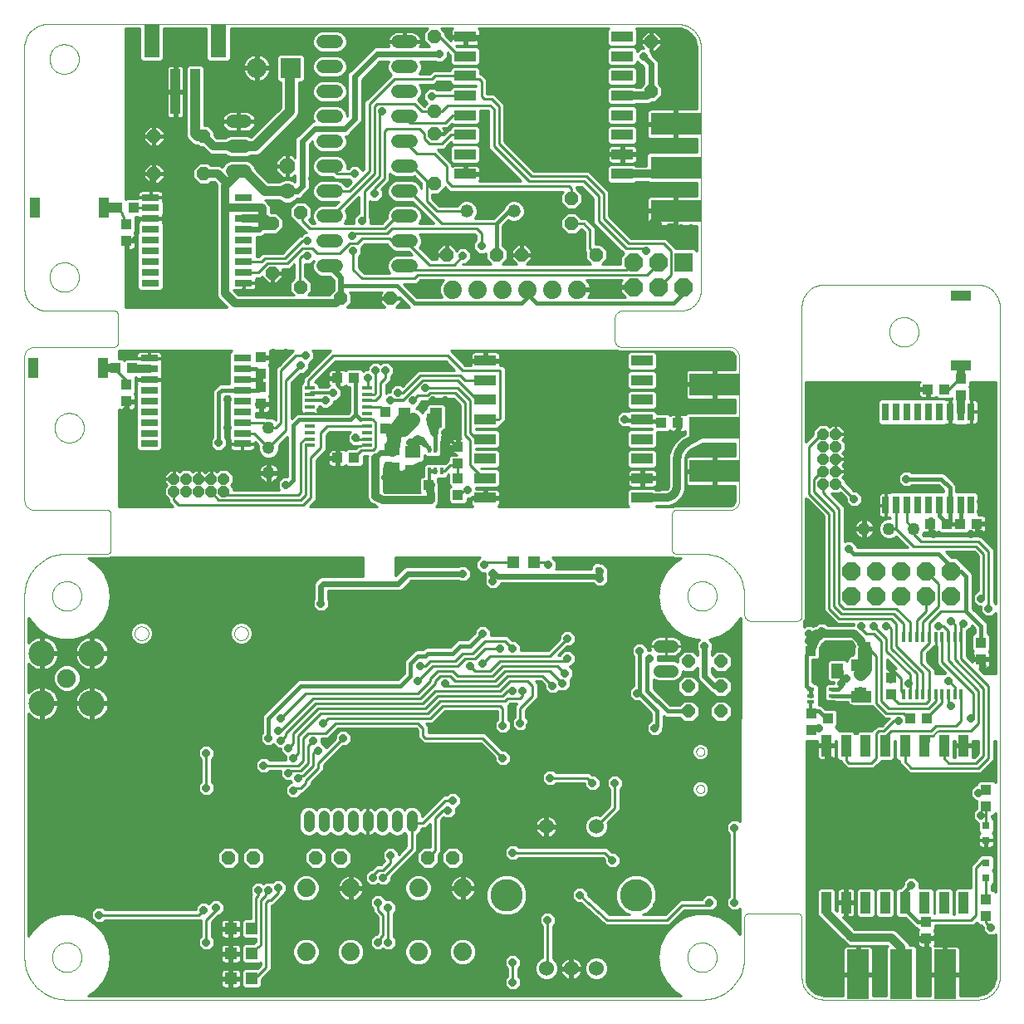
<source format=gtl>
G75*
%MOIN*%
%OFA0B0*%
%FSLAX24Y24*%
%IPPOS*%
%LPD*%
%AMOC8*
5,1,8,0,0,1.08239X$1,22.5*
%
%ADD10C,0.0000*%
%ADD11C,0.0600*%
%ADD12C,0.1300*%
%ADD13C,0.0750*%
%ADD14C,0.1050*%
%ADD15C,0.0436*%
%ADD16C,0.0500*%
%ADD17C,0.0740*%
%ADD18OC8,0.0520*%
%ADD19OC8,0.0515*%
%ADD20R,0.0472X0.0472*%
%ADD21R,0.0120X0.0390*%
%ADD22R,0.0315X0.0709*%
%ADD23R,0.0276X0.0709*%
%ADD24R,0.0787X0.0394*%
%ADD25R,0.0900X0.2000*%
%ADD26OC8,0.0436*%
%ADD27R,0.0420X0.0860*%
%ADD28R,0.0315X0.0630*%
%ADD29R,0.0315X0.0138*%
%ADD30R,0.0472X0.0315*%
%ADD31R,0.0433X0.0394*%
%ADD32R,0.0394X0.0433*%
%ADD33R,0.0512X0.0591*%
%ADD34R,0.0315X0.0315*%
%ADD35C,0.0500*%
%ADD36R,0.0787X0.0472*%
%ADD37OC8,0.0740*%
%ADD38R,0.0390X0.0120*%
%ADD39R,0.0709X0.0315*%
%ADD40R,0.0709X0.0276*%
%ADD41R,0.0394X0.0787*%
%ADD42R,0.2000X0.0900*%
%ADD43R,0.0860X0.0420*%
%ADD44R,0.0630X0.0315*%
%ADD45R,0.0138X0.0315*%
%ADD46R,0.0315X0.0472*%
%ADD47R,0.0591X0.0512*%
%ADD48R,0.0472X0.0787*%
%ADD49C,0.0520*%
%ADD50R,0.0740X0.0740*%
%ADD51R,0.0394X0.1811*%
%ADD52R,0.0630X0.1339*%
%ADD53R,0.0800X0.0800*%
%ADD54C,0.0800*%
%ADD55C,0.0520*%
%ADD56OC8,0.0630*%
%ADD57C,0.0630*%
%ADD58OC8,0.0310*%
%ADD59C,0.0240*%
%ADD60C,0.0100*%
%ADD61C,0.0160*%
%ADD62C,0.0320*%
%ADD63C,0.0120*%
%ADD64C,0.0080*%
%ADD65C,0.0560*%
%ADD66OC8,0.0591*%
%ADD67C,0.0400*%
D10*
X003080Y003851D02*
X028580Y003851D01*
X027989Y005551D02*
X027991Y005599D01*
X027997Y005647D01*
X028007Y005694D01*
X028020Y005740D01*
X028038Y005785D01*
X028058Y005829D01*
X028083Y005871D01*
X028111Y005910D01*
X028141Y005947D01*
X028175Y005981D01*
X028212Y006013D01*
X028250Y006042D01*
X028291Y006067D01*
X028334Y006089D01*
X028379Y006107D01*
X028425Y006121D01*
X028472Y006132D01*
X028520Y006139D01*
X028568Y006142D01*
X028616Y006141D01*
X028664Y006136D01*
X028712Y006127D01*
X028758Y006115D01*
X028803Y006098D01*
X028847Y006078D01*
X028889Y006055D01*
X028929Y006028D01*
X028967Y005998D01*
X029002Y005965D01*
X029034Y005929D01*
X029064Y005891D01*
X029090Y005850D01*
X029112Y005807D01*
X029132Y005763D01*
X029147Y005718D01*
X029159Y005671D01*
X029167Y005623D01*
X029171Y005575D01*
X029171Y005527D01*
X029167Y005479D01*
X029159Y005431D01*
X029147Y005384D01*
X029132Y005339D01*
X029112Y005295D01*
X029090Y005252D01*
X029064Y005211D01*
X029034Y005173D01*
X029002Y005137D01*
X028967Y005104D01*
X028929Y005074D01*
X028889Y005047D01*
X028847Y005024D01*
X028803Y005004D01*
X028758Y004987D01*
X028712Y004975D01*
X028664Y004966D01*
X028616Y004961D01*
X028568Y004960D01*
X028520Y004963D01*
X028472Y004970D01*
X028425Y004981D01*
X028379Y004995D01*
X028334Y005013D01*
X028291Y005035D01*
X028250Y005060D01*
X028212Y005089D01*
X028175Y005121D01*
X028141Y005155D01*
X028111Y005192D01*
X028083Y005231D01*
X028058Y005273D01*
X028038Y005317D01*
X028020Y005362D01*
X028007Y005408D01*
X027997Y005455D01*
X027991Y005503D01*
X027989Y005551D01*
X028580Y003851D02*
X028661Y003853D01*
X028742Y003859D01*
X028822Y003868D01*
X028902Y003882D01*
X028981Y003899D01*
X029059Y003920D01*
X029136Y003944D01*
X029212Y003973D01*
X029286Y004005D01*
X029359Y004040D01*
X029430Y004079D01*
X029499Y004121D01*
X029566Y004166D01*
X029631Y004215D01*
X029693Y004266D01*
X029753Y004321D01*
X029810Y004378D01*
X029865Y004438D01*
X029916Y004500D01*
X029965Y004565D01*
X030010Y004632D01*
X030052Y004701D01*
X030091Y004772D01*
X030126Y004845D01*
X030158Y004919D01*
X030187Y004995D01*
X030211Y005072D01*
X030232Y005150D01*
X030249Y005229D01*
X030263Y005309D01*
X030272Y005389D01*
X030278Y005470D01*
X030280Y005551D01*
X030280Y007151D01*
X030282Y007174D01*
X030287Y007197D01*
X030296Y007219D01*
X030309Y007239D01*
X030324Y007257D01*
X030342Y007272D01*
X030362Y007285D01*
X030384Y007294D01*
X030407Y007299D01*
X030430Y007301D01*
X032430Y007301D01*
X032453Y007299D01*
X032476Y007294D01*
X032498Y007285D01*
X032518Y007272D01*
X032536Y007257D01*
X032551Y007239D01*
X032564Y007219D01*
X032573Y007197D01*
X032578Y007174D01*
X032580Y007151D01*
X032580Y004751D01*
X032582Y004692D01*
X032588Y004634D01*
X032597Y004575D01*
X032611Y004518D01*
X032628Y004462D01*
X032649Y004407D01*
X032673Y004353D01*
X032701Y004301D01*
X032732Y004251D01*
X032766Y004203D01*
X032803Y004158D01*
X032844Y004115D01*
X032887Y004074D01*
X032932Y004037D01*
X032980Y004003D01*
X033030Y003972D01*
X033082Y003944D01*
X033136Y003920D01*
X033191Y003899D01*
X033247Y003882D01*
X033304Y003868D01*
X033363Y003859D01*
X033421Y003853D01*
X033480Y003851D01*
X039630Y003851D01*
X038780Y003851D02*
X034380Y003851D01*
X039630Y003851D02*
X039689Y003853D01*
X039747Y003859D01*
X039806Y003868D01*
X039863Y003882D01*
X039919Y003899D01*
X039974Y003920D01*
X040028Y003944D01*
X040080Y003972D01*
X040130Y004003D01*
X040178Y004037D01*
X040223Y004074D01*
X040266Y004115D01*
X040307Y004158D01*
X040344Y004203D01*
X040378Y004251D01*
X040409Y004301D01*
X040437Y004353D01*
X040461Y004407D01*
X040482Y004462D01*
X040499Y004518D01*
X040513Y004575D01*
X040522Y004634D01*
X040528Y004692D01*
X040530Y004751D01*
X040530Y031651D01*
X040528Y031710D01*
X040522Y031768D01*
X040513Y031827D01*
X040499Y031884D01*
X040482Y031940D01*
X040461Y031995D01*
X040437Y032049D01*
X040409Y032101D01*
X040378Y032151D01*
X040344Y032199D01*
X040307Y032244D01*
X040266Y032287D01*
X040223Y032328D01*
X040178Y032365D01*
X040130Y032399D01*
X040080Y032430D01*
X040028Y032458D01*
X039974Y032482D01*
X039919Y032503D01*
X039863Y032520D01*
X039806Y032534D01*
X039747Y032543D01*
X039689Y032549D01*
X039630Y032551D01*
X033480Y032551D01*
X033421Y032549D01*
X033363Y032543D01*
X033304Y032534D01*
X033247Y032520D01*
X033191Y032503D01*
X033136Y032482D01*
X033082Y032458D01*
X033030Y032430D01*
X032980Y032399D01*
X032932Y032365D01*
X032887Y032328D01*
X032844Y032287D01*
X032803Y032244D01*
X032766Y032199D01*
X032732Y032151D01*
X032701Y032101D01*
X032673Y032049D01*
X032649Y031995D01*
X032628Y031940D01*
X032611Y031884D01*
X032597Y031827D01*
X032588Y031768D01*
X032582Y031710D01*
X032580Y031651D01*
X032580Y019251D01*
X032578Y019225D01*
X032573Y019199D01*
X032565Y019174D01*
X032553Y019151D01*
X032539Y019129D01*
X032521Y019110D01*
X032502Y019092D01*
X032480Y019078D01*
X032457Y019066D01*
X032432Y019058D01*
X032406Y019053D01*
X032380Y019051D01*
X030530Y019051D01*
X030500Y019053D01*
X030470Y019058D01*
X030441Y019067D01*
X030414Y019080D01*
X030388Y019095D01*
X030364Y019114D01*
X030343Y019135D01*
X030324Y019159D01*
X030309Y019185D01*
X030296Y019212D01*
X030287Y019241D01*
X030282Y019271D01*
X030280Y019301D01*
X030280Y020051D01*
X027989Y020051D02*
X027991Y020099D01*
X027997Y020147D01*
X028007Y020194D01*
X028020Y020240D01*
X028038Y020285D01*
X028058Y020329D01*
X028083Y020371D01*
X028111Y020410D01*
X028141Y020447D01*
X028175Y020481D01*
X028212Y020513D01*
X028250Y020542D01*
X028291Y020567D01*
X028334Y020589D01*
X028379Y020607D01*
X028425Y020621D01*
X028472Y020632D01*
X028520Y020639D01*
X028568Y020642D01*
X028616Y020641D01*
X028664Y020636D01*
X028712Y020627D01*
X028758Y020615D01*
X028803Y020598D01*
X028847Y020578D01*
X028889Y020555D01*
X028929Y020528D01*
X028967Y020498D01*
X029002Y020465D01*
X029034Y020429D01*
X029064Y020391D01*
X029090Y020350D01*
X029112Y020307D01*
X029132Y020263D01*
X029147Y020218D01*
X029159Y020171D01*
X029167Y020123D01*
X029171Y020075D01*
X029171Y020027D01*
X029167Y019979D01*
X029159Y019931D01*
X029147Y019884D01*
X029132Y019839D01*
X029112Y019795D01*
X029090Y019752D01*
X029064Y019711D01*
X029034Y019673D01*
X029002Y019637D01*
X028967Y019604D01*
X028929Y019574D01*
X028889Y019547D01*
X028847Y019524D01*
X028803Y019504D01*
X028758Y019487D01*
X028712Y019475D01*
X028664Y019466D01*
X028616Y019461D01*
X028568Y019460D01*
X028520Y019463D01*
X028472Y019470D01*
X028425Y019481D01*
X028379Y019495D01*
X028334Y019513D01*
X028291Y019535D01*
X028250Y019560D01*
X028212Y019589D01*
X028175Y019621D01*
X028141Y019655D01*
X028111Y019692D01*
X028083Y019731D01*
X028058Y019773D01*
X028038Y019817D01*
X028020Y019862D01*
X028007Y019908D01*
X027997Y019955D01*
X027991Y020003D01*
X027989Y020051D01*
X028580Y021751D02*
X028661Y021749D01*
X028742Y021743D01*
X028822Y021734D01*
X028902Y021720D01*
X028981Y021703D01*
X029059Y021682D01*
X029136Y021658D01*
X029212Y021629D01*
X029286Y021597D01*
X029359Y021562D01*
X029430Y021523D01*
X029499Y021481D01*
X029566Y021436D01*
X029631Y021387D01*
X029693Y021336D01*
X029753Y021281D01*
X029810Y021224D01*
X029865Y021164D01*
X029916Y021102D01*
X029965Y021037D01*
X030010Y020970D01*
X030052Y020901D01*
X030091Y020830D01*
X030126Y020757D01*
X030158Y020683D01*
X030187Y020607D01*
X030211Y020530D01*
X030232Y020452D01*
X030249Y020373D01*
X030263Y020293D01*
X030272Y020213D01*
X030278Y020132D01*
X030280Y020051D01*
X028580Y021751D02*
X027530Y021751D01*
X027507Y021753D01*
X027484Y021758D01*
X027462Y021767D01*
X027442Y021780D01*
X027424Y021795D01*
X027409Y021813D01*
X027396Y021833D01*
X027387Y021855D01*
X027382Y021878D01*
X027380Y021901D01*
X027380Y023351D01*
X027382Y023374D01*
X027387Y023397D01*
X027396Y023419D01*
X027409Y023439D01*
X027424Y023457D01*
X027442Y023472D01*
X027462Y023485D01*
X027484Y023494D01*
X027507Y023499D01*
X027530Y023501D01*
X029680Y023501D01*
X029719Y023503D01*
X029758Y023509D01*
X029796Y023518D01*
X029833Y023531D01*
X029869Y023548D01*
X029902Y023568D01*
X029934Y023592D01*
X029963Y023618D01*
X029989Y023647D01*
X030013Y023679D01*
X030033Y023712D01*
X030050Y023748D01*
X030063Y023785D01*
X030072Y023823D01*
X030078Y023862D01*
X030080Y023901D01*
X030080Y029651D01*
X030074Y029692D01*
X030063Y029733D01*
X030049Y029772D01*
X030032Y029810D01*
X030011Y029846D01*
X029986Y029881D01*
X029959Y029912D01*
X029929Y029941D01*
X029896Y029967D01*
X029861Y029990D01*
X029824Y030010D01*
X029786Y030026D01*
X029746Y030039D01*
X029705Y030048D01*
X029664Y030053D01*
X029622Y030054D01*
X029580Y030051D01*
X025330Y030051D01*
X025300Y030053D01*
X025270Y030058D01*
X025241Y030067D01*
X025214Y030080D01*
X025188Y030095D01*
X025164Y030114D01*
X025143Y030135D01*
X025124Y030159D01*
X025109Y030185D01*
X025096Y030212D01*
X025087Y030241D01*
X025082Y030271D01*
X025080Y030301D01*
X025080Y031201D01*
X025082Y031235D01*
X025088Y031268D01*
X025097Y031300D01*
X025110Y031331D01*
X025126Y031361D01*
X025145Y031388D01*
X025168Y031413D01*
X025193Y031436D01*
X025220Y031455D01*
X025250Y031471D01*
X025281Y031484D01*
X025313Y031493D01*
X025346Y031499D01*
X025380Y031501D01*
X027630Y031501D01*
X027686Y031498D01*
X027743Y031499D01*
X027799Y031503D01*
X027855Y031512D01*
X027911Y031524D01*
X027965Y031540D01*
X028018Y031559D01*
X028069Y031582D01*
X028119Y031609D01*
X028167Y031639D01*
X028213Y031672D01*
X028256Y031708D01*
X028297Y031747D01*
X028335Y031789D01*
X028371Y031834D01*
X028403Y031880D01*
X028431Y031929D01*
X028457Y031979D01*
X028479Y032031D01*
X028497Y032085D01*
X028512Y032139D01*
X028523Y032195D01*
X028530Y032251D01*
X028530Y042101D01*
X028528Y042160D01*
X028522Y042218D01*
X028513Y042277D01*
X028499Y042334D01*
X028482Y042390D01*
X028461Y042445D01*
X028437Y042499D01*
X028409Y042551D01*
X028378Y042601D01*
X028344Y042649D01*
X028307Y042694D01*
X028266Y042737D01*
X028223Y042778D01*
X028178Y042815D01*
X028130Y042849D01*
X028080Y042880D01*
X028028Y042908D01*
X027974Y042932D01*
X027919Y042953D01*
X027863Y042970D01*
X027806Y042984D01*
X027747Y042993D01*
X027689Y042999D01*
X027630Y043001D01*
X002280Y043001D01*
X002222Y042997D01*
X002164Y042990D01*
X002107Y042980D01*
X002051Y042965D01*
X001995Y042948D01*
X001941Y042927D01*
X001889Y042902D01*
X001838Y042874D01*
X001788Y042843D01*
X001741Y042809D01*
X001696Y042773D01*
X001654Y042733D01*
X001614Y042691D01*
X001577Y042646D01*
X001542Y042599D01*
X001511Y042550D01*
X001483Y042500D01*
X001458Y042447D01*
X001436Y042393D01*
X001418Y042338D01*
X001403Y042282D01*
X001392Y042225D01*
X001384Y042167D01*
X001381Y042109D01*
X001380Y042051D01*
X001380Y032401D01*
X001382Y032342D01*
X001388Y032284D01*
X001397Y032225D01*
X001411Y032168D01*
X001428Y032112D01*
X001449Y032057D01*
X001473Y032003D01*
X001501Y031951D01*
X001532Y031901D01*
X001566Y031853D01*
X001603Y031808D01*
X001644Y031765D01*
X001687Y031724D01*
X001732Y031687D01*
X001780Y031653D01*
X001830Y031622D01*
X001882Y031594D01*
X001936Y031570D01*
X001991Y031549D01*
X002047Y031532D01*
X002104Y031518D01*
X002163Y031509D01*
X002221Y031503D01*
X002280Y031501D01*
X004980Y031501D01*
X005003Y031499D01*
X005026Y031494D01*
X005048Y031485D01*
X005068Y031472D01*
X005086Y031457D01*
X005101Y031439D01*
X005114Y031419D01*
X005123Y031397D01*
X005128Y031374D01*
X005130Y031351D01*
X005130Y030201D01*
X005128Y030178D01*
X005123Y030155D01*
X005114Y030133D01*
X005101Y030113D01*
X005086Y030095D01*
X005068Y030080D01*
X005048Y030067D01*
X005026Y030058D01*
X005003Y030053D01*
X004980Y030051D01*
X001780Y030051D01*
X001741Y030049D01*
X001702Y030043D01*
X001664Y030034D01*
X001627Y030021D01*
X001591Y030004D01*
X001558Y029984D01*
X001526Y029960D01*
X001497Y029934D01*
X001471Y029905D01*
X001447Y029873D01*
X001427Y029840D01*
X001410Y029804D01*
X001397Y029767D01*
X001388Y029729D01*
X001382Y029690D01*
X001380Y029651D01*
X001380Y023901D01*
X001382Y023862D01*
X001388Y023823D01*
X001397Y023785D01*
X001410Y023748D01*
X001427Y023712D01*
X001447Y023679D01*
X001471Y023647D01*
X001497Y023618D01*
X001526Y023592D01*
X001558Y023568D01*
X001591Y023548D01*
X001627Y023531D01*
X001664Y023518D01*
X001702Y023509D01*
X001741Y023503D01*
X001780Y023501D01*
X004730Y023501D01*
X004747Y023499D01*
X004764Y023495D01*
X004780Y023488D01*
X004794Y023478D01*
X004807Y023465D01*
X004817Y023451D01*
X004824Y023435D01*
X004828Y023418D01*
X004830Y023401D01*
X004830Y021851D01*
X004828Y021834D01*
X004824Y021817D01*
X004817Y021801D01*
X004807Y021787D01*
X004794Y021774D01*
X004780Y021764D01*
X004764Y021757D01*
X004747Y021753D01*
X004730Y021751D01*
X003080Y021751D01*
X002489Y020051D02*
X002491Y020099D01*
X002497Y020147D01*
X002507Y020194D01*
X002520Y020240D01*
X002538Y020285D01*
X002558Y020329D01*
X002583Y020371D01*
X002611Y020410D01*
X002641Y020447D01*
X002675Y020481D01*
X002712Y020513D01*
X002750Y020542D01*
X002791Y020567D01*
X002834Y020589D01*
X002879Y020607D01*
X002925Y020621D01*
X002972Y020632D01*
X003020Y020639D01*
X003068Y020642D01*
X003116Y020641D01*
X003164Y020636D01*
X003212Y020627D01*
X003258Y020615D01*
X003303Y020598D01*
X003347Y020578D01*
X003389Y020555D01*
X003429Y020528D01*
X003467Y020498D01*
X003502Y020465D01*
X003534Y020429D01*
X003564Y020391D01*
X003590Y020350D01*
X003612Y020307D01*
X003632Y020263D01*
X003647Y020218D01*
X003659Y020171D01*
X003667Y020123D01*
X003671Y020075D01*
X003671Y020027D01*
X003667Y019979D01*
X003659Y019931D01*
X003647Y019884D01*
X003632Y019839D01*
X003612Y019795D01*
X003590Y019752D01*
X003564Y019711D01*
X003534Y019673D01*
X003502Y019637D01*
X003467Y019604D01*
X003429Y019574D01*
X003389Y019547D01*
X003347Y019524D01*
X003303Y019504D01*
X003258Y019487D01*
X003212Y019475D01*
X003164Y019466D01*
X003116Y019461D01*
X003068Y019460D01*
X003020Y019463D01*
X002972Y019470D01*
X002925Y019481D01*
X002879Y019495D01*
X002834Y019513D01*
X002791Y019535D01*
X002750Y019560D01*
X002712Y019589D01*
X002675Y019621D01*
X002641Y019655D01*
X002611Y019692D01*
X002583Y019731D01*
X002558Y019773D01*
X002538Y019817D01*
X002520Y019862D01*
X002507Y019908D01*
X002497Y019955D01*
X002491Y020003D01*
X002489Y020051D01*
X001380Y020051D02*
X001382Y020132D01*
X001388Y020213D01*
X001397Y020293D01*
X001411Y020373D01*
X001428Y020452D01*
X001449Y020530D01*
X001473Y020607D01*
X001502Y020683D01*
X001534Y020757D01*
X001569Y020830D01*
X001608Y020901D01*
X001650Y020970D01*
X001695Y021037D01*
X001744Y021102D01*
X001795Y021164D01*
X001850Y021224D01*
X001907Y021281D01*
X001967Y021336D01*
X002029Y021387D01*
X002094Y021436D01*
X002161Y021481D01*
X002230Y021523D01*
X002301Y021562D01*
X002374Y021597D01*
X002448Y021629D01*
X002524Y021658D01*
X002601Y021682D01*
X002679Y021703D01*
X002758Y021720D01*
X002838Y021734D01*
X002918Y021743D01*
X002999Y021749D01*
X003080Y021751D01*
X001380Y020051D02*
X001380Y005551D01*
X002489Y005551D02*
X002491Y005599D01*
X002497Y005647D01*
X002507Y005694D01*
X002520Y005740D01*
X002538Y005785D01*
X002558Y005829D01*
X002583Y005871D01*
X002611Y005910D01*
X002641Y005947D01*
X002675Y005981D01*
X002712Y006013D01*
X002750Y006042D01*
X002791Y006067D01*
X002834Y006089D01*
X002879Y006107D01*
X002925Y006121D01*
X002972Y006132D01*
X003020Y006139D01*
X003068Y006142D01*
X003116Y006141D01*
X003164Y006136D01*
X003212Y006127D01*
X003258Y006115D01*
X003303Y006098D01*
X003347Y006078D01*
X003389Y006055D01*
X003429Y006028D01*
X003467Y005998D01*
X003502Y005965D01*
X003534Y005929D01*
X003564Y005891D01*
X003590Y005850D01*
X003612Y005807D01*
X003632Y005763D01*
X003647Y005718D01*
X003659Y005671D01*
X003667Y005623D01*
X003671Y005575D01*
X003671Y005527D01*
X003667Y005479D01*
X003659Y005431D01*
X003647Y005384D01*
X003632Y005339D01*
X003612Y005295D01*
X003590Y005252D01*
X003564Y005211D01*
X003534Y005173D01*
X003502Y005137D01*
X003467Y005104D01*
X003429Y005074D01*
X003389Y005047D01*
X003347Y005024D01*
X003303Y005004D01*
X003258Y004987D01*
X003212Y004975D01*
X003164Y004966D01*
X003116Y004961D01*
X003068Y004960D01*
X003020Y004963D01*
X002972Y004970D01*
X002925Y004981D01*
X002879Y004995D01*
X002834Y005013D01*
X002791Y005035D01*
X002750Y005060D01*
X002712Y005089D01*
X002675Y005121D01*
X002641Y005155D01*
X002611Y005192D01*
X002583Y005231D01*
X002558Y005273D01*
X002538Y005317D01*
X002520Y005362D01*
X002507Y005408D01*
X002497Y005455D01*
X002491Y005503D01*
X002489Y005551D01*
X001380Y005551D02*
X001382Y005470D01*
X001388Y005389D01*
X001397Y005309D01*
X001411Y005229D01*
X001428Y005150D01*
X001449Y005072D01*
X001473Y004995D01*
X001502Y004919D01*
X001534Y004845D01*
X001569Y004772D01*
X001608Y004701D01*
X001650Y004632D01*
X001695Y004565D01*
X001744Y004500D01*
X001795Y004438D01*
X001850Y004378D01*
X001907Y004321D01*
X001967Y004266D01*
X002029Y004215D01*
X002094Y004166D01*
X002161Y004121D01*
X002230Y004079D01*
X002301Y004040D01*
X002374Y004005D01*
X002448Y003973D01*
X002524Y003944D01*
X002601Y003920D01*
X002679Y003899D01*
X002758Y003882D01*
X002838Y003868D01*
X002918Y003859D01*
X002999Y003853D01*
X003080Y003851D01*
X005804Y018551D02*
X005806Y018584D01*
X005812Y018616D01*
X005821Y018647D01*
X005834Y018677D01*
X005851Y018705D01*
X005871Y018731D01*
X005894Y018755D01*
X005919Y018775D01*
X005947Y018793D01*
X005976Y018807D01*
X006007Y018817D01*
X006039Y018824D01*
X006072Y018827D01*
X006105Y018826D01*
X006137Y018821D01*
X006168Y018812D01*
X006199Y018800D01*
X006227Y018784D01*
X006254Y018765D01*
X006278Y018743D01*
X006299Y018718D01*
X006318Y018691D01*
X006333Y018662D01*
X006344Y018632D01*
X006352Y018600D01*
X006356Y018567D01*
X006356Y018535D01*
X006352Y018502D01*
X006344Y018470D01*
X006333Y018440D01*
X006318Y018411D01*
X006299Y018384D01*
X006278Y018359D01*
X006254Y018337D01*
X006227Y018318D01*
X006199Y018302D01*
X006168Y018290D01*
X006137Y018281D01*
X006105Y018276D01*
X006072Y018275D01*
X006039Y018278D01*
X006007Y018285D01*
X005976Y018295D01*
X005947Y018309D01*
X005919Y018327D01*
X005894Y018347D01*
X005871Y018371D01*
X005851Y018397D01*
X005834Y018425D01*
X005821Y018455D01*
X005812Y018486D01*
X005806Y018518D01*
X005804Y018551D01*
X009804Y018551D02*
X009806Y018584D01*
X009812Y018616D01*
X009821Y018647D01*
X009834Y018677D01*
X009851Y018705D01*
X009871Y018731D01*
X009894Y018755D01*
X009919Y018775D01*
X009947Y018793D01*
X009976Y018807D01*
X010007Y018817D01*
X010039Y018824D01*
X010072Y018827D01*
X010105Y018826D01*
X010137Y018821D01*
X010168Y018812D01*
X010199Y018800D01*
X010227Y018784D01*
X010254Y018765D01*
X010278Y018743D01*
X010299Y018718D01*
X010318Y018691D01*
X010333Y018662D01*
X010344Y018632D01*
X010352Y018600D01*
X010356Y018567D01*
X010356Y018535D01*
X010352Y018502D01*
X010344Y018470D01*
X010333Y018440D01*
X010318Y018411D01*
X010299Y018384D01*
X010278Y018359D01*
X010254Y018337D01*
X010227Y018318D01*
X010199Y018302D01*
X010168Y018290D01*
X010137Y018281D01*
X010105Y018276D01*
X010072Y018275D01*
X010039Y018278D01*
X010007Y018285D01*
X009976Y018295D01*
X009947Y018309D01*
X009919Y018327D01*
X009894Y018347D01*
X009871Y018371D01*
X009851Y018397D01*
X009834Y018425D01*
X009821Y018455D01*
X009812Y018486D01*
X009806Y018518D01*
X009804Y018551D01*
X002589Y026801D02*
X002591Y026849D01*
X002597Y026897D01*
X002607Y026944D01*
X002620Y026990D01*
X002638Y027035D01*
X002658Y027079D01*
X002683Y027121D01*
X002711Y027160D01*
X002741Y027197D01*
X002775Y027231D01*
X002812Y027263D01*
X002850Y027292D01*
X002891Y027317D01*
X002934Y027339D01*
X002979Y027357D01*
X003025Y027371D01*
X003072Y027382D01*
X003120Y027389D01*
X003168Y027392D01*
X003216Y027391D01*
X003264Y027386D01*
X003312Y027377D01*
X003358Y027365D01*
X003403Y027348D01*
X003447Y027328D01*
X003489Y027305D01*
X003529Y027278D01*
X003567Y027248D01*
X003602Y027215D01*
X003634Y027179D01*
X003664Y027141D01*
X003690Y027100D01*
X003712Y027057D01*
X003732Y027013D01*
X003747Y026968D01*
X003759Y026921D01*
X003767Y026873D01*
X003771Y026825D01*
X003771Y026777D01*
X003767Y026729D01*
X003759Y026681D01*
X003747Y026634D01*
X003732Y026589D01*
X003712Y026545D01*
X003690Y026502D01*
X003664Y026461D01*
X003634Y026423D01*
X003602Y026387D01*
X003567Y026354D01*
X003529Y026324D01*
X003489Y026297D01*
X003447Y026274D01*
X003403Y026254D01*
X003358Y026237D01*
X003312Y026225D01*
X003264Y026216D01*
X003216Y026211D01*
X003168Y026210D01*
X003120Y026213D01*
X003072Y026220D01*
X003025Y026231D01*
X002979Y026245D01*
X002934Y026263D01*
X002891Y026285D01*
X002850Y026310D01*
X002812Y026339D01*
X002775Y026371D01*
X002741Y026405D01*
X002711Y026442D01*
X002683Y026481D01*
X002658Y026523D01*
X002638Y026567D01*
X002620Y026612D01*
X002607Y026658D01*
X002597Y026705D01*
X002591Y026753D01*
X002589Y026801D01*
X002389Y032851D02*
X002391Y032899D01*
X002397Y032947D01*
X002407Y032994D01*
X002420Y033040D01*
X002438Y033085D01*
X002458Y033129D01*
X002483Y033171D01*
X002511Y033210D01*
X002541Y033247D01*
X002575Y033281D01*
X002612Y033313D01*
X002650Y033342D01*
X002691Y033367D01*
X002734Y033389D01*
X002779Y033407D01*
X002825Y033421D01*
X002872Y033432D01*
X002920Y033439D01*
X002968Y033442D01*
X003016Y033441D01*
X003064Y033436D01*
X003112Y033427D01*
X003158Y033415D01*
X003203Y033398D01*
X003247Y033378D01*
X003289Y033355D01*
X003329Y033328D01*
X003367Y033298D01*
X003402Y033265D01*
X003434Y033229D01*
X003464Y033191D01*
X003490Y033150D01*
X003512Y033107D01*
X003532Y033063D01*
X003547Y033018D01*
X003559Y032971D01*
X003567Y032923D01*
X003571Y032875D01*
X003571Y032827D01*
X003567Y032779D01*
X003559Y032731D01*
X003547Y032684D01*
X003532Y032639D01*
X003512Y032595D01*
X003490Y032552D01*
X003464Y032511D01*
X003434Y032473D01*
X003402Y032437D01*
X003367Y032404D01*
X003329Y032374D01*
X003289Y032347D01*
X003247Y032324D01*
X003203Y032304D01*
X003158Y032287D01*
X003112Y032275D01*
X003064Y032266D01*
X003016Y032261D01*
X002968Y032260D01*
X002920Y032263D01*
X002872Y032270D01*
X002825Y032281D01*
X002779Y032295D01*
X002734Y032313D01*
X002691Y032335D01*
X002650Y032360D01*
X002612Y032389D01*
X002575Y032421D01*
X002541Y032455D01*
X002511Y032492D01*
X002483Y032531D01*
X002458Y032573D01*
X002438Y032617D01*
X002420Y032662D01*
X002407Y032708D01*
X002397Y032755D01*
X002391Y032803D01*
X002389Y032851D01*
X002389Y041601D02*
X002391Y041649D01*
X002397Y041697D01*
X002407Y041744D01*
X002420Y041790D01*
X002438Y041835D01*
X002458Y041879D01*
X002483Y041921D01*
X002511Y041960D01*
X002541Y041997D01*
X002575Y042031D01*
X002612Y042063D01*
X002650Y042092D01*
X002691Y042117D01*
X002734Y042139D01*
X002779Y042157D01*
X002825Y042171D01*
X002872Y042182D01*
X002920Y042189D01*
X002968Y042192D01*
X003016Y042191D01*
X003064Y042186D01*
X003112Y042177D01*
X003158Y042165D01*
X003203Y042148D01*
X003247Y042128D01*
X003289Y042105D01*
X003329Y042078D01*
X003367Y042048D01*
X003402Y042015D01*
X003434Y041979D01*
X003464Y041941D01*
X003490Y041900D01*
X003512Y041857D01*
X003532Y041813D01*
X003547Y041768D01*
X003559Y041721D01*
X003567Y041673D01*
X003571Y041625D01*
X003571Y041577D01*
X003567Y041529D01*
X003559Y041481D01*
X003547Y041434D01*
X003532Y041389D01*
X003512Y041345D01*
X003490Y041302D01*
X003464Y041261D01*
X003434Y041223D01*
X003402Y041187D01*
X003367Y041154D01*
X003329Y041124D01*
X003289Y041097D01*
X003247Y041074D01*
X003203Y041054D01*
X003158Y041037D01*
X003112Y041025D01*
X003064Y041016D01*
X003016Y041011D01*
X002968Y041010D01*
X002920Y041013D01*
X002872Y041020D01*
X002825Y041031D01*
X002779Y041045D01*
X002734Y041063D01*
X002691Y041085D01*
X002650Y041110D01*
X002612Y041139D01*
X002575Y041171D01*
X002541Y041205D01*
X002511Y041242D01*
X002483Y041281D01*
X002458Y041323D01*
X002438Y041367D01*
X002420Y041412D01*
X002407Y041458D01*
X002397Y041505D01*
X002391Y041553D01*
X002389Y041601D01*
X028530Y039451D02*
X028530Y035051D01*
X030080Y029001D02*
X030080Y024601D01*
X036089Y030651D02*
X036091Y030699D01*
X036097Y030747D01*
X036107Y030794D01*
X036120Y030840D01*
X036138Y030885D01*
X036158Y030929D01*
X036183Y030971D01*
X036211Y031010D01*
X036241Y031047D01*
X036275Y031081D01*
X036312Y031113D01*
X036350Y031142D01*
X036391Y031167D01*
X036434Y031189D01*
X036479Y031207D01*
X036525Y031221D01*
X036572Y031232D01*
X036620Y031239D01*
X036668Y031242D01*
X036716Y031241D01*
X036764Y031236D01*
X036812Y031227D01*
X036858Y031215D01*
X036903Y031198D01*
X036947Y031178D01*
X036989Y031155D01*
X037029Y031128D01*
X037067Y031098D01*
X037102Y031065D01*
X037134Y031029D01*
X037164Y030991D01*
X037190Y030950D01*
X037212Y030907D01*
X037232Y030863D01*
X037247Y030818D01*
X037259Y030771D01*
X037267Y030723D01*
X037271Y030675D01*
X037271Y030627D01*
X037267Y030579D01*
X037259Y030531D01*
X037247Y030484D01*
X037232Y030439D01*
X037212Y030395D01*
X037190Y030352D01*
X037164Y030311D01*
X037134Y030273D01*
X037102Y030237D01*
X037067Y030204D01*
X037029Y030174D01*
X036989Y030147D01*
X036947Y030124D01*
X036903Y030104D01*
X036858Y030087D01*
X036812Y030075D01*
X036764Y030066D01*
X036716Y030061D01*
X036668Y030060D01*
X036620Y030063D01*
X036572Y030070D01*
X036525Y030081D01*
X036479Y030095D01*
X036434Y030113D01*
X036391Y030135D01*
X036350Y030160D01*
X036312Y030189D01*
X036275Y030221D01*
X036241Y030255D01*
X036211Y030292D01*
X036183Y030331D01*
X036158Y030373D01*
X036138Y030417D01*
X036120Y030462D01*
X036107Y030508D01*
X036097Y030555D01*
X036091Y030603D01*
X036089Y030651D01*
X028347Y013799D02*
X028349Y013824D01*
X028355Y013849D01*
X028364Y013873D01*
X028377Y013895D01*
X028394Y013915D01*
X028413Y013932D01*
X028434Y013946D01*
X028458Y013956D01*
X028482Y013963D01*
X028508Y013966D01*
X028533Y013965D01*
X028558Y013960D01*
X028582Y013951D01*
X028605Y013939D01*
X028625Y013924D01*
X028643Y013905D01*
X028658Y013884D01*
X028669Y013861D01*
X028677Y013837D01*
X028681Y013812D01*
X028681Y013786D01*
X028677Y013761D01*
X028669Y013737D01*
X028658Y013714D01*
X028643Y013693D01*
X028625Y013674D01*
X028605Y013659D01*
X028582Y013647D01*
X028558Y013638D01*
X028533Y013633D01*
X028508Y013632D01*
X028482Y013635D01*
X028458Y013642D01*
X028434Y013652D01*
X028413Y013666D01*
X028394Y013683D01*
X028377Y013703D01*
X028364Y013725D01*
X028355Y013749D01*
X028349Y013774D01*
X028347Y013799D01*
X028347Y012303D02*
X028349Y012328D01*
X028355Y012353D01*
X028364Y012377D01*
X028377Y012399D01*
X028394Y012419D01*
X028413Y012436D01*
X028434Y012450D01*
X028458Y012460D01*
X028482Y012467D01*
X028508Y012470D01*
X028533Y012469D01*
X028558Y012464D01*
X028582Y012455D01*
X028605Y012443D01*
X028625Y012428D01*
X028643Y012409D01*
X028658Y012388D01*
X028669Y012365D01*
X028677Y012341D01*
X028681Y012316D01*
X028681Y012290D01*
X028677Y012265D01*
X028669Y012241D01*
X028658Y012218D01*
X028643Y012197D01*
X028625Y012178D01*
X028605Y012163D01*
X028582Y012151D01*
X028558Y012142D01*
X028533Y012137D01*
X028508Y012136D01*
X028482Y012139D01*
X028458Y012146D01*
X028434Y012156D01*
X028413Y012170D01*
X028394Y012187D01*
X028377Y012207D01*
X028364Y012229D01*
X028355Y012253D01*
X028349Y012278D01*
X028347Y012303D01*
D11*
X024330Y010801D03*
X022330Y010801D03*
X022330Y005101D03*
X023330Y005101D03*
X024330Y005101D03*
D12*
X025930Y008051D03*
X020730Y008051D03*
D13*
X003080Y016751D03*
D14*
X002076Y017755D03*
X004084Y017755D03*
X004084Y015747D03*
X002076Y015747D03*
D15*
X012797Y011229D02*
X012797Y010793D01*
X013387Y010793D02*
X013387Y011229D01*
X013978Y011229D02*
X013978Y010793D01*
X014568Y010793D02*
X014568Y011229D01*
X015159Y011229D02*
X015159Y010793D01*
X015749Y010793D02*
X015749Y011229D01*
X016340Y011229D02*
X016340Y010793D01*
X016930Y010793D02*
X016930Y011229D01*
D16*
X026877Y017051D02*
X027377Y017051D01*
X027377Y018035D02*
X026877Y018035D01*
D17*
X018970Y008331D03*
X017190Y008331D03*
X017190Y005771D03*
X018970Y005771D03*
X014470Y005771D03*
X012690Y005771D03*
X012690Y008331D03*
X014470Y008331D03*
X018580Y032351D03*
X019580Y032351D03*
X020580Y032351D03*
X021580Y032351D03*
X022580Y032351D03*
X023580Y032351D03*
D18*
X024330Y033751D03*
X023330Y035001D03*
X023330Y036001D03*
X021330Y033751D03*
X020330Y033751D03*
X018330Y033751D03*
X016080Y032001D03*
X014080Y032001D03*
X012480Y032451D03*
X011330Y033001D03*
X011330Y035001D03*
X012480Y035451D03*
X008580Y037001D03*
X008580Y038501D03*
X006580Y038501D03*
X006580Y037001D03*
X017830Y036601D03*
X017830Y038601D03*
X017830Y039501D03*
X017830Y042501D03*
X026530Y042301D03*
X026530Y040301D03*
X018580Y009551D03*
X017580Y009551D03*
X014080Y009551D03*
X013080Y009551D03*
X010580Y009551D03*
X009580Y009551D03*
D19*
X028031Y015426D03*
X028031Y016426D03*
X028031Y017426D03*
X029330Y017426D03*
X029330Y016426D03*
X029330Y015426D03*
D20*
X021843Y021401D03*
X021017Y021401D03*
X010493Y006701D03*
X009667Y006701D03*
X009667Y005701D03*
X010493Y005701D03*
X010493Y004701D03*
X009667Y004701D03*
D21*
X036678Y016102D03*
X036934Y016102D03*
X037190Y016102D03*
X037446Y016102D03*
X037702Y016102D03*
X037958Y016102D03*
X038214Y016102D03*
X038470Y016102D03*
X038726Y016102D03*
X038982Y016102D03*
X038982Y018399D03*
X038726Y018399D03*
X038470Y018399D03*
X038214Y018399D03*
X037958Y018399D03*
X037702Y018399D03*
X037446Y018399D03*
X037190Y018399D03*
X036934Y018399D03*
X036678Y018399D03*
D22*
X036794Y023702D03*
X036361Y023702D03*
X037227Y023702D03*
X037660Y023702D03*
X038093Y023702D03*
X038526Y023702D03*
X038960Y023702D03*
X038960Y027442D03*
X038526Y027442D03*
X038093Y027442D03*
X037660Y027442D03*
X037227Y027442D03*
X036794Y027442D03*
X036361Y027442D03*
D23*
X035948Y027442D03*
X039373Y027442D03*
X039373Y023702D03*
X035948Y023702D03*
D24*
X038980Y029301D03*
X038980Y032096D03*
D25*
X038320Y004861D03*
X036580Y004861D03*
X034840Y004861D03*
D26*
X033930Y024551D03*
X033930Y025051D03*
X033930Y025551D03*
X033930Y026051D03*
X033430Y026051D03*
X033430Y025551D03*
X033430Y025051D03*
X033430Y024551D03*
X033430Y026551D03*
X033930Y026551D03*
X009380Y024751D03*
X008880Y024751D03*
X008380Y024751D03*
X007880Y024751D03*
X007880Y024251D03*
X008380Y024251D03*
X008880Y024251D03*
X009380Y024251D03*
X007380Y024251D03*
X007380Y024751D03*
D27*
X033568Y014051D03*
X034356Y014051D03*
X035143Y014051D03*
X035930Y014051D03*
X036718Y014051D03*
X037505Y014051D03*
X038293Y014051D03*
X039080Y014051D03*
X039080Y007751D03*
X038293Y007751D03*
X037505Y007751D03*
X036718Y007751D03*
X035930Y007751D03*
X035143Y007751D03*
X034356Y007751D03*
X033568Y007751D03*
D28*
X033380Y016051D03*
D29*
X032947Y016051D03*
X032947Y016307D03*
X032947Y015795D03*
X033813Y015795D03*
X033813Y016051D03*
X033813Y016307D03*
D30*
X034930Y016246D03*
X034930Y016955D03*
D31*
X033615Y017851D03*
X032945Y017851D03*
X032980Y015335D03*
X032980Y014666D03*
X039980Y012285D03*
X039980Y011616D03*
X039980Y007885D03*
X039980Y007216D03*
X039615Y022951D03*
X038945Y022951D03*
X038415Y022951D03*
X037745Y022951D03*
X037645Y028351D03*
X038315Y028351D03*
X027615Y027001D03*
X026945Y027001D03*
X018780Y026035D03*
X018780Y025366D03*
X018780Y024785D03*
X018780Y024116D03*
X017615Y024501D03*
X016945Y024501D03*
X015880Y026766D03*
X015880Y027435D03*
X014615Y028801D03*
X013945Y028801D03*
X013945Y025601D03*
X014615Y025601D03*
X005715Y029201D03*
X005045Y029201D03*
X005095Y035651D03*
X005765Y035651D03*
D32*
X005480Y034985D03*
X005480Y034316D03*
X010880Y029635D03*
X010880Y028966D03*
X010880Y028435D03*
X010880Y027766D03*
X005480Y027866D03*
X005480Y028535D03*
X033645Y015151D03*
X034315Y015151D03*
X036180Y016116D03*
X036180Y016785D03*
X036945Y015151D03*
X037615Y015151D03*
X039780Y017516D03*
X039780Y018185D03*
X038980Y028116D03*
X038980Y028785D03*
X037580Y006985D03*
X037580Y006316D03*
D33*
X034004Y017051D03*
X033256Y017051D03*
X034356Y017901D03*
X035104Y017901D03*
D34*
X039980Y010846D03*
X039980Y010255D03*
X039980Y009346D03*
X039980Y008755D03*
D35*
X037080Y022751D03*
X036080Y022751D03*
X035080Y022751D03*
X011180Y025001D03*
X011180Y026001D03*
X011180Y026801D03*
D36*
X034980Y017281D03*
X034980Y016021D03*
D37*
X034580Y020051D03*
X034580Y021051D03*
X035580Y021051D03*
X035580Y020051D03*
X036580Y020051D03*
X036580Y021051D03*
X037580Y021051D03*
X037580Y020051D03*
X038580Y020051D03*
X038580Y021051D03*
X027830Y032451D03*
X026830Y032451D03*
X025830Y032451D03*
X025830Y033451D03*
X026830Y033451D03*
D38*
X015129Y028402D03*
X015129Y028146D03*
X015129Y027890D03*
X015129Y027634D03*
X015129Y027379D03*
X015129Y027123D03*
X015129Y026867D03*
X015129Y026611D03*
X015129Y026355D03*
X015129Y026099D03*
X012831Y026099D03*
X012831Y026355D03*
X012831Y026611D03*
X012831Y026867D03*
X012831Y027123D03*
X012831Y027379D03*
X012831Y027634D03*
X012831Y027890D03*
X012831Y028146D03*
X012831Y028402D03*
D39*
X010129Y028314D03*
X010129Y027881D03*
X010129Y027448D03*
X010129Y027015D03*
X010129Y026582D03*
X010129Y028747D03*
X010129Y029180D03*
X006389Y029180D03*
X006389Y028747D03*
X006389Y028314D03*
X006389Y027881D03*
X006389Y027448D03*
X006389Y027015D03*
X006389Y026582D03*
X006439Y033032D03*
X006439Y033465D03*
X006439Y033898D03*
X006439Y034331D03*
X006439Y034764D03*
X006439Y035197D03*
X006439Y035630D03*
X010179Y035630D03*
X010179Y035197D03*
X010179Y034764D03*
X010179Y034331D03*
X010179Y033898D03*
X010179Y033465D03*
X010179Y033032D03*
D40*
X010179Y032618D03*
X010129Y029594D03*
X010129Y026168D03*
X006389Y026168D03*
X006389Y029594D03*
X006439Y032618D03*
X006439Y036044D03*
X010179Y036044D03*
D41*
X004580Y035651D03*
X001785Y035651D03*
X001735Y029201D03*
X004530Y029201D03*
D42*
X027520Y035511D03*
X027520Y037251D03*
X027520Y038991D03*
X029070Y028541D03*
X029070Y026801D03*
X029070Y025061D03*
D43*
X026179Y024776D03*
X026179Y025564D03*
X026179Y026351D03*
X026179Y027138D03*
X026179Y027926D03*
X026179Y028713D03*
X026179Y029501D03*
X026179Y023989D03*
X019880Y023989D03*
X019880Y024776D03*
X019880Y025564D03*
X019880Y026351D03*
X019880Y027138D03*
X019880Y027926D03*
X019880Y028713D03*
X019880Y029501D03*
X019080Y036989D03*
X019080Y037776D03*
X019080Y038564D03*
X019080Y039351D03*
X019080Y040138D03*
X019080Y040926D03*
X019080Y041713D03*
X019080Y042501D03*
X025379Y042501D03*
X025379Y041713D03*
X025379Y040926D03*
X025379Y040138D03*
X025379Y039351D03*
X025379Y038564D03*
X025379Y037776D03*
X025379Y036989D03*
D44*
X017880Y025501D03*
D45*
X017880Y025934D03*
X018136Y025934D03*
X017624Y025934D03*
X017624Y025068D03*
X017880Y025068D03*
X018136Y025068D03*
D46*
X017684Y027151D03*
X016976Y027151D03*
D47*
X016980Y025825D03*
X016980Y025077D03*
X016130Y025177D03*
X016130Y025925D03*
D48*
X016650Y027201D03*
X017910Y027201D03*
D49*
X016890Y033301D02*
X016370Y033301D01*
X016370Y034301D02*
X016890Y034301D01*
X016890Y035301D02*
X016370Y035301D01*
X016370Y036301D02*
X016890Y036301D01*
X016890Y037301D02*
X016370Y037301D01*
X016370Y038301D02*
X016890Y038301D01*
X016890Y039301D02*
X016370Y039301D01*
X016370Y040301D02*
X016890Y040301D01*
X016890Y041301D02*
X016370Y041301D01*
X016370Y042301D02*
X016890Y042301D01*
X013890Y042301D02*
X013370Y042301D01*
X013370Y041301D02*
X013890Y041301D01*
X013890Y040301D02*
X013370Y040301D01*
X013370Y039301D02*
X013890Y039301D01*
X013890Y038301D02*
X013370Y038301D01*
X013370Y037301D02*
X013890Y037301D01*
X013890Y036301D02*
X013370Y036301D01*
X013370Y035301D02*
X013890Y035301D01*
X013890Y034301D02*
X013370Y034301D01*
X013370Y033301D02*
X013890Y033301D01*
X010240Y037101D02*
X009720Y037101D01*
X009720Y038101D02*
X010240Y038101D01*
X010240Y039101D02*
X009720Y039101D01*
D50*
X027830Y033451D03*
D51*
X008224Y040294D03*
X007436Y040294D03*
D52*
X006491Y042341D03*
X009169Y042341D03*
D53*
X012080Y041251D03*
D54*
X010702Y041251D03*
D55*
X019130Y035501D03*
X021030Y035501D03*
D56*
X011930Y037301D03*
D57*
X011930Y036301D03*
D58*
X011830Y035501D03*
X011630Y034401D03*
X012730Y034301D03*
X012730Y033701D03*
X013530Y032601D03*
X014580Y033901D03*
X014530Y034501D03*
X014930Y035101D03*
X014630Y035401D03*
X015430Y035301D03*
X015930Y035901D03*
X015430Y036201D03*
X014630Y037001D03*
X014530Y037801D03*
X015730Y039501D03*
X015230Y040601D03*
X015130Y042501D03*
X017730Y040101D03*
X018130Y040501D03*
X018030Y041801D03*
X019730Y042201D03*
X020530Y041601D03*
X019930Y041201D03*
X020930Y040001D03*
X021130Y038801D03*
X022330Y039401D03*
X023730Y039301D03*
X023830Y040301D03*
X024530Y041501D03*
X024530Y042201D03*
X023730Y041801D03*
X022930Y042201D03*
X022130Y041301D03*
X021130Y042201D03*
X019830Y039401D03*
X020030Y037001D03*
X020130Y036001D03*
X018530Y036001D03*
X017730Y034301D03*
X018980Y033701D03*
X019730Y034101D03*
X020930Y034301D03*
X022230Y034801D03*
X021730Y035501D03*
X022330Y036101D03*
X021630Y037501D03*
X024030Y037501D03*
X024130Y038201D03*
X025530Y036201D03*
X025030Y035401D03*
X025630Y035101D03*
X025030Y034001D03*
X026330Y033901D03*
X027730Y034801D03*
X028130Y034801D03*
X026130Y038101D03*
X026230Y039601D03*
X027530Y039801D03*
X026230Y041701D03*
X027630Y042401D03*
X022830Y033801D03*
X024830Y032401D03*
X024080Y029601D03*
X025180Y029401D03*
X024080Y028601D03*
X022880Y028501D03*
X021880Y028201D03*
X020980Y028301D03*
X020980Y029001D03*
X020580Y029501D03*
X021880Y029301D03*
X022880Y029601D03*
X020980Y027601D03*
X020980Y026801D03*
X020680Y026101D03*
X020680Y025501D03*
X020530Y025151D03*
X021280Y023901D03*
X021580Y024701D03*
X021880Y025101D03*
X022480Y024501D03*
X022780Y025101D03*
X022180Y023901D03*
X023780Y024001D03*
X023880Y024801D03*
X024580Y025401D03*
X025180Y024901D03*
X025180Y024301D03*
X025180Y023801D03*
X026980Y024801D03*
X026980Y025501D03*
X026980Y026301D03*
X026980Y027601D03*
X027580Y027701D03*
X028180Y027701D03*
X028580Y027701D03*
X029080Y027701D03*
X029680Y027701D03*
X029680Y025901D03*
X029080Y025901D03*
X028580Y025901D03*
X027680Y028501D03*
X026980Y028501D03*
X027080Y029501D03*
X027680Y029501D03*
X025280Y028201D03*
X025480Y027151D03*
X025180Y026001D03*
X021680Y026701D03*
X019180Y024301D03*
X018280Y024601D03*
X018280Y026201D03*
X018280Y026601D03*
X018680Y026601D03*
X018480Y027001D03*
X018680Y027301D03*
X018580Y027701D03*
X018280Y027901D03*
X017780Y027901D03*
X017380Y027701D03*
X016980Y027901D03*
X016380Y028201D03*
X016080Y028501D03*
X016080Y027901D03*
X015180Y028801D03*
X015480Y029101D03*
X015880Y029101D03*
X016480Y029301D03*
X017280Y029301D03*
X018180Y029301D03*
X017480Y028401D03*
X019180Y029501D03*
X017430Y032401D03*
X015330Y033801D03*
X012930Y035801D03*
X012930Y036801D03*
X011730Y038201D03*
X012730Y039501D03*
X010830Y039601D03*
X009130Y039601D03*
X009030Y041201D03*
X007580Y041501D03*
X006930Y041201D03*
X006930Y040601D03*
X006930Y039901D03*
X006930Y039401D03*
X007430Y039101D03*
X007630Y037701D03*
X007930Y036101D03*
X007230Y036101D03*
X007230Y035601D03*
X007230Y035101D03*
X007230Y034601D03*
X007230Y034101D03*
X007230Y033601D03*
X007230Y033101D03*
X007230Y032601D03*
X007930Y032601D03*
X007930Y033301D03*
X007930Y034001D03*
X007930Y034701D03*
X007930Y035401D03*
X008730Y035401D03*
X008730Y036101D03*
X008730Y034701D03*
X008730Y034001D03*
X008730Y033301D03*
X008730Y032601D03*
X009030Y031901D03*
X007930Y031901D03*
X006730Y032001D03*
X005630Y032101D03*
X005630Y032701D03*
X005630Y033201D03*
X005630Y033801D03*
X005630Y036201D03*
X005630Y036801D03*
X005630Y037501D03*
X005630Y038301D03*
X005630Y039001D03*
X005630Y039701D03*
X005630Y040401D03*
X005630Y041101D03*
X005630Y041801D03*
X005630Y042501D03*
X007930Y042401D03*
X010180Y032251D03*
X010930Y032401D03*
X011380Y029801D03*
X011580Y029401D03*
X011380Y029001D03*
X011380Y028601D03*
X011380Y028101D03*
X012280Y027701D03*
X012380Y028701D03*
X012480Y029301D03*
X012680Y029701D03*
X011880Y029801D03*
X013480Y028801D03*
X013780Y028201D03*
X013480Y027901D03*
X013280Y027501D03*
X013680Y027501D03*
X014280Y027501D03*
X014680Y026401D03*
X014780Y025001D03*
X013980Y025001D03*
X013380Y025001D03*
X013380Y025601D03*
X013380Y023901D03*
X014180Y023901D03*
X014880Y023901D03*
X015480Y024051D03*
X015780Y023901D03*
X016180Y024751D03*
X016480Y024751D03*
X015880Y024801D03*
X016880Y026201D03*
X017180Y026301D03*
X019830Y021301D03*
X020180Y020951D03*
X020180Y020651D03*
X020930Y020401D03*
X021330Y020101D03*
X021330Y019601D03*
X020430Y019601D03*
X019480Y018951D03*
X019780Y018551D03*
X020480Y017951D03*
X020980Y017951D03*
X019780Y017351D03*
X019280Y017251D03*
X018280Y016551D03*
X017180Y016651D03*
X017280Y017251D03*
X015780Y016851D03*
X015480Y017651D03*
X014780Y018551D03*
X014180Y017451D03*
X013280Y016851D03*
X013180Y017851D03*
X013380Y019051D03*
X013280Y019751D03*
X014380Y019951D03*
X013680Y021251D03*
X011680Y020751D03*
X011280Y020751D03*
X011080Y020351D03*
X011680Y018651D03*
X011180Y016251D03*
X011680Y015151D03*
X011580Y014651D03*
X011680Y014251D03*
X011980Y013951D03*
X012180Y013551D03*
X011980Y012951D03*
X012380Y012751D03*
X012180Y012251D03*
X012180Y011751D03*
X010980Y013251D03*
X010480Y013751D03*
X010080Y013551D03*
X011180Y014351D03*
X012980Y014251D03*
X013180Y013851D03*
X013380Y014951D03*
X014180Y014351D03*
X015080Y014251D03*
X015080Y013751D03*
X015580Y013951D03*
X015980Y013651D03*
X016080Y014151D03*
X014480Y013451D03*
X017680Y012451D03*
X018580Y011851D03*
X018380Y011451D03*
X018780Y010551D03*
X018280Y010151D03*
X017480Y010151D03*
X016080Y009651D03*
X015780Y008751D03*
X015380Y008751D03*
X016380Y008351D03*
X015980Y007551D03*
X015580Y007751D03*
X014980Y007751D03*
X015080Y006151D03*
X015580Y006151D03*
X015980Y006151D03*
X015280Y005351D03*
X013380Y008051D03*
X011880Y009651D03*
X011580Y008351D03*
X011180Y008251D03*
X010780Y008251D03*
X009580Y007651D03*
X009080Y007551D03*
X008580Y007451D03*
X007880Y007651D03*
X007980Y008551D03*
X007980Y009351D03*
X008280Y009351D03*
X006680Y009351D03*
X006480Y010751D03*
X005980Y012151D03*
X007180Y012251D03*
X007980Y012751D03*
X008680Y012351D03*
X009480Y012051D03*
X009280Y010651D03*
X007880Y011051D03*
X008680Y013751D03*
X009080Y014951D03*
X006280Y015051D03*
X006180Y015751D03*
X004880Y015751D03*
X003680Y015051D03*
X003980Y013651D03*
X003580Y013551D03*
X003080Y013551D03*
X002580Y013551D03*
X002080Y013551D03*
X001880Y013951D03*
X001780Y014451D03*
X001980Y014751D03*
X002680Y012151D03*
X001980Y011051D03*
X002880Y010551D03*
X004280Y010251D03*
X004480Y009351D03*
X002580Y009051D03*
X002180Y008851D03*
X001880Y008651D03*
X001880Y007951D03*
X002580Y007351D03*
X004380Y007251D03*
X005080Y006651D03*
X006180Y005851D03*
X004780Y004351D03*
X008680Y006151D03*
X011480Y005051D03*
X011680Y006051D03*
X018080Y005951D03*
X019780Y005851D03*
X020980Y005351D03*
X020980Y004551D03*
X019780Y004351D03*
X021880Y005951D03*
X022380Y007051D03*
X023780Y006451D03*
X023680Y008051D03*
X022680Y009251D03*
X022780Y010151D03*
X021780Y008651D03*
X020980Y009751D03*
X020380Y010351D03*
X020880Y010651D03*
X020380Y011451D03*
X020180Y011751D03*
X020880Y012751D03*
X020580Y013551D03*
X020680Y014151D03*
X020580Y014851D03*
X019980Y015251D03*
X020980Y016251D03*
X021380Y016251D03*
X022580Y016451D03*
X022980Y016551D03*
X023080Y016951D03*
X023180Y017551D03*
X023180Y018351D03*
X022480Y018451D03*
X023680Y019251D03*
X024480Y020751D03*
X024480Y021051D03*
X025480Y021251D03*
X026480Y020051D03*
X025580Y019251D03*
X025580Y018951D03*
X025580Y018651D03*
X025580Y018351D03*
X026080Y017851D03*
X026480Y017551D03*
X025480Y016551D03*
X025980Y016151D03*
X026680Y014751D03*
X026180Y014251D03*
X026080Y013851D03*
X025380Y013951D03*
X026080Y012751D03*
X026880Y012651D03*
X027580Y012151D03*
X027980Y011351D03*
X027280Y010251D03*
X026180Y011051D03*
X025080Y012551D03*
X024180Y012551D03*
X023780Y011751D03*
X022480Y012751D03*
X022280Y013251D03*
X021380Y014051D03*
X021680Y014851D03*
X022080Y014851D03*
X021280Y014951D03*
X022980Y016051D03*
X023830Y016351D03*
X024280Y015851D03*
X024280Y015101D03*
X024080Y014551D03*
X027680Y014651D03*
X028680Y018051D03*
X027080Y021351D03*
X022415Y021301D03*
X018980Y020951D03*
X017880Y020051D03*
X017680Y020251D03*
X017680Y020551D03*
X016180Y020051D03*
X015780Y019851D03*
X015880Y018751D03*
X017780Y019051D03*
X018080Y019051D03*
X017780Y014751D03*
X024980Y009451D03*
X025080Y008851D03*
X026280Y009151D03*
X026780Y007651D03*
X028880Y007751D03*
X029880Y007751D03*
X029880Y010751D03*
X032980Y010751D03*
X033980Y009951D03*
X034380Y008751D03*
X035480Y008751D03*
X036980Y008451D03*
X037580Y008751D03*
X038780Y008651D03*
X039180Y009851D03*
X038180Y010751D03*
X039080Y011051D03*
X039780Y011251D03*
X039680Y012151D03*
X038780Y012051D03*
X037280Y012251D03*
X036680Y012751D03*
X036080Y013251D03*
X035280Y012351D03*
X034180Y011851D03*
X033180Y012451D03*
X033780Y013451D03*
X034180Y014751D03*
X034580Y014751D03*
X034680Y015151D03*
X034580Y015551D03*
X034080Y015651D03*
X034180Y016551D03*
X034380Y016751D03*
X033380Y016651D03*
X033480Y017451D03*
X033980Y017751D03*
X033980Y018051D03*
X033380Y018651D03*
X032880Y018551D03*
X032880Y018251D03*
X033280Y019451D03*
X032880Y020251D03*
X033230Y020951D03*
X032980Y021751D03*
X033330Y022651D03*
X032880Y023451D03*
X034430Y023451D03*
X034680Y023951D03*
X035130Y024351D03*
X035180Y024951D03*
X035180Y025851D03*
X035880Y026351D03*
X036480Y026351D03*
X037080Y026351D03*
X037680Y026351D03*
X038280Y026351D03*
X038880Y026351D03*
X039480Y026451D03*
X040080Y026951D03*
X040080Y027551D03*
X040080Y028051D03*
X040080Y028451D03*
X039580Y028451D03*
X039580Y028051D03*
X037180Y028151D03*
X037180Y028451D03*
X035680Y028451D03*
X035680Y028051D03*
X035180Y027351D03*
X034680Y026851D03*
X034180Y028351D03*
X032980Y028351D03*
X032980Y027051D03*
X036080Y025151D03*
X036780Y024751D03*
X036380Y024351D03*
X037180Y025251D03*
X037930Y024351D03*
X038280Y025251D03*
X038880Y024851D03*
X039480Y024651D03*
X039980Y025151D03*
X040130Y024201D03*
X039780Y023851D03*
X039780Y023451D03*
X039780Y022551D03*
X039380Y022551D03*
X039380Y021651D03*
X039780Y019951D03*
X040080Y019551D03*
X039080Y018951D03*
X039330Y018601D03*
X038580Y019051D03*
X038080Y018851D03*
X037880Y017851D03*
X037880Y017351D03*
X038480Y016651D03*
X038580Y015651D03*
X039380Y015151D03*
X039580Y014051D03*
X040230Y013201D03*
X036880Y016551D03*
X036180Y017151D03*
X035980Y018851D03*
X035480Y018851D03*
X034980Y018851D03*
X034480Y021951D03*
X035080Y022151D03*
X035480Y023351D03*
X037880Y022551D03*
X039380Y017651D03*
X036480Y015051D03*
X035680Y015051D03*
X033280Y014751D03*
X035280Y010951D03*
X032980Y008651D03*
X032980Y007051D03*
X033380Y006051D03*
X033780Y005451D03*
X034980Y006951D03*
X035980Y006851D03*
X038280Y006351D03*
X038780Y006651D03*
X039280Y006551D03*
X039580Y006151D03*
X039180Y005651D03*
X040180Y006751D03*
X026180Y004951D03*
X009280Y021151D03*
X007980Y019251D03*
X007980Y017851D03*
X005480Y017751D03*
X005680Y020851D03*
X005380Y023901D03*
X005380Y024501D03*
X005380Y025001D03*
X005380Y025501D03*
X005380Y026001D03*
X006180Y025701D03*
X006880Y025701D03*
X007080Y026101D03*
X007080Y026801D03*
X007680Y026901D03*
X008180Y027501D03*
X008680Y028101D03*
X007730Y028151D03*
X007080Y028201D03*
X007080Y027501D03*
X007080Y028801D03*
X007080Y029301D03*
X007080Y029701D03*
X008280Y029001D03*
X008880Y029701D03*
X009380Y029001D03*
X009530Y027951D03*
X009530Y026801D03*
X009180Y026201D03*
X009580Y025801D03*
X010080Y025701D03*
X010380Y025051D03*
X011780Y025501D03*
X011880Y024501D03*
X008880Y025301D03*
X008680Y025901D03*
X007880Y025301D03*
X007780Y026051D03*
X008680Y026901D03*
X006680Y025001D03*
X005980Y025001D03*
X005980Y024501D03*
X005980Y023901D03*
X006680Y023901D03*
X005480Y027501D03*
X005380Y029701D03*
X005780Y029701D03*
X005280Y013251D03*
X004380Y013051D03*
X004280Y012051D03*
D59*
X013280Y019751D02*
X013280Y020451D01*
X013380Y020551D01*
X016380Y020551D01*
X016780Y020951D01*
X018980Y020951D01*
X020180Y020951D02*
X020180Y020651D01*
X020380Y020851D02*
X020180Y021051D01*
X020380Y020851D02*
X024380Y020851D01*
X024480Y020751D01*
X024480Y021051D01*
X028680Y018051D02*
X028680Y016851D01*
X029080Y016451D01*
X017680Y024501D02*
X017615Y024501D01*
X016130Y025925D02*
X016006Y025801D01*
X015680Y025801D01*
X015480Y025601D01*
X013980Y031901D02*
X014080Y032001D01*
X014080Y032501D01*
X014080Y032851D01*
X013630Y033301D01*
X010930Y034901D02*
X010793Y034764D01*
X010179Y034764D01*
X011930Y036301D02*
X012330Y036301D01*
X012530Y036501D01*
X012530Y038301D01*
X013030Y038801D01*
X014230Y038801D01*
X014630Y039201D01*
X014630Y040901D01*
X015530Y041801D01*
X018030Y041801D01*
X026230Y041701D02*
X026530Y041401D01*
X026530Y040301D01*
D60*
X026240Y040619D02*
X026100Y040479D01*
X026100Y040468D01*
X025930Y040468D01*
X025880Y040518D01*
X024879Y040518D01*
X024779Y040419D01*
X024779Y039858D01*
X024879Y039758D01*
X025880Y039758D01*
X025930Y039808D01*
X026433Y039808D01*
X026555Y039859D01*
X026567Y039871D01*
X026708Y039871D01*
X026960Y040123D01*
X026960Y040479D01*
X026820Y040619D01*
X026820Y041458D01*
X026776Y041565D01*
X026694Y041646D01*
X026555Y041786D01*
X026555Y041835D01*
X026500Y041891D01*
X026500Y041891D01*
X026500Y042271D01*
X026120Y042271D01*
X026120Y042131D01*
X026225Y042026D01*
X026095Y042026D01*
X025979Y041909D01*
X025979Y041994D01*
X025880Y042093D01*
X024879Y042093D01*
X024779Y041994D01*
X024779Y041433D01*
X024879Y041333D01*
X025880Y041333D01*
X025979Y041433D01*
X025979Y041492D01*
X026095Y041376D01*
X026145Y041376D01*
X026240Y041281D01*
X026240Y040619D01*
X026240Y040640D02*
X025974Y040640D01*
X025979Y040645D02*
X025880Y040546D01*
X024879Y040546D01*
X024779Y040645D01*
X024779Y041206D01*
X024879Y041306D01*
X025880Y041306D01*
X025979Y041206D01*
X025979Y040645D01*
X025979Y040738D02*
X026240Y040738D01*
X026240Y040837D02*
X025979Y040837D01*
X025979Y040935D02*
X026240Y040935D01*
X026240Y041034D02*
X025979Y041034D01*
X025979Y041132D02*
X026240Y041132D01*
X026240Y041231D02*
X025955Y041231D01*
X025974Y041428D02*
X026043Y041428D01*
X026191Y041329D02*
X017320Y041329D01*
X017320Y041386D02*
X017268Y041511D01*
X017860Y041511D01*
X017895Y041476D01*
X018165Y041476D01*
X018355Y041666D01*
X018355Y041865D01*
X018480Y041740D01*
X018480Y041433D01*
X018580Y041333D01*
X019580Y041333D01*
X019680Y041433D01*
X019680Y041994D01*
X019580Y042093D01*
X018749Y042093D01*
X018701Y042141D01*
X019030Y042141D01*
X019030Y042451D01*
X018500Y042451D01*
X018500Y042342D01*
X018260Y042582D01*
X018260Y042679D01*
X018108Y042831D01*
X018558Y042831D01*
X018530Y042803D01*
X018510Y042769D01*
X018500Y042730D01*
X018500Y042551D01*
X019030Y042551D01*
X019030Y042451D01*
X019130Y042451D01*
X019130Y042551D01*
X019660Y042551D01*
X019660Y042730D01*
X019650Y042769D01*
X019630Y042803D01*
X019602Y042831D01*
X024829Y042831D01*
X024779Y042781D01*
X024779Y042220D01*
X024879Y042121D01*
X025880Y042121D01*
X025979Y042220D01*
X025979Y042781D01*
X025930Y042831D01*
X027630Y042831D01*
X027744Y042822D01*
X027961Y042751D01*
X028146Y042617D01*
X028280Y042432D01*
X028351Y042215D01*
X028360Y042101D01*
X028360Y039591D01*
X027570Y039591D01*
X027570Y039041D01*
X027470Y039041D01*
X027470Y039591D01*
X026500Y039591D01*
X026462Y039580D01*
X026428Y039561D01*
X026400Y039533D01*
X026380Y039499D01*
X026370Y039460D01*
X026370Y039041D01*
X027470Y039041D01*
X027470Y038941D01*
X026370Y038941D01*
X026370Y038521D01*
X026380Y038483D01*
X026400Y038449D01*
X026428Y038421D01*
X026462Y038401D01*
X026500Y038391D01*
X027470Y038391D01*
X027470Y038941D01*
X027570Y038941D01*
X027570Y038391D01*
X028360Y038391D01*
X028360Y037871D01*
X026450Y037871D01*
X026350Y037771D01*
X026350Y037319D01*
X025930Y037319D01*
X025880Y037369D01*
X024879Y037369D01*
X024779Y037269D01*
X024779Y036708D01*
X024879Y036609D01*
X025880Y036609D01*
X025930Y036659D01*
X026421Y036659D01*
X026450Y036631D01*
X028360Y036631D01*
X028360Y036111D01*
X027570Y036111D01*
X027570Y035561D01*
X027470Y035561D01*
X027470Y036111D01*
X026500Y036111D01*
X026462Y036100D01*
X026428Y036081D01*
X026400Y036053D01*
X026380Y036019D01*
X026370Y035980D01*
X026370Y035561D01*
X027470Y035561D01*
X027470Y035461D01*
X026370Y035461D01*
X026370Y035041D01*
X026380Y035003D01*
X026400Y034969D01*
X026428Y034941D01*
X026462Y034921D01*
X026500Y034911D01*
X027470Y034911D01*
X027470Y035461D01*
X027570Y035461D01*
X027570Y035561D01*
X028360Y035561D01*
X028360Y035461D01*
X027570Y035461D01*
X027570Y034911D01*
X028360Y034911D01*
X028360Y033901D01*
X028270Y033991D01*
X027550Y033991D01*
X027550Y033992D01*
X027421Y034121D01*
X027121Y034421D01*
X025721Y034421D01*
X024850Y035292D01*
X024850Y036292D01*
X024721Y036421D01*
X024021Y037121D01*
X021821Y037121D01*
X020650Y038292D01*
X020650Y039792D01*
X020350Y040092D01*
X020221Y040221D01*
X019950Y040221D01*
X019950Y040792D01*
X019850Y040892D01*
X019721Y041021D01*
X019680Y041021D01*
X019680Y041206D01*
X019580Y041306D01*
X018580Y041306D01*
X018480Y041206D01*
X018480Y041146D01*
X017764Y041146D01*
X017639Y041021D01*
X017218Y041021D01*
X017255Y041057D01*
X017320Y041215D01*
X017320Y041386D01*
X017303Y041428D02*
X018485Y041428D01*
X018480Y041526D02*
X018215Y041526D01*
X018314Y041625D02*
X018480Y041625D01*
X018480Y041723D02*
X018355Y041723D01*
X018355Y041822D02*
X018398Y041822D01*
X018730Y041801D02*
X018030Y042501D01*
X017830Y042501D01*
X017528Y042807D02*
X009654Y042807D01*
X009654Y042831D02*
X017552Y042831D01*
X017400Y042679D01*
X017400Y042323D01*
X017632Y042091D01*
X017243Y042091D01*
X017270Y042143D01*
X017290Y042205D01*
X017300Y042268D01*
X017300Y042271D01*
X016660Y042271D01*
X016660Y042331D01*
X016600Y042331D01*
X016600Y042711D01*
X016338Y042711D01*
X016274Y042701D01*
X016213Y042681D01*
X016155Y042651D01*
X016103Y042613D01*
X016057Y042568D01*
X016019Y042516D01*
X015990Y042458D01*
X015970Y042397D01*
X015960Y042333D01*
X015960Y042331D01*
X016600Y042331D01*
X016600Y042271D01*
X015960Y042271D01*
X015960Y042268D01*
X015970Y042205D01*
X015990Y042143D01*
X016017Y042091D01*
X015472Y042091D01*
X015366Y042046D01*
X014466Y041146D01*
X014384Y041065D01*
X014340Y040958D01*
X014340Y039321D01*
X014320Y039301D01*
X014320Y039386D01*
X014255Y039544D01*
X014134Y039665D01*
X013976Y039731D01*
X013284Y039731D01*
X013126Y039665D01*
X013005Y039544D01*
X012940Y039386D01*
X012940Y039215D01*
X012992Y039091D01*
X012972Y039091D01*
X012866Y039046D01*
X012366Y038546D01*
X012284Y038465D01*
X012240Y038358D01*
X012240Y037648D01*
X012123Y037766D01*
X011960Y037766D01*
X011960Y037331D01*
X011900Y037331D01*
X011900Y037766D01*
X011737Y037766D01*
X011465Y037493D01*
X011465Y037331D01*
X011900Y037331D01*
X011900Y037271D01*
X011465Y037271D01*
X011465Y037108D01*
X011737Y036836D01*
X011900Y036836D01*
X011900Y037271D01*
X011960Y037271D01*
X011960Y036836D01*
X012123Y036836D01*
X012240Y036953D01*
X012240Y036677D01*
X012205Y036712D01*
X012026Y036786D01*
X011834Y036786D01*
X011655Y036712D01*
X011614Y036671D01*
X011183Y036671D01*
X010670Y037184D01*
X010670Y037186D01*
X010605Y037344D01*
X010484Y037465D01*
X010326Y037531D01*
X009634Y037531D01*
X009476Y037465D01*
X009355Y037344D01*
X009325Y037272D01*
X009317Y037280D01*
X009196Y037331D01*
X008858Y037331D01*
X008758Y037431D01*
X008402Y037431D01*
X008150Y037179D01*
X008150Y036823D01*
X008402Y036571D01*
X008758Y036571D01*
X008858Y036671D01*
X008993Y036671D01*
X009100Y036564D01*
X009100Y032135D01*
X009150Y032014D01*
X009513Y031651D01*
X005430Y031651D01*
X005430Y033949D01*
X005432Y033949D01*
X005432Y034268D01*
X005528Y034268D01*
X005528Y033949D01*
X005697Y033949D01*
X005735Y033960D01*
X005769Y033979D01*
X005797Y034007D01*
X005817Y034042D01*
X005827Y034080D01*
X005827Y034268D01*
X005528Y034268D01*
X005528Y034364D01*
X005827Y034364D01*
X005827Y034552D01*
X005817Y034590D01*
X005797Y034625D01*
X005785Y034636D01*
X005847Y034698D01*
X005847Y035272D01*
X005835Y035284D01*
X005934Y035284D01*
X005934Y035226D01*
X006410Y035226D01*
X006410Y035168D01*
X005934Y035168D01*
X005934Y035020D01*
X005936Y035014D01*
X005914Y034992D01*
X005914Y032410D01*
X006014Y032311D01*
X006863Y032311D01*
X006963Y032410D01*
X006963Y034992D01*
X006941Y035014D01*
X006943Y035020D01*
X006943Y035168D01*
X006467Y035168D01*
X006467Y035226D01*
X006943Y035226D01*
X006943Y035374D01*
X006941Y035381D01*
X006963Y035402D01*
X006963Y035858D01*
X006941Y035880D01*
X006943Y035886D01*
X006943Y036025D01*
X006458Y036025D01*
X006458Y036062D01*
X006943Y036062D01*
X006943Y036201D01*
X006933Y036239D01*
X006913Y036273D01*
X006885Y036301D01*
X006851Y036321D01*
X006813Y036331D01*
X006458Y036331D01*
X006458Y036062D01*
X006420Y036062D01*
X006420Y036025D01*
X005934Y036025D01*
X005934Y036017D01*
X005478Y036017D01*
X005430Y035970D01*
X005430Y042831D01*
X006006Y042831D01*
X006006Y041601D01*
X006106Y041502D01*
X006877Y041502D01*
X006976Y041601D01*
X006976Y042831D01*
X008684Y042831D01*
X008684Y041601D01*
X008783Y041502D01*
X009554Y041502D01*
X009654Y041601D01*
X009654Y042831D01*
X009654Y042708D02*
X013230Y042708D01*
X013284Y042731D02*
X013126Y042665D01*
X013005Y042544D01*
X012940Y042386D01*
X012940Y042215D01*
X013005Y042057D01*
X013126Y041936D01*
X013284Y041871D01*
X013976Y041871D01*
X014134Y041936D01*
X014255Y042057D01*
X014320Y042215D01*
X014320Y042386D01*
X014255Y042544D01*
X014134Y042665D01*
X013976Y042731D01*
X013284Y042731D01*
X013071Y042610D02*
X009654Y042610D01*
X009654Y042511D02*
X012992Y042511D01*
X012951Y042413D02*
X009654Y042413D01*
X009654Y042314D02*
X012940Y042314D01*
X012940Y042216D02*
X009654Y042216D01*
X009654Y042117D02*
X012981Y042117D01*
X013044Y042019D02*
X009654Y042019D01*
X009654Y041920D02*
X013165Y041920D01*
X013267Y041723D02*
X012648Y041723D01*
X012650Y041721D02*
X012550Y041821D01*
X011610Y041821D01*
X011510Y041721D01*
X011510Y040780D01*
X011610Y040681D01*
X011660Y040681D01*
X011660Y039654D01*
X010477Y038471D01*
X010470Y038471D01*
X010326Y038531D01*
X009634Y038531D01*
X009476Y038465D01*
X009442Y038431D01*
X009117Y038431D01*
X009010Y038537D01*
X009010Y038679D01*
X008758Y038931D01*
X008594Y038931D01*
X008594Y040368D01*
X008591Y040375D01*
X008591Y041270D01*
X008491Y041369D01*
X007956Y041369D01*
X007857Y041270D01*
X007857Y040375D01*
X007854Y040368D01*
X007854Y038533D01*
X007910Y038397D01*
X008016Y038291D01*
X008120Y038187D01*
X008256Y038131D01*
X008342Y038131D01*
X008402Y038071D01*
X008543Y038071D01*
X008793Y037821D01*
X008914Y037771D01*
X009442Y037771D01*
X009476Y037736D01*
X009634Y037671D01*
X010326Y037671D01*
X010470Y037731D01*
X010704Y037731D01*
X010840Y037787D01*
X012240Y039187D01*
X012344Y039291D01*
X012400Y039427D01*
X012400Y040681D01*
X012550Y040681D01*
X012650Y040780D01*
X012650Y041721D01*
X012650Y041625D02*
X013086Y041625D01*
X013126Y041665D02*
X013005Y041544D01*
X012940Y041386D01*
X012940Y041215D01*
X013005Y041057D01*
X013126Y040936D01*
X013284Y040871D01*
X013976Y040871D01*
X014134Y040936D01*
X014255Y041057D01*
X014320Y041215D01*
X014320Y041386D01*
X014255Y041544D01*
X014134Y041665D01*
X013976Y041731D01*
X013284Y041731D01*
X013126Y041665D01*
X012998Y041526D02*
X012650Y041526D01*
X012650Y041428D02*
X012957Y041428D01*
X012940Y041329D02*
X012650Y041329D01*
X012650Y041231D02*
X012940Y041231D01*
X012974Y041132D02*
X012650Y041132D01*
X012650Y041034D02*
X013029Y041034D01*
X013129Y040935D02*
X012650Y040935D01*
X012650Y040837D02*
X014340Y040837D01*
X014340Y040935D02*
X014131Y040935D01*
X014231Y041034D02*
X014371Y041034D01*
X014451Y041132D02*
X014286Y041132D01*
X014320Y041231D02*
X014550Y041231D01*
X014648Y041329D02*
X014320Y041329D01*
X014303Y041428D02*
X014747Y041428D01*
X014845Y041526D02*
X014262Y041526D01*
X014174Y041625D02*
X014944Y041625D01*
X015042Y041723D02*
X013993Y041723D01*
X014095Y041920D02*
X015239Y041920D01*
X015141Y041822D02*
X009654Y041822D01*
X009654Y041723D02*
X010418Y041723D01*
X010414Y041721D02*
X010344Y041670D01*
X010283Y041609D01*
X010232Y041539D01*
X010192Y041462D01*
X010166Y041379D01*
X010153Y041301D01*
X010652Y041301D01*
X010652Y041800D01*
X010573Y041787D01*
X010491Y041760D01*
X010414Y041721D01*
X010298Y041625D02*
X009654Y041625D01*
X009578Y041526D02*
X010225Y041526D01*
X010181Y041428D02*
X005430Y041428D01*
X005430Y041526D02*
X006082Y041526D01*
X006006Y041625D02*
X005430Y041625D01*
X005430Y041723D02*
X006006Y041723D01*
X006006Y041822D02*
X005430Y041822D01*
X005430Y041920D02*
X006006Y041920D01*
X006006Y042019D02*
X005430Y042019D01*
X005430Y042117D02*
X006006Y042117D01*
X006006Y042216D02*
X005430Y042216D01*
X005430Y042314D02*
X006006Y042314D01*
X006006Y042413D02*
X005430Y042413D01*
X005430Y042511D02*
X006006Y042511D01*
X006006Y042610D02*
X005430Y042610D01*
X005430Y042708D02*
X006006Y042708D01*
X006006Y042807D02*
X005430Y042807D01*
X005430Y041329D02*
X007164Y041329D01*
X007147Y041319D02*
X007119Y041292D01*
X007100Y041257D01*
X007089Y041219D01*
X007089Y040342D01*
X007388Y040342D01*
X007388Y040246D01*
X005430Y040246D01*
X005430Y040344D02*
X007089Y040344D01*
X007089Y040246D02*
X007089Y039369D01*
X007100Y039331D01*
X007119Y039296D01*
X007147Y039268D01*
X007182Y039249D01*
X007220Y039238D01*
X007388Y039238D01*
X007388Y040246D01*
X007089Y040246D01*
X007089Y040147D02*
X005430Y040147D01*
X005430Y040049D02*
X007089Y040049D01*
X007089Y039950D02*
X005430Y039950D01*
X005430Y039852D02*
X007089Y039852D01*
X007089Y039753D02*
X005430Y039753D01*
X005430Y039655D02*
X007089Y039655D01*
X007089Y039556D02*
X005430Y039556D01*
X005430Y039458D02*
X007089Y039458D01*
X007092Y039359D02*
X005430Y039359D01*
X005430Y039261D02*
X007161Y039261D01*
X007388Y039261D02*
X007485Y039261D01*
X007485Y039238D02*
X007653Y039238D01*
X007691Y039249D01*
X007725Y039268D01*
X007753Y039296D01*
X007773Y039331D01*
X007783Y039369D01*
X007783Y040246D01*
X007485Y040246D01*
X007854Y040246D01*
X007854Y040344D02*
X007783Y040344D01*
X007783Y040342D02*
X007783Y041219D01*
X007773Y041257D01*
X007753Y041292D01*
X007725Y041319D01*
X007691Y041339D01*
X007653Y041349D01*
X007485Y041349D01*
X007485Y040342D01*
X007783Y040342D01*
X007783Y040443D02*
X007857Y040443D01*
X007857Y040541D02*
X007783Y040541D01*
X007783Y040640D02*
X007857Y040640D01*
X007857Y040738D02*
X007783Y040738D01*
X007783Y040837D02*
X007857Y040837D01*
X007857Y040935D02*
X007783Y040935D01*
X007783Y041034D02*
X007857Y041034D01*
X007857Y041132D02*
X007783Y041132D01*
X007780Y041231D02*
X007857Y041231D01*
X007916Y041329D02*
X007708Y041329D01*
X007580Y041501D02*
X007436Y041357D01*
X007436Y040294D01*
X007388Y040342D02*
X007388Y041349D01*
X007220Y041349D01*
X007182Y041339D01*
X007147Y041319D01*
X007093Y041231D02*
X005430Y041231D01*
X005430Y041132D02*
X007089Y041132D01*
X007089Y041034D02*
X005430Y041034D01*
X005430Y040935D02*
X007089Y040935D01*
X007089Y040837D02*
X005430Y040837D01*
X005430Y040738D02*
X007089Y040738D01*
X007089Y040640D02*
X005430Y040640D01*
X005430Y040541D02*
X007089Y040541D01*
X007089Y040443D02*
X005430Y040443D01*
X005430Y039162D02*
X007854Y039162D01*
X007854Y039064D02*
X005430Y039064D01*
X005430Y038965D02*
X007854Y038965D01*
X007854Y038867D02*
X006794Y038867D01*
X006750Y038911D02*
X006610Y038911D01*
X006610Y038531D01*
X006550Y038531D01*
X006550Y038911D01*
X006410Y038911D01*
X006170Y038670D01*
X005430Y038670D01*
X005430Y038768D02*
X006268Y038768D01*
X006170Y038670D02*
X006170Y038531D01*
X006550Y038531D01*
X006550Y038471D01*
X006170Y038471D01*
X006170Y038331D01*
X006410Y038091D01*
X006550Y038091D01*
X006550Y038471D01*
X006610Y038471D01*
X006610Y038531D01*
X006990Y038531D01*
X006990Y038670D01*
X007854Y038670D01*
X007854Y038768D02*
X006892Y038768D01*
X006990Y038670D02*
X006750Y038911D01*
X006610Y038867D02*
X006550Y038867D01*
X006550Y038768D02*
X006610Y038768D01*
X006610Y038670D02*
X006550Y038670D01*
X006550Y038571D02*
X006610Y038571D01*
X006610Y038473D02*
X007879Y038473D01*
X007854Y038571D02*
X006990Y038571D01*
X006990Y038471D02*
X006610Y038471D01*
X006610Y038091D01*
X006750Y038091D01*
X006990Y038331D01*
X006990Y038471D01*
X006990Y038374D02*
X007933Y038374D01*
X008032Y038276D02*
X006935Y038276D01*
X006836Y038177D02*
X008144Y038177D01*
X008394Y038079D02*
X005430Y038079D01*
X005430Y038177D02*
X006324Y038177D01*
X006225Y038276D02*
X005430Y038276D01*
X005430Y038374D02*
X006170Y038374D01*
X006170Y038571D02*
X005430Y038571D01*
X005430Y038473D02*
X006550Y038473D01*
X006550Y038374D02*
X006610Y038374D01*
X006610Y038276D02*
X006550Y038276D01*
X006550Y038177D02*
X006610Y038177D01*
X006610Y037411D02*
X006750Y037411D01*
X006990Y037170D01*
X006990Y037031D01*
X006610Y037031D01*
X006550Y037031D01*
X006550Y037411D01*
X006410Y037411D01*
X006170Y037170D01*
X006170Y037031D01*
X006550Y037031D01*
X006550Y036971D01*
X006170Y036971D01*
X006170Y036831D01*
X006410Y036591D01*
X006550Y036591D01*
X006550Y036971D01*
X006610Y036971D01*
X006610Y037031D01*
X006610Y037411D01*
X006610Y037389D02*
X006550Y037389D01*
X006550Y037291D02*
X006610Y037291D01*
X006610Y037192D02*
X006550Y037192D01*
X006550Y037094D02*
X006610Y037094D01*
X006580Y037001D02*
X006439Y036859D01*
X006439Y036044D01*
X007037Y036044D01*
X007080Y036001D01*
X007080Y035251D01*
X007026Y035197D01*
X006439Y035197D01*
X007130Y035197D01*
X007230Y035101D01*
X006943Y035124D02*
X009100Y035124D01*
X009100Y035222D02*
X006467Y035222D01*
X006439Y035197D02*
X006026Y035197D01*
X005930Y035001D01*
X005930Y034601D01*
X005645Y034316D01*
X005480Y034316D01*
X005528Y034336D02*
X005914Y034336D01*
X005914Y034434D02*
X005827Y034434D01*
X005827Y034533D02*
X005914Y034533D01*
X005914Y034631D02*
X005790Y034631D01*
X005847Y034730D02*
X005914Y034730D01*
X005914Y034828D02*
X005847Y034828D01*
X005847Y034927D02*
X005914Y034927D01*
X005934Y035025D02*
X005847Y035025D01*
X005847Y035124D02*
X005934Y035124D01*
X005847Y035222D02*
X006410Y035222D01*
X006439Y035630D02*
X005785Y035630D01*
X005765Y035651D01*
X005934Y036062D02*
X006420Y036062D01*
X006420Y036331D01*
X006065Y036331D01*
X006026Y036321D01*
X005992Y036301D01*
X005964Y036273D01*
X005945Y036239D01*
X005934Y036201D01*
X005934Y036062D01*
X005934Y036109D02*
X005430Y036109D01*
X005430Y036207D02*
X005936Y036207D01*
X006000Y036306D02*
X005430Y036306D01*
X005430Y036404D02*
X009100Y036404D01*
X009100Y036306D02*
X006878Y036306D01*
X006941Y036207D02*
X009100Y036207D01*
X009100Y036109D02*
X006943Y036109D01*
X006943Y036010D02*
X009100Y036010D01*
X009100Y035912D02*
X006943Y035912D01*
X006963Y035813D02*
X009100Y035813D01*
X009100Y035715D02*
X006963Y035715D01*
X006963Y035616D02*
X009100Y035616D01*
X009100Y035518D02*
X006963Y035518D01*
X006963Y035419D02*
X009100Y035419D01*
X009100Y035321D02*
X006943Y035321D01*
X006943Y035025D02*
X009100Y035025D01*
X009100Y034927D02*
X006963Y034927D01*
X006963Y034828D02*
X009100Y034828D01*
X009100Y034730D02*
X006963Y034730D01*
X006963Y034631D02*
X009100Y034631D01*
X009100Y034533D02*
X006963Y034533D01*
X006963Y034434D02*
X009100Y034434D01*
X009100Y034336D02*
X006963Y034336D01*
X006963Y034237D02*
X009100Y034237D01*
X009100Y034139D02*
X006963Y034139D01*
X006963Y034040D02*
X009100Y034040D01*
X009100Y033942D02*
X006963Y033942D01*
X006963Y033843D02*
X009100Y033843D01*
X009100Y033745D02*
X006963Y033745D01*
X006963Y033646D02*
X009100Y033646D01*
X009100Y033548D02*
X006963Y033548D01*
X006963Y033449D02*
X009100Y033449D01*
X009100Y033351D02*
X006963Y033351D01*
X006963Y033252D02*
X009100Y033252D01*
X009100Y033154D02*
X006963Y033154D01*
X006963Y033055D02*
X009100Y033055D01*
X009100Y032957D02*
X006963Y032957D01*
X006963Y032858D02*
X009100Y032858D01*
X009100Y032760D02*
X006963Y032760D01*
X006963Y032661D02*
X009100Y032661D01*
X009100Y032563D02*
X006963Y032563D01*
X006963Y032464D02*
X009100Y032464D01*
X009100Y032366D02*
X006919Y032366D01*
X005959Y032366D02*
X005430Y032366D01*
X005430Y032464D02*
X005914Y032464D01*
X005914Y032563D02*
X005430Y032563D01*
X005430Y032661D02*
X005914Y032661D01*
X005914Y032760D02*
X005430Y032760D01*
X005430Y032858D02*
X005914Y032858D01*
X005914Y032957D02*
X005430Y032957D01*
X005430Y033055D02*
X005914Y033055D01*
X005914Y033154D02*
X005430Y033154D01*
X005430Y033252D02*
X005914Y033252D01*
X005914Y033351D02*
X005430Y033351D01*
X005430Y033449D02*
X005914Y033449D01*
X005914Y033548D02*
X005430Y033548D01*
X005430Y033646D02*
X005914Y033646D01*
X005914Y033745D02*
X005430Y033745D01*
X005430Y033843D02*
X005914Y033843D01*
X005914Y033942D02*
X005430Y033942D01*
X005432Y034040D02*
X005528Y034040D01*
X005528Y034139D02*
X005432Y034139D01*
X005432Y034237D02*
X005528Y034237D01*
X005827Y034237D02*
X005914Y034237D01*
X005914Y034139D02*
X005827Y034139D01*
X005816Y034040D02*
X005914Y034040D01*
X005480Y034985D02*
X005280Y035466D01*
X005095Y035651D01*
X005430Y036010D02*
X005470Y036010D01*
X005430Y036503D02*
X009100Y036503D01*
X009063Y036601D02*
X008789Y036601D01*
X008371Y036601D02*
X006760Y036601D01*
X006750Y036591D02*
X006990Y036831D01*
X006990Y036971D01*
X006610Y036971D01*
X006610Y036591D01*
X006750Y036591D01*
X006610Y036601D02*
X006550Y036601D01*
X006550Y036700D02*
X006610Y036700D01*
X006610Y036798D02*
X006550Y036798D01*
X006550Y036897D02*
X006610Y036897D01*
X006610Y036995D02*
X008150Y036995D01*
X008150Y036897D02*
X006990Y036897D01*
X006957Y036798D02*
X008174Y036798D01*
X008273Y036700D02*
X006859Y036700D01*
X006990Y037094D02*
X008150Y037094D01*
X008163Y037192D02*
X006968Y037192D01*
X006870Y037291D02*
X008262Y037291D01*
X008360Y037389D02*
X006771Y037389D01*
X006389Y037389D02*
X005430Y037389D01*
X005430Y037291D02*
X006290Y037291D01*
X006192Y037192D02*
X005430Y037192D01*
X005430Y037094D02*
X006170Y037094D01*
X006170Y036897D02*
X005430Y036897D01*
X005430Y036995D02*
X006550Y036995D01*
X006301Y036700D02*
X005430Y036700D01*
X005430Y036798D02*
X006203Y036798D01*
X006400Y036601D02*
X005430Y036601D01*
X005430Y037488D02*
X009531Y037488D01*
X009400Y037389D02*
X008800Y037389D01*
X008884Y037783D02*
X005430Y037783D01*
X005430Y037685D02*
X009600Y037685D01*
X009333Y037291D02*
X009292Y037291D01*
X008732Y037882D02*
X005430Y037882D01*
X005430Y037980D02*
X008634Y037980D01*
X009075Y038473D02*
X009495Y038473D01*
X009563Y038721D02*
X009505Y038750D01*
X009453Y038788D01*
X009407Y038834D01*
X009369Y038886D01*
X009340Y038943D01*
X009320Y039005D01*
X009310Y039068D01*
X009310Y039071D01*
X009950Y039071D01*
X009950Y039131D01*
X009950Y039511D01*
X009688Y039511D01*
X009624Y039501D01*
X009563Y039481D01*
X009505Y039451D01*
X009453Y039413D01*
X009407Y039368D01*
X009369Y039316D01*
X009340Y039258D01*
X009320Y039197D01*
X009310Y039133D01*
X009310Y039131D01*
X009950Y039131D01*
X010010Y039131D01*
X010010Y039511D01*
X010272Y039511D01*
X010336Y039501D01*
X010397Y039481D01*
X010455Y039451D01*
X010507Y039413D01*
X010553Y039368D01*
X010591Y039316D01*
X010620Y039258D01*
X010640Y039197D01*
X010650Y039133D01*
X010650Y039131D01*
X010010Y039131D01*
X010010Y039071D01*
X010650Y039071D01*
X010650Y039068D01*
X010640Y039005D01*
X010620Y038943D01*
X010591Y038886D01*
X010553Y038834D01*
X010507Y038788D01*
X010455Y038750D01*
X010397Y038721D01*
X010336Y038701D01*
X010272Y038691D01*
X010010Y038691D01*
X010010Y039071D01*
X009950Y039071D01*
X009950Y038691D01*
X009688Y038691D01*
X009624Y038701D01*
X009563Y038721D01*
X009480Y038768D02*
X008921Y038768D01*
X009010Y038670D02*
X010676Y038670D01*
X010774Y038768D02*
X010480Y038768D01*
X010577Y038867D02*
X010873Y038867D01*
X010971Y038965D02*
X010627Y038965D01*
X010649Y039064D02*
X011070Y039064D01*
X011168Y039162D02*
X010645Y039162D01*
X010619Y039261D02*
X011267Y039261D01*
X011365Y039359D02*
X010559Y039359D01*
X010442Y039458D02*
X011464Y039458D01*
X011562Y039556D02*
X008594Y039556D01*
X008594Y039458D02*
X009518Y039458D01*
X009401Y039359D02*
X008594Y039359D01*
X008594Y039261D02*
X009341Y039261D01*
X009315Y039162D02*
X008594Y039162D01*
X008594Y039064D02*
X009311Y039064D01*
X009333Y038965D02*
X008594Y038965D01*
X008822Y038867D02*
X009383Y038867D01*
X009010Y038571D02*
X010577Y038571D01*
X010479Y038473D02*
X010465Y038473D01*
X010010Y038768D02*
X009950Y038768D01*
X009950Y038867D02*
X010010Y038867D01*
X010010Y038965D02*
X009950Y038965D01*
X009950Y039064D02*
X010010Y039064D01*
X010010Y039162D02*
X009950Y039162D01*
X009950Y039261D02*
X010010Y039261D01*
X010010Y039359D02*
X009950Y039359D01*
X009950Y039458D02*
X010010Y039458D01*
X010491Y040741D02*
X010573Y040714D01*
X010652Y040702D01*
X010652Y041201D01*
X010153Y041201D01*
X010166Y041122D01*
X010192Y041040D01*
X010232Y040962D01*
X010283Y040892D01*
X010344Y040831D01*
X010414Y040780D01*
X010491Y040741D01*
X010499Y040738D02*
X008591Y040738D01*
X008591Y040640D02*
X011660Y040640D01*
X011660Y040541D02*
X008591Y040541D01*
X008591Y040443D02*
X011660Y040443D01*
X011660Y040344D02*
X008594Y040344D01*
X008594Y040246D02*
X011660Y040246D01*
X011660Y040147D02*
X008594Y040147D01*
X008594Y040049D02*
X011660Y040049D01*
X011660Y039950D02*
X008594Y039950D01*
X008594Y039852D02*
X011660Y039852D01*
X011660Y039753D02*
X008594Y039753D01*
X008594Y039655D02*
X011660Y039655D01*
X012400Y039655D02*
X013116Y039655D01*
X013017Y039556D02*
X012400Y039556D01*
X012400Y039458D02*
X012970Y039458D01*
X012940Y039359D02*
X012372Y039359D01*
X012313Y039261D02*
X012940Y039261D01*
X012962Y039162D02*
X012215Y039162D01*
X012116Y039064D02*
X012907Y039064D01*
X012784Y038965D02*
X012018Y038965D01*
X011919Y038867D02*
X012686Y038867D01*
X012587Y038768D02*
X011821Y038768D01*
X011722Y038670D02*
X012489Y038670D01*
X012390Y038571D02*
X011624Y038571D01*
X011525Y038473D02*
X012292Y038473D01*
X012247Y038374D02*
X011427Y038374D01*
X011328Y038276D02*
X012240Y038276D01*
X012240Y038177D02*
X011230Y038177D01*
X011131Y038079D02*
X012240Y038079D01*
X012240Y037980D02*
X011033Y037980D01*
X010934Y037882D02*
X012240Y037882D01*
X012240Y037783D02*
X010831Y037783D01*
X010560Y037389D02*
X011465Y037389D01*
X011465Y037488D02*
X010429Y037488D01*
X010360Y037685D02*
X011656Y037685D01*
X011558Y037586D02*
X005430Y037586D01*
X005430Y038867D02*
X006366Y038867D01*
X007388Y039359D02*
X007485Y039359D01*
X007485Y039458D02*
X007388Y039458D01*
X007388Y039556D02*
X007485Y039556D01*
X007485Y039655D02*
X007388Y039655D01*
X007388Y039753D02*
X007485Y039753D01*
X007485Y039852D02*
X007388Y039852D01*
X007388Y039950D02*
X007485Y039950D01*
X007485Y040049D02*
X007388Y040049D01*
X007388Y040147D02*
X007485Y040147D01*
X007485Y040246D02*
X007485Y039238D01*
X007712Y039261D02*
X007854Y039261D01*
X007854Y039359D02*
X007781Y039359D01*
X007783Y039458D02*
X007854Y039458D01*
X007854Y039556D02*
X007783Y039556D01*
X007783Y039655D02*
X007854Y039655D01*
X007854Y039753D02*
X007783Y039753D01*
X007783Y039852D02*
X007854Y039852D01*
X007854Y039950D02*
X007783Y039950D01*
X007783Y040049D02*
X007854Y040049D01*
X007854Y040147D02*
X007783Y040147D01*
X007485Y040246D02*
X007485Y040342D01*
X007388Y040342D01*
X007388Y040344D02*
X007485Y040344D01*
X007485Y040246D02*
X007388Y040246D01*
X007388Y040443D02*
X007485Y040443D01*
X007485Y040541D02*
X007388Y040541D01*
X007388Y040640D02*
X007485Y040640D01*
X007485Y040738D02*
X007388Y040738D01*
X007388Y040837D02*
X007485Y040837D01*
X007485Y040935D02*
X007388Y040935D01*
X007388Y041034D02*
X007485Y041034D01*
X007485Y041132D02*
X007388Y041132D01*
X007388Y041231D02*
X007485Y041231D01*
X007485Y041329D02*
X007388Y041329D01*
X006976Y041625D02*
X008684Y041625D01*
X008684Y041723D02*
X006976Y041723D01*
X006976Y041822D02*
X008684Y041822D01*
X008684Y041920D02*
X006976Y041920D01*
X006976Y042019D02*
X008684Y042019D01*
X008684Y042117D02*
X006976Y042117D01*
X006976Y042216D02*
X008684Y042216D01*
X008684Y042314D02*
X006976Y042314D01*
X006976Y042413D02*
X008684Y042413D01*
X008684Y042511D02*
X006976Y042511D01*
X006976Y042610D02*
X008684Y042610D01*
X008684Y042708D02*
X006976Y042708D01*
X006976Y042807D02*
X008684Y042807D01*
X008759Y041526D02*
X006901Y041526D01*
X008531Y041329D02*
X010158Y041329D01*
X010164Y041132D02*
X008591Y041132D01*
X008591Y041034D02*
X010195Y041034D01*
X010251Y040935D02*
X008591Y040935D01*
X008591Y040837D02*
X010338Y040837D01*
X010652Y040837D02*
X010752Y040837D01*
X010752Y040935D02*
X010652Y040935D01*
X010652Y041034D02*
X010752Y041034D01*
X010752Y041132D02*
X010652Y041132D01*
X010652Y041201D02*
X010752Y041201D01*
X010752Y041301D01*
X010652Y041301D01*
X010652Y041201D01*
X010652Y041231D02*
X008591Y041231D01*
X010652Y041329D02*
X010752Y041329D01*
X010752Y041301D02*
X010752Y041800D01*
X010831Y041787D01*
X010913Y041760D01*
X010990Y041721D01*
X011060Y041670D01*
X011122Y041609D01*
X011172Y041539D01*
X011212Y041462D01*
X011239Y041379D01*
X011251Y041301D01*
X010752Y041301D01*
X010752Y041231D02*
X011510Y041231D01*
X011510Y041329D02*
X011246Y041329D01*
X011223Y041428D02*
X011510Y041428D01*
X011510Y041526D02*
X011179Y041526D01*
X011106Y041625D02*
X011510Y041625D01*
X011512Y041723D02*
X010986Y041723D01*
X010752Y041723D02*
X010652Y041723D01*
X010652Y041625D02*
X010752Y041625D01*
X010752Y041526D02*
X010652Y041526D01*
X010652Y041428D02*
X010752Y041428D01*
X010752Y041201D02*
X011251Y041201D01*
X011239Y041122D01*
X011212Y041040D01*
X011172Y040962D01*
X011122Y040892D01*
X011060Y040831D01*
X010990Y040780D01*
X010913Y040741D01*
X010831Y040714D01*
X010752Y040702D01*
X010752Y041201D01*
X010752Y040738D02*
X010652Y040738D01*
X010905Y040738D02*
X011552Y040738D01*
X011510Y040837D02*
X011066Y040837D01*
X011153Y040935D02*
X011510Y040935D01*
X011510Y041034D02*
X011209Y041034D01*
X011240Y041132D02*
X011510Y041132D01*
X012400Y040640D02*
X013101Y040640D01*
X013126Y040665D02*
X013005Y040544D01*
X012940Y040386D01*
X012940Y040215D01*
X013005Y040057D01*
X013126Y039936D01*
X013284Y039871D01*
X013976Y039871D01*
X014134Y039936D01*
X014255Y040057D01*
X014320Y040215D01*
X014320Y040386D01*
X014255Y040544D01*
X014134Y040665D01*
X013976Y040731D01*
X013284Y040731D01*
X013126Y040665D01*
X013004Y040541D02*
X012400Y040541D01*
X012400Y040443D02*
X012963Y040443D01*
X012940Y040344D02*
X012400Y040344D01*
X012400Y040246D02*
X012940Y040246D01*
X012968Y040147D02*
X012400Y040147D01*
X012400Y040049D02*
X013014Y040049D01*
X013112Y039950D02*
X012400Y039950D01*
X012400Y039852D02*
X014340Y039852D01*
X014340Y039950D02*
X014148Y039950D01*
X014246Y040049D02*
X014340Y040049D01*
X014340Y040147D02*
X014292Y040147D01*
X014320Y040246D02*
X014340Y040246D01*
X014340Y040344D02*
X014320Y040344D01*
X014297Y040443D02*
X014340Y040443D01*
X014340Y040541D02*
X014256Y040541D01*
X014340Y040640D02*
X014159Y040640D01*
X014340Y040738D02*
X012608Y040738D01*
X012400Y039753D02*
X014340Y039753D01*
X014340Y039655D02*
X014144Y039655D01*
X014243Y039556D02*
X014340Y039556D01*
X014340Y039458D02*
X014290Y039458D01*
X014320Y039359D02*
X014340Y039359D01*
X014805Y038965D02*
X015010Y038965D01*
X015010Y038867D02*
X014706Y038867D01*
X014608Y038768D02*
X015010Y038768D01*
X015010Y038670D02*
X014509Y038670D01*
X014476Y038636D02*
X014876Y039036D01*
X014920Y039143D01*
X014920Y040781D01*
X015650Y041511D01*
X015992Y041511D01*
X015940Y041386D01*
X015940Y041215D01*
X016005Y041057D01*
X016090Y040972D01*
X015139Y040021D01*
X015010Y039892D01*
X015010Y037192D01*
X014898Y037192D01*
X014954Y037136D02*
X014765Y037326D01*
X014495Y037326D01*
X014390Y037221D01*
X014320Y037221D01*
X014320Y037386D01*
X014255Y037544D01*
X014134Y037665D01*
X013976Y037731D01*
X013284Y037731D01*
X013126Y037665D01*
X013005Y037544D01*
X012940Y037386D01*
X012940Y037215D01*
X013005Y037057D01*
X013126Y036936D01*
X013284Y036871D01*
X013749Y036871D01*
X013839Y036781D01*
X014390Y036781D01*
X014495Y036676D01*
X014339Y036521D01*
X014264Y036521D01*
X014255Y036544D01*
X014134Y036665D01*
X013976Y036731D01*
X013284Y036731D01*
X013126Y036665D01*
X013005Y036544D01*
X012940Y036386D01*
X012940Y036215D01*
X013005Y036057D01*
X013126Y035936D01*
X013284Y035871D01*
X013976Y035871D01*
X013998Y035880D01*
X013849Y035731D01*
X013284Y035731D01*
X013126Y035665D01*
X013005Y035544D01*
X012940Y035386D01*
X012940Y035215D01*
X013005Y035057D01*
X013042Y035021D01*
X012921Y035021D01*
X012790Y035152D01*
X012910Y035273D01*
X012910Y035629D01*
X012658Y035881D01*
X012302Y035881D01*
X012050Y035629D01*
X012050Y035273D01*
X012302Y035021D01*
X012310Y035021D01*
X012310Y035010D01*
X012439Y034881D01*
X012694Y034626D01*
X012595Y034626D01*
X012490Y034521D01*
X012439Y034521D01*
X012310Y034392D01*
X011739Y033821D01*
X010939Y033821D01*
X010810Y033692D01*
X010803Y033685D01*
X010703Y033685D01*
X010703Y034474D01*
X010851Y034474D01*
X010958Y034518D01*
X011010Y034571D01*
X011508Y034571D01*
X011760Y034823D01*
X011760Y035179D01*
X011508Y035431D01*
X011267Y035431D01*
X011260Y035437D01*
X011260Y035666D01*
X011210Y035788D01*
X011117Y035880D01*
X011087Y035910D01*
X011037Y035931D01*
X011614Y035931D01*
X011655Y035889D01*
X011834Y035816D01*
X012026Y035816D01*
X012205Y035889D01*
X012326Y036011D01*
X012388Y036011D01*
X012494Y036055D01*
X012576Y036136D01*
X012776Y036336D01*
X012820Y036443D01*
X012820Y038181D01*
X012940Y038301D01*
X012940Y038215D01*
X013005Y038057D01*
X013126Y037936D01*
X013284Y037871D01*
X013976Y037871D01*
X014134Y037936D01*
X014255Y038057D01*
X014320Y038215D01*
X014320Y038386D01*
X014268Y038511D01*
X014288Y038511D01*
X014394Y038555D01*
X014476Y038636D01*
X014411Y038571D02*
X015010Y038571D01*
X015010Y038473D02*
X014284Y038473D01*
X014320Y038374D02*
X015010Y038374D01*
X015010Y038276D02*
X014320Y038276D01*
X014304Y038177D02*
X015010Y038177D01*
X015010Y038079D02*
X014264Y038079D01*
X014178Y037980D02*
X015010Y037980D01*
X015010Y037882D02*
X014002Y037882D01*
X014086Y037685D02*
X015010Y037685D01*
X015010Y037783D02*
X012820Y037783D01*
X012820Y037685D02*
X013174Y037685D01*
X013047Y037586D02*
X012820Y037586D01*
X012820Y037488D02*
X012982Y037488D01*
X012941Y037389D02*
X012820Y037389D01*
X012820Y037291D02*
X012940Y037291D01*
X012949Y037192D02*
X012820Y037192D01*
X012820Y037094D02*
X012990Y037094D01*
X013067Y036995D02*
X012820Y036995D01*
X012820Y036897D02*
X013221Y036897D01*
X013210Y036700D02*
X012820Y036700D01*
X012820Y036798D02*
X013821Y036798D01*
X013930Y037001D02*
X013630Y037301D01*
X013930Y037001D02*
X014630Y037001D01*
X014800Y037291D02*
X015010Y037291D01*
X015010Y037389D02*
X014319Y037389D01*
X014320Y037291D02*
X014460Y037291D01*
X014278Y037488D02*
X015010Y037488D01*
X015010Y037586D02*
X014213Y037586D01*
X014954Y037136D02*
X015010Y037192D01*
X015230Y037101D02*
X014430Y036301D01*
X013630Y036301D01*
X013931Y035813D02*
X012726Y035813D01*
X012824Y035715D02*
X013246Y035715D01*
X013077Y035616D02*
X012910Y035616D01*
X012910Y035518D02*
X012994Y035518D01*
X012954Y035419D02*
X012910Y035419D01*
X012910Y035321D02*
X012940Y035321D01*
X012940Y035222D02*
X012860Y035222D01*
X012818Y035124D02*
X012978Y035124D01*
X013037Y035025D02*
X012917Y035025D01*
X012830Y034801D02*
X012530Y035101D01*
X012530Y035401D01*
X012480Y035451D01*
X012050Y035419D02*
X011520Y035419D01*
X011618Y035321D02*
X012050Y035321D01*
X012100Y035222D02*
X011717Y035222D01*
X011760Y035124D02*
X012199Y035124D01*
X012297Y035025D02*
X011760Y035025D01*
X011760Y034927D02*
X012393Y034927D01*
X012491Y034828D02*
X011760Y034828D01*
X011667Y034730D02*
X012590Y034730D01*
X012688Y034631D02*
X011569Y034631D01*
X010972Y034533D02*
X012502Y034533D01*
X012352Y034434D02*
X010703Y034434D01*
X010703Y034336D02*
X012254Y034336D01*
X012155Y034237D02*
X010703Y034237D01*
X010703Y034139D02*
X012057Y034139D01*
X011958Y034040D02*
X010703Y034040D01*
X010703Y033942D02*
X011860Y033942D01*
X011761Y033843D02*
X010703Y033843D01*
X010703Y033745D02*
X010863Y033745D01*
X011030Y033601D02*
X011830Y033601D01*
X012530Y034301D01*
X012730Y034301D01*
X012530Y034001D02*
X011930Y033401D01*
X011130Y033401D01*
X010761Y033032D01*
X010179Y033032D01*
X010198Y032637D02*
X010683Y032637D01*
X010683Y032776D01*
X010681Y032782D01*
X010703Y032804D01*
X010703Y032812D01*
X010852Y032812D01*
X010920Y032880D01*
X010920Y032831D01*
X011160Y032591D01*
X011300Y032591D01*
X011300Y032971D01*
X011360Y032971D01*
X011360Y033031D01*
X011740Y033031D01*
X011740Y033170D01*
X011730Y033181D01*
X012021Y033181D01*
X012210Y033370D01*
X012210Y032789D01*
X012050Y032629D01*
X012050Y032273D01*
X012192Y032131D01*
X009967Y032131D01*
X009760Y032337D01*
X009760Y032345D01*
X009767Y032341D01*
X009805Y032331D01*
X010160Y032331D01*
X010160Y032599D01*
X010198Y032599D01*
X010198Y032331D01*
X010553Y032331D01*
X010591Y032341D01*
X010625Y032361D01*
X010653Y032388D01*
X010673Y032423D01*
X010683Y032461D01*
X010683Y032599D01*
X010198Y032599D01*
X010198Y032637D01*
X010179Y032618D02*
X011212Y032618D01*
X011330Y032501D01*
X011330Y033001D01*
X011360Y032971D02*
X011360Y032591D01*
X011500Y032591D01*
X011740Y032831D01*
X011740Y032971D01*
X011360Y032971D01*
X011360Y032957D02*
X011300Y032957D01*
X011300Y032858D02*
X011360Y032858D01*
X011360Y032760D02*
X011300Y032760D01*
X011300Y032661D02*
X011360Y032661D01*
X011570Y032661D02*
X012082Y032661D01*
X012050Y032563D02*
X010683Y032563D01*
X010683Y032661D02*
X011090Y032661D01*
X010991Y032760D02*
X010683Y032760D01*
X010899Y032858D02*
X010920Y032858D01*
X010683Y032464D02*
X012050Y032464D01*
X012050Y032366D02*
X010630Y032366D01*
X010198Y032366D02*
X010160Y032366D01*
X010160Y032464D02*
X010198Y032464D01*
X010198Y032563D02*
X010160Y032563D01*
X009830Y032267D02*
X012055Y032267D01*
X012154Y032169D02*
X009929Y032169D01*
X009389Y031775D02*
X005430Y031775D01*
X005430Y031873D02*
X009291Y031873D01*
X009192Y031972D02*
X005430Y031972D01*
X005430Y032070D02*
X009127Y032070D01*
X009100Y032169D02*
X005430Y032169D01*
X005430Y032267D02*
X009100Y032267D01*
X009488Y031676D02*
X005430Y031676D01*
X005180Y029901D02*
X009703Y029901D01*
X009604Y029802D01*
X009604Y028564D01*
X009244Y028564D01*
X009152Y028526D01*
X009038Y028413D01*
X008968Y028342D01*
X008930Y028250D01*
X008930Y026410D01*
X008855Y026335D01*
X008855Y026066D01*
X009045Y025876D01*
X009315Y025876D01*
X009505Y026066D01*
X009505Y026335D01*
X009430Y026410D01*
X009430Y028064D01*
X009604Y028064D01*
X009604Y026354D01*
X009626Y026332D01*
X009624Y026326D01*
X009624Y026187D01*
X010110Y026187D01*
X010110Y026149D01*
X010148Y026149D01*
X010148Y025881D01*
X010503Y025881D01*
X010541Y025891D01*
X010575Y025911D01*
X010603Y025938D01*
X010623Y025973D01*
X010633Y026011D01*
X010633Y026149D01*
X010148Y026149D01*
X010148Y026187D01*
X010633Y026187D01*
X010633Y026236D01*
X010767Y026102D01*
X010760Y026084D01*
X010760Y025917D01*
X010824Y025763D01*
X010942Y025645D01*
X011084Y025586D01*
X011089Y025581D01*
X011271Y025581D01*
X011276Y025586D01*
X011418Y025645D01*
X011536Y025763D01*
X011600Y025917D01*
X011600Y026084D01*
X011593Y026102D01*
X011930Y026440D01*
X011930Y024826D01*
X011745Y024826D01*
X011555Y024635D01*
X011555Y024366D01*
X011600Y024321D01*
X009768Y024321D01*
X009768Y024411D01*
X009679Y024501D01*
X009768Y024590D01*
X009768Y024911D01*
X009541Y025139D01*
X009219Y025139D01*
X009116Y025035D01*
X009032Y025119D01*
X008889Y025119D01*
X008889Y024760D01*
X008871Y024760D01*
X008871Y025119D01*
X008728Y025119D01*
X008630Y025021D01*
X008532Y025119D01*
X008389Y025119D01*
X008389Y024760D01*
X008371Y024760D01*
X008371Y025119D01*
X008228Y025119D01*
X008144Y025035D01*
X008041Y025139D01*
X007719Y025139D01*
X007616Y025035D01*
X007532Y025119D01*
X007389Y025119D01*
X007389Y024760D01*
X007371Y024760D01*
X007371Y025119D01*
X007228Y025119D01*
X007012Y024903D01*
X007012Y024760D01*
X007371Y024760D01*
X007371Y024742D01*
X007012Y024742D01*
X007012Y024598D01*
X007095Y024515D01*
X006992Y024411D01*
X006992Y024090D01*
X007160Y023922D01*
X007160Y023810D01*
X007289Y023681D01*
X007319Y023651D01*
X005180Y023651D01*
X005180Y027540D01*
X005191Y027529D01*
X005225Y027510D01*
X005263Y027499D01*
X005432Y027499D01*
X005432Y027818D01*
X005528Y027818D01*
X005528Y027499D01*
X005697Y027499D01*
X005735Y027510D01*
X005769Y027529D01*
X005797Y027557D01*
X005817Y027592D01*
X005827Y027630D01*
X005827Y027818D01*
X005528Y027818D01*
X005528Y027914D01*
X005827Y027914D01*
X005827Y028102D01*
X005817Y028140D01*
X005797Y028175D01*
X005785Y028186D01*
X005847Y028248D01*
X005847Y028822D01*
X005835Y028834D01*
X005884Y028834D01*
X005884Y028776D01*
X006360Y028776D01*
X006360Y028718D01*
X005884Y028718D01*
X005884Y028570D01*
X005886Y028564D01*
X005864Y028542D01*
X005864Y025960D01*
X005964Y025861D01*
X006813Y025861D01*
X006913Y025960D01*
X006913Y028542D01*
X006891Y028564D01*
X006893Y028570D01*
X006893Y028718D01*
X006417Y028718D01*
X006417Y028776D01*
X006893Y028776D01*
X006893Y028924D01*
X006891Y028931D01*
X006913Y028952D01*
X006913Y029408D01*
X006891Y029430D01*
X006893Y029436D01*
X006893Y029575D01*
X006408Y029575D01*
X006408Y029612D01*
X006893Y029612D01*
X006893Y029751D01*
X006883Y029789D01*
X006863Y029823D01*
X006835Y029851D01*
X006801Y029871D01*
X006763Y029881D01*
X006408Y029881D01*
X006408Y029612D01*
X006370Y029612D01*
X006370Y029575D01*
X005884Y029575D01*
X005884Y029567D01*
X005428Y029567D01*
X005380Y029520D01*
X005332Y029567D01*
X005180Y029567D01*
X005180Y029901D01*
X005180Y029805D02*
X005903Y029805D01*
X005895Y029789D02*
X005884Y029751D01*
X005884Y029612D01*
X006370Y029612D01*
X006370Y029881D01*
X006015Y029881D01*
X005976Y029871D01*
X005942Y029851D01*
X005914Y029823D01*
X005895Y029789D01*
X005884Y029706D02*
X005180Y029706D01*
X005180Y029608D02*
X006370Y029608D01*
X006408Y029608D02*
X009604Y029608D01*
X009604Y029706D02*
X006893Y029706D01*
X006874Y029805D02*
X009607Y029805D01*
X009604Y029509D02*
X006893Y029509D01*
X006910Y029411D02*
X009604Y029411D01*
X009604Y029312D02*
X006913Y029312D01*
X006913Y029214D02*
X009604Y029214D01*
X009604Y029115D02*
X006913Y029115D01*
X006913Y029017D02*
X009604Y029017D01*
X009604Y028918D02*
X006893Y028918D01*
X006893Y028820D02*
X009604Y028820D01*
X009604Y028721D02*
X006417Y028721D01*
X006360Y028721D02*
X005847Y028721D01*
X005847Y028623D02*
X005884Y028623D01*
X005864Y028524D02*
X005847Y028524D01*
X005847Y028426D02*
X005864Y028426D01*
X005864Y028327D02*
X005847Y028327D01*
X005864Y028229D02*
X005827Y028229D01*
X005819Y028130D02*
X005864Y028130D01*
X005864Y028032D02*
X005827Y028032D01*
X005827Y027933D02*
X005864Y027933D01*
X005864Y027835D02*
X005528Y027835D01*
X005528Y027736D02*
X005432Y027736D01*
X005432Y027638D02*
X005528Y027638D01*
X005528Y027539D02*
X005432Y027539D01*
X005181Y027539D02*
X005180Y027539D01*
X005180Y027441D02*
X005864Y027441D01*
X005864Y027539D02*
X005779Y027539D01*
X005827Y027638D02*
X005864Y027638D01*
X005864Y027736D02*
X005827Y027736D01*
X005864Y027342D02*
X005180Y027342D01*
X005180Y027244D02*
X005864Y027244D01*
X005864Y027145D02*
X005180Y027145D01*
X005180Y027047D02*
X005864Y027047D01*
X005864Y026948D02*
X005180Y026948D01*
X005180Y026850D02*
X005864Y026850D01*
X005864Y026751D02*
X005180Y026751D01*
X005180Y026653D02*
X005864Y026653D01*
X005864Y026554D02*
X005180Y026554D01*
X005180Y026456D02*
X005864Y026456D01*
X005864Y026357D02*
X005180Y026357D01*
X005180Y026259D02*
X005864Y026259D01*
X005864Y026160D02*
X005180Y026160D01*
X005180Y026062D02*
X005864Y026062D01*
X005864Y025963D02*
X005180Y025963D01*
X005180Y025865D02*
X005960Y025865D01*
X005180Y025766D02*
X010823Y025766D01*
X010782Y025865D02*
X006818Y025865D01*
X006913Y025963D02*
X008958Y025963D01*
X008859Y026062D02*
X006913Y026062D01*
X006913Y026160D02*
X008855Y026160D01*
X008855Y026259D02*
X006913Y026259D01*
X006913Y026357D02*
X008877Y026357D01*
X008930Y026456D02*
X006913Y026456D01*
X006913Y026554D02*
X008930Y026554D01*
X008930Y026653D02*
X006913Y026653D01*
X006913Y026751D02*
X008930Y026751D01*
X008930Y026850D02*
X006913Y026850D01*
X006913Y026948D02*
X008930Y026948D01*
X008930Y027047D02*
X006913Y027047D01*
X006913Y027145D02*
X008930Y027145D01*
X008930Y027244D02*
X006913Y027244D01*
X006913Y027342D02*
X008930Y027342D01*
X008930Y027441D02*
X006913Y027441D01*
X006913Y027539D02*
X008930Y027539D01*
X008930Y027638D02*
X006913Y027638D01*
X006913Y027736D02*
X008930Y027736D01*
X008930Y027835D02*
X006913Y027835D01*
X006913Y027933D02*
X008930Y027933D01*
X008930Y028032D02*
X006913Y028032D01*
X006913Y028130D02*
X008930Y028130D01*
X008930Y028229D02*
X006913Y028229D01*
X006913Y028327D02*
X008962Y028327D01*
X009052Y028426D02*
X006913Y028426D01*
X006913Y028524D02*
X009150Y028524D01*
X009604Y028623D02*
X006893Y028623D01*
X005884Y028820D02*
X005847Y028820D01*
X005480Y028701D02*
X005480Y028535D01*
X005480Y028701D02*
X005045Y029135D01*
X005045Y029201D01*
X006370Y029706D02*
X006408Y029706D01*
X006408Y029805D02*
X006370Y029805D01*
X009430Y028032D02*
X009604Y028032D01*
X009604Y027933D02*
X009430Y027933D01*
X009430Y027835D02*
X009604Y027835D01*
X009604Y027736D02*
X009430Y027736D01*
X009430Y027638D02*
X009604Y027638D01*
X009604Y027539D02*
X009430Y027539D01*
X009430Y027441D02*
X009604Y027441D01*
X009604Y027342D02*
X009430Y027342D01*
X009430Y027244D02*
X009604Y027244D01*
X009604Y027145D02*
X009430Y027145D01*
X009430Y027047D02*
X009604Y027047D01*
X009604Y026948D02*
X009430Y026948D01*
X009430Y026850D02*
X009604Y026850D01*
X009604Y026751D02*
X009430Y026751D01*
X009430Y026653D02*
X009604Y026653D01*
X009604Y026554D02*
X009430Y026554D01*
X009430Y026456D02*
X009604Y026456D01*
X009604Y026357D02*
X009483Y026357D01*
X009505Y026259D02*
X009624Y026259D01*
X009624Y026149D02*
X009624Y026011D01*
X009635Y025973D01*
X009654Y025938D01*
X009682Y025911D01*
X009717Y025891D01*
X009755Y025881D01*
X010110Y025881D01*
X010110Y026149D01*
X009624Y026149D01*
X009624Y026062D02*
X009501Y026062D01*
X009505Y026160D02*
X010110Y026160D01*
X010148Y026160D02*
X010709Y026160D01*
X010760Y026062D02*
X010633Y026062D01*
X010617Y025963D02*
X010760Y025963D01*
X010919Y025668D02*
X005180Y025668D01*
X005180Y025569D02*
X011930Y025569D01*
X011930Y025471D02*
X005180Y025471D01*
X005180Y025372D02*
X011032Y025372D01*
X011063Y025385D02*
X010991Y025355D01*
X010925Y025311D01*
X010869Y025256D01*
X010826Y025190D01*
X010795Y025117D01*
X010782Y025051D01*
X011130Y025051D01*
X011130Y025399D01*
X011063Y025385D01*
X011130Y025372D02*
X011230Y025372D01*
X011230Y025399D02*
X011230Y025051D01*
X011130Y025051D01*
X011130Y024951D01*
X010782Y024951D01*
X010795Y024884D01*
X010826Y024811D01*
X010869Y024746D01*
X010925Y024690D01*
X010991Y024646D01*
X011063Y024616D01*
X011130Y024603D01*
X011130Y024951D01*
X011230Y024951D01*
X011230Y025051D01*
X011578Y025051D01*
X011565Y025117D01*
X011534Y025190D01*
X011491Y025256D01*
X011435Y025311D01*
X011369Y025355D01*
X011297Y025385D01*
X011230Y025399D01*
X011328Y025372D02*
X011930Y025372D01*
X011930Y025274D02*
X011473Y025274D01*
X011541Y025175D02*
X011930Y025175D01*
X011930Y025077D02*
X011573Y025077D01*
X011578Y024951D02*
X011230Y024951D01*
X011230Y024603D01*
X011297Y024616D01*
X011369Y024646D01*
X011435Y024690D01*
X011491Y024746D01*
X011534Y024811D01*
X011565Y024884D01*
X011578Y024951D01*
X011563Y024880D02*
X011930Y024880D01*
X011930Y024978D02*
X011230Y024978D01*
X011230Y024880D02*
X011130Y024880D01*
X011130Y024978D02*
X009701Y024978D01*
X009768Y024880D02*
X010797Y024880D01*
X010846Y024781D02*
X009768Y024781D01*
X009768Y024683D02*
X010936Y024683D01*
X011130Y024683D02*
X011230Y024683D01*
X011230Y024781D02*
X011130Y024781D01*
X011130Y025077D02*
X011230Y025077D01*
X011230Y025175D02*
X011130Y025175D01*
X011130Y025274D02*
X011230Y025274D01*
X010887Y025274D02*
X005180Y025274D01*
X005180Y025175D02*
X010819Y025175D01*
X010787Y025077D02*
X009603Y025077D01*
X009157Y025077D02*
X009075Y025077D01*
X008889Y025077D02*
X008871Y025077D01*
X008871Y024978D02*
X008889Y024978D01*
X008889Y024880D02*
X008871Y024880D01*
X008871Y024781D02*
X008889Y024781D01*
X008871Y024760D02*
X008871Y024742D01*
X008512Y024742D01*
X008389Y024742D01*
X008389Y024760D01*
X008871Y024760D01*
X008685Y025077D02*
X008575Y025077D01*
X008389Y025077D02*
X008371Y025077D01*
X008371Y024978D02*
X008389Y024978D01*
X008389Y024880D02*
X008371Y024880D01*
X008371Y024781D02*
X008389Y024781D01*
X008185Y025077D02*
X008103Y025077D01*
X007657Y025077D02*
X007575Y025077D01*
X007389Y025077D02*
X007371Y025077D01*
X007371Y024978D02*
X007389Y024978D01*
X007389Y024880D02*
X007371Y024880D01*
X007371Y024781D02*
X007389Y024781D01*
X007185Y025077D02*
X005180Y025077D01*
X005180Y024978D02*
X007087Y024978D01*
X007012Y024880D02*
X005180Y024880D01*
X005180Y024781D02*
X007012Y024781D01*
X007012Y024683D02*
X005180Y024683D01*
X005180Y024584D02*
X007026Y024584D01*
X007066Y024486D02*
X005180Y024486D01*
X005180Y024387D02*
X006992Y024387D01*
X006992Y024289D02*
X005180Y024289D01*
X005180Y024190D02*
X006992Y024190D01*
X006992Y024092D02*
X005180Y024092D01*
X005180Y023993D02*
X007089Y023993D01*
X007160Y023895D02*
X005180Y023895D01*
X005180Y023796D02*
X007173Y023796D01*
X007272Y023698D02*
X005180Y023698D01*
X004837Y021601D02*
X014980Y021601D01*
X014980Y020841D01*
X004645Y020841D01*
X004690Y020743D02*
X013162Y020743D01*
X013116Y020696D02*
X013116Y020696D01*
X013034Y020615D01*
X012990Y020508D01*
X012990Y019920D01*
X012955Y019885D01*
X012955Y019616D01*
X013145Y019426D01*
X013415Y019426D01*
X013605Y019616D01*
X013605Y019885D01*
X013570Y019920D01*
X013570Y020261D01*
X016438Y020261D01*
X016544Y020305D01*
X016626Y020386D01*
X016900Y020661D01*
X018810Y020661D01*
X018845Y020626D01*
X019115Y020626D01*
X019305Y020816D01*
X019305Y021085D01*
X019115Y021276D01*
X018845Y021276D01*
X018810Y021241D01*
X016722Y021241D01*
X016616Y021196D01*
X016280Y020861D01*
X016280Y021601D01*
X019670Y021601D01*
X019505Y021435D01*
X019505Y021166D01*
X019695Y020976D01*
X019855Y020976D01*
X019855Y020816D01*
X019870Y020801D01*
X019855Y020785D01*
X019855Y020516D01*
X020045Y020326D01*
X020315Y020326D01*
X020505Y020516D01*
X020505Y020561D01*
X024210Y020561D01*
X024345Y020426D01*
X024615Y020426D01*
X024805Y020616D01*
X024805Y020885D01*
X024790Y020901D01*
X024805Y020916D01*
X024805Y021185D01*
X024615Y021376D01*
X024490Y021376D01*
X024430Y021401D01*
X024330Y021401D01*
X024238Y021363D01*
X024168Y021292D01*
X024130Y021200D01*
X024130Y021141D01*
X022714Y021141D01*
X022740Y021166D01*
X022740Y021435D01*
X022574Y021601D01*
X027410Y021601D01*
X027444Y021581D01*
X027720Y021581D01*
X027421Y021388D01*
X027091Y021008D01*
X027091Y021008D01*
X026882Y020549D01*
X026810Y020051D01*
X026810Y020051D01*
X026882Y019552D01*
X027091Y019094D01*
X027421Y018713D01*
X027845Y018441D01*
X028328Y018299D01*
X028328Y018299D01*
X028468Y018299D01*
X028355Y018185D01*
X028355Y017916D01*
X028390Y017881D01*
X028390Y017671D01*
X028208Y017853D01*
X027854Y017853D01*
X027603Y017603D01*
X027603Y017412D01*
X027461Y017471D01*
X026805Y017471D01*
X026805Y017641D01*
X026838Y017635D01*
X027118Y017635D01*
X027118Y018026D01*
X026477Y018026D01*
X026477Y017995D01*
X026493Y017918D01*
X026510Y017876D01*
X026405Y017876D01*
X026405Y017985D01*
X026215Y018176D01*
X025945Y018176D01*
X025755Y017985D01*
X025755Y017716D01*
X025830Y017641D01*
X025830Y016460D01*
X025655Y016285D01*
X025655Y016016D01*
X025845Y015826D01*
X026051Y015826D01*
X026530Y015347D01*
X026530Y015060D01*
X026355Y014885D01*
X026355Y014616D01*
X026545Y014426D01*
X026815Y014426D01*
X027005Y014616D01*
X027005Y014741D01*
X027030Y014801D01*
X027030Y015247D01*
X027063Y015214D01*
X027155Y015176D01*
X027676Y015176D01*
X027854Y014998D01*
X028208Y014998D01*
X028458Y015249D01*
X028458Y015603D01*
X028208Y015853D01*
X027854Y015853D01*
X027676Y015676D01*
X027309Y015676D01*
X026630Y016354D01*
X026630Y016704D01*
X026639Y016695D01*
X026794Y016631D01*
X027461Y016631D01*
X027615Y016695D01*
X027733Y016813D01*
X027797Y016967D01*
X027797Y017055D01*
X027854Y016998D01*
X028208Y016998D01*
X028390Y017180D01*
X028390Y016793D01*
X028434Y016686D01*
X028916Y016205D01*
X028968Y016183D01*
X029153Y015998D01*
X029507Y015998D01*
X029757Y016249D01*
X029757Y016603D01*
X029507Y016853D01*
X029153Y016853D01*
X029120Y016820D01*
X028970Y016971D01*
X028970Y017181D01*
X029153Y016998D01*
X029507Y016998D01*
X029757Y017249D01*
X029757Y017603D01*
X029507Y017853D01*
X029153Y017853D01*
X028970Y017670D01*
X028970Y017881D01*
X029005Y017916D01*
X029005Y018185D01*
X028878Y018312D01*
X029315Y018441D01*
X029739Y018713D01*
X030069Y019094D01*
X030111Y019186D01*
X030125Y019162D01*
X030100Y010990D01*
X030015Y011076D01*
X029745Y011076D01*
X029555Y010885D01*
X029555Y010616D01*
X029660Y010511D01*
X029660Y007990D01*
X029555Y007885D01*
X029555Y007616D01*
X029745Y007426D01*
X030015Y007426D01*
X030090Y007501D01*
X030087Y006469D01*
X030069Y006508D01*
X029739Y006888D01*
X029739Y006888D01*
X029315Y007161D01*
X028832Y007303D01*
X028328Y007303D01*
X027845Y007161D01*
X027421Y006888D01*
X027091Y006508D01*
X027091Y006508D01*
X026882Y006049D01*
X026810Y005551D01*
X026810Y005551D01*
X026882Y005052D01*
X027091Y004594D01*
X027091Y004594D01*
X027421Y004213D01*
X027720Y004021D01*
X003940Y004021D01*
X004239Y004213D01*
X004569Y004594D01*
X004778Y005052D01*
X004850Y005551D01*
X004778Y006049D01*
X004778Y006049D01*
X004569Y006508D01*
X004239Y006888D01*
X003815Y007161D01*
X003332Y007303D01*
X002828Y007303D01*
X002345Y007161D01*
X001921Y006888D01*
X001591Y006508D01*
X001591Y006508D01*
X001550Y006418D01*
X001550Y015324D01*
X001568Y015301D01*
X001630Y015238D01*
X001700Y015184D01*
X001777Y015140D01*
X001859Y015106D01*
X001944Y015083D01*
X002026Y015072D01*
X002026Y015697D01*
X002126Y015697D01*
X002126Y015797D01*
X002026Y015797D01*
X002026Y016421D01*
X001944Y016410D01*
X001859Y016387D01*
X001777Y016353D01*
X001700Y016309D01*
X001630Y016255D01*
X001568Y016193D01*
X001550Y016170D01*
X001550Y017331D01*
X001568Y017309D01*
X001630Y017246D01*
X001700Y017192D01*
X001777Y017148D01*
X001859Y017114D01*
X001944Y017091D01*
X002026Y017080D01*
X002026Y017705D01*
X002126Y017705D01*
X002126Y017805D01*
X002026Y017805D01*
X002026Y018429D01*
X001944Y018418D01*
X001859Y018395D01*
X001777Y018361D01*
X001700Y018317D01*
X001630Y018263D01*
X001568Y018201D01*
X001550Y018178D01*
X001550Y019183D01*
X001591Y019094D01*
X001591Y019094D01*
X001921Y018713D01*
X002345Y018441D01*
X002828Y018299D01*
X003332Y018299D01*
X003815Y018441D01*
X004239Y018713D01*
X004569Y019094D01*
X004778Y019552D01*
X004850Y020051D01*
X004778Y020549D01*
X004778Y020549D01*
X004569Y021008D01*
X004239Y021388D01*
X003940Y021581D01*
X004802Y021581D01*
X004837Y021601D01*
X004372Y021235D02*
X014980Y021235D01*
X014980Y021137D02*
X004457Y021137D01*
X004542Y021038D02*
X014980Y021038D01*
X014980Y020940D02*
X004600Y020940D01*
X004569Y021008D02*
X004569Y021008D01*
X004735Y020644D02*
X013063Y020644D01*
X013116Y020696D02*
X013216Y020796D01*
X013322Y020841D01*
X014980Y020841D01*
X014980Y021334D02*
X004286Y021334D01*
X004171Y021432D02*
X014980Y021432D01*
X014980Y021531D02*
X004018Y021531D01*
X004779Y020546D02*
X013005Y020546D01*
X012990Y020447D02*
X004793Y020447D01*
X004807Y020349D02*
X012990Y020349D01*
X012990Y020250D02*
X004821Y020250D01*
X004835Y020152D02*
X012990Y020152D01*
X012990Y020053D02*
X004850Y020053D01*
X004836Y019955D02*
X012990Y019955D01*
X012955Y019856D02*
X004822Y019856D01*
X004808Y019758D02*
X012955Y019758D01*
X012955Y019659D02*
X004794Y019659D01*
X004780Y019561D02*
X013010Y019561D01*
X013109Y019462D02*
X004737Y019462D01*
X004778Y019552D02*
X004778Y019552D01*
X004692Y019364D02*
X026968Y019364D01*
X026923Y019462D02*
X013451Y019462D01*
X013550Y019561D02*
X026880Y019561D01*
X026882Y019552D02*
X026882Y019552D01*
X026866Y019659D02*
X013605Y019659D01*
X013605Y019758D02*
X026852Y019758D01*
X026838Y019856D02*
X013605Y019856D01*
X013570Y019955D02*
X026824Y019955D01*
X026810Y020053D02*
X013570Y020053D01*
X013570Y020152D02*
X026825Y020152D01*
X026839Y020250D02*
X013570Y020250D01*
X016280Y020940D02*
X016359Y020940D01*
X016280Y021038D02*
X016457Y021038D01*
X016556Y021137D02*
X016280Y021137D01*
X016280Y021235D02*
X016709Y021235D01*
X016280Y021334D02*
X019505Y021334D01*
X019505Y021432D02*
X016280Y021432D01*
X016280Y021531D02*
X019600Y021531D01*
X019505Y021235D02*
X019155Y021235D01*
X019254Y021137D02*
X019534Y021137D01*
X019633Y021038D02*
X019305Y021038D01*
X019305Y020940D02*
X019855Y020940D01*
X019855Y020841D02*
X019305Y020841D01*
X019232Y020743D02*
X019855Y020743D01*
X019855Y020644D02*
X019133Y020644D01*
X018827Y020644D02*
X016884Y020644D01*
X016785Y020546D02*
X019855Y020546D01*
X019924Y020447D02*
X016687Y020447D01*
X016588Y020349D02*
X020022Y020349D01*
X020338Y020349D02*
X026853Y020349D01*
X026867Y020447D02*
X024636Y020447D01*
X024735Y020546D02*
X026881Y020546D01*
X026882Y020549D02*
X026882Y020549D01*
X026925Y020644D02*
X024805Y020644D01*
X024805Y020743D02*
X026970Y020743D01*
X027015Y020841D02*
X024805Y020841D01*
X024805Y020940D02*
X027060Y020940D01*
X027118Y021038D02*
X024805Y021038D01*
X024805Y021137D02*
X027203Y021137D01*
X027288Y021235D02*
X024755Y021235D01*
X024657Y021334D02*
X027374Y021334D01*
X027421Y021388D02*
X027421Y021388D01*
X027421Y021388D01*
X027489Y021432D02*
X022740Y021432D01*
X022740Y021334D02*
X024209Y021334D01*
X024144Y021235D02*
X022740Y021235D01*
X022644Y021531D02*
X027642Y021531D01*
X027410Y023651D02*
X026721Y023651D01*
X026730Y023659D01*
X026734Y023659D01*
X026736Y023660D01*
X027025Y023663D01*
X027080Y023664D01*
X027156Y023665D01*
X027254Y023666D01*
X027254Y023666D01*
X027556Y023795D01*
X027786Y024028D01*
X027910Y024330D01*
X027910Y024330D01*
X027910Y024482D01*
X027910Y025533D01*
X027917Y025614D01*
X027974Y025765D01*
X028080Y025886D01*
X028148Y025931D01*
X028153Y025934D01*
X028206Y025962D01*
X028613Y026181D01*
X029910Y026181D01*
X029910Y025661D01*
X029120Y025661D01*
X029120Y025111D01*
X029020Y025111D01*
X029020Y025661D01*
X028050Y025661D01*
X028012Y025650D01*
X027978Y025631D01*
X027950Y025603D01*
X027930Y025569D01*
X027920Y025530D01*
X027920Y025111D01*
X029020Y025111D01*
X029020Y025011D01*
X027920Y025011D01*
X027920Y024591D01*
X027930Y024553D01*
X027950Y024519D01*
X027978Y024491D01*
X028012Y024471D01*
X028050Y024461D01*
X029020Y024461D01*
X029020Y025011D01*
X029120Y025011D01*
X029120Y024461D01*
X029910Y024461D01*
X029910Y023901D01*
X029906Y023856D01*
X029871Y023773D01*
X029808Y023709D01*
X029725Y023675D01*
X029680Y023671D01*
X027444Y023671D01*
X027410Y023651D01*
X027328Y023698D02*
X029780Y023698D01*
X029881Y023796D02*
X027557Y023796D01*
X027556Y023795D02*
X027556Y023795D01*
X027654Y023895D02*
X029909Y023895D01*
X029910Y023993D02*
X027752Y023993D01*
X027786Y024028D02*
X027786Y024028D01*
X027812Y024092D02*
X029910Y024092D01*
X029910Y024190D02*
X027852Y024190D01*
X027893Y024289D02*
X029910Y024289D01*
X029910Y024387D02*
X027910Y024387D01*
X027910Y024486D02*
X027986Y024486D01*
X027922Y024584D02*
X027910Y024584D01*
X027910Y024683D02*
X027920Y024683D01*
X027910Y024781D02*
X027920Y024781D01*
X027910Y024880D02*
X027920Y024880D01*
X027910Y024978D02*
X027920Y024978D01*
X027910Y025077D02*
X029020Y025077D01*
X029020Y025175D02*
X029120Y025175D01*
X029120Y025274D02*
X029020Y025274D01*
X029020Y025372D02*
X029120Y025372D01*
X029120Y025471D02*
X029020Y025471D01*
X029020Y025569D02*
X029120Y025569D01*
X029120Y024978D02*
X029020Y024978D01*
X029020Y024880D02*
X029120Y024880D01*
X029120Y024781D02*
X029020Y024781D01*
X029020Y024683D02*
X029120Y024683D01*
X029120Y024584D02*
X029020Y024584D01*
X029020Y024486D02*
X029120Y024486D01*
X027920Y025175D02*
X027910Y025175D01*
X027910Y025274D02*
X027920Y025274D01*
X027910Y025372D02*
X027920Y025372D01*
X027910Y025471D02*
X027920Y025471D01*
X027913Y025569D02*
X027931Y025569D01*
X027937Y025668D02*
X029910Y025668D01*
X029910Y025766D02*
X027975Y025766D01*
X028061Y025865D02*
X029910Y025865D01*
X029910Y025963D02*
X028208Y025963D01*
X028206Y025962D02*
X028206Y025962D01*
X028391Y026062D02*
X029910Y026062D01*
X029910Y026160D02*
X028575Y026160D01*
X027900Y026547D02*
X027778Y026481D01*
X027658Y026417D01*
X027658Y026417D01*
X027392Y026113D01*
X027250Y025735D01*
X027250Y024494D01*
X027247Y024461D01*
X027222Y024400D01*
X027176Y024354D01*
X027115Y024328D01*
X027082Y024324D01*
X026729Y024320D01*
X026680Y024369D01*
X025679Y024369D01*
X025579Y024269D01*
X025579Y023708D01*
X025637Y023651D01*
X020388Y023651D01*
X020402Y023659D01*
X020430Y023687D01*
X020450Y023721D01*
X020460Y023759D01*
X020460Y023939D01*
X019930Y023939D01*
X019930Y024039D01*
X019830Y024039D01*
X019830Y024349D01*
X019505Y024349D01*
X019505Y024396D01*
X020380Y024396D01*
X020480Y024496D01*
X020480Y025057D01*
X020380Y025156D01*
X019736Y025156D01*
X019708Y025184D01*
X020380Y025184D01*
X020480Y025283D01*
X020480Y025844D01*
X020380Y025944D01*
X019500Y025944D01*
X019500Y025971D01*
X020380Y025971D01*
X020480Y026071D01*
X020480Y026631D01*
X020380Y026731D01*
X019500Y026731D01*
X019500Y026758D01*
X020380Y026758D01*
X020480Y026858D01*
X020480Y026918D01*
X020509Y026918D01*
X020571Y026981D01*
X020700Y027110D01*
X020700Y029192D01*
X020571Y029321D01*
X020460Y029321D01*
X020460Y029451D01*
X019930Y029451D01*
X019930Y029551D01*
X019830Y029551D01*
X019830Y029861D01*
X019430Y029861D01*
X019392Y029850D01*
X019358Y029831D01*
X019330Y029803D01*
X019310Y029769D01*
X019300Y029730D01*
X019300Y029551D01*
X019830Y029551D01*
X019830Y029451D01*
X019300Y029451D01*
X019300Y029321D01*
X019071Y029321D01*
X018600Y029792D01*
X018491Y029901D01*
X025183Y029901D01*
X025217Y029881D01*
X029520Y029881D01*
X029529Y029874D01*
X029589Y029881D01*
X029650Y029881D01*
X029652Y029882D01*
X029654Y029882D01*
X029760Y029852D01*
X029846Y029783D01*
X029900Y029686D01*
X029910Y029637D01*
X029910Y029141D01*
X029120Y029141D01*
X029120Y028591D01*
X029020Y028591D01*
X029020Y029141D01*
X028050Y029141D01*
X028012Y029130D01*
X027978Y029111D01*
X027950Y029083D01*
X027930Y029049D01*
X027920Y029010D01*
X027920Y028591D01*
X029020Y028591D01*
X029020Y028491D01*
X027920Y028491D01*
X027920Y028071D01*
X027930Y028033D01*
X027950Y027999D01*
X027978Y027971D01*
X028012Y027951D01*
X028050Y027941D01*
X029020Y027941D01*
X029020Y028491D01*
X029120Y028491D01*
X029120Y027941D01*
X029910Y027941D01*
X029910Y027421D01*
X028000Y027421D01*
X027906Y027327D01*
X027889Y027337D01*
X027851Y027347D01*
X027663Y027347D01*
X027663Y027049D01*
X027566Y027049D01*
X027566Y027347D01*
X027378Y027347D01*
X027340Y027337D01*
X027306Y027318D01*
X027294Y027306D01*
X027232Y027367D01*
X026779Y027367D01*
X026779Y027419D01*
X026680Y027518D01*
X025679Y027518D01*
X025625Y027465D01*
X025615Y027476D01*
X025345Y027476D01*
X025155Y027285D01*
X025155Y027016D01*
X025345Y026826D01*
X025612Y026826D01*
X025679Y026758D01*
X026559Y026758D01*
X026559Y026733D01*
X026561Y026731D01*
X025679Y026731D01*
X025579Y026631D01*
X025579Y026071D01*
X025679Y025971D01*
X026680Y025971D01*
X026779Y026071D01*
X026779Y026631D01*
X026777Y026634D01*
X027232Y026634D01*
X027294Y026696D01*
X027306Y026684D01*
X027340Y026664D01*
X027378Y026654D01*
X027566Y026654D01*
X027566Y026952D01*
X027663Y026952D01*
X027663Y026654D01*
X027851Y026654D01*
X027889Y026664D01*
X027900Y026670D01*
X027900Y026547D01*
X027900Y026554D02*
X026779Y026554D01*
X026779Y026456D02*
X027730Y026456D01*
X027778Y026481D02*
X027778Y026481D01*
X027900Y026653D02*
X027251Y026653D01*
X027566Y026751D02*
X027663Y026751D01*
X027663Y026850D02*
X027566Y026850D01*
X027566Y026948D02*
X027663Y026948D01*
X027663Y027145D02*
X027566Y027145D01*
X027566Y027244D02*
X027663Y027244D01*
X027663Y027342D02*
X027566Y027342D01*
X027359Y027342D02*
X027258Y027342D01*
X026945Y027001D02*
X026880Y027066D01*
X026757Y027441D02*
X029910Y027441D01*
X029910Y027539D02*
X020700Y027539D01*
X020700Y027441D02*
X025310Y027441D01*
X025212Y027342D02*
X020700Y027342D01*
X020700Y027244D02*
X025155Y027244D01*
X025155Y027145D02*
X020700Y027145D01*
X020637Y027047D02*
X025155Y027047D01*
X025223Y026948D02*
X020539Y026948D01*
X020472Y026850D02*
X025321Y026850D01*
X025600Y026653D02*
X020459Y026653D01*
X020480Y026554D02*
X025579Y026554D01*
X025579Y026456D02*
X020480Y026456D01*
X020480Y026357D02*
X025579Y026357D01*
X025579Y026259D02*
X020480Y026259D01*
X020480Y026160D02*
X025579Y026160D01*
X025588Y026062D02*
X020471Y026062D01*
X020459Y025865D02*
X025600Y025865D01*
X025579Y025844D02*
X025579Y025283D01*
X025679Y025184D01*
X026680Y025184D01*
X026779Y025283D01*
X026779Y025844D01*
X026680Y025944D01*
X025679Y025944D01*
X025579Y025844D01*
X025579Y025766D02*
X020480Y025766D01*
X020480Y025668D02*
X025579Y025668D01*
X025579Y025569D02*
X020480Y025569D01*
X020480Y025471D02*
X025579Y025471D01*
X025579Y025372D02*
X020480Y025372D01*
X020470Y025274D02*
X025589Y025274D01*
X025691Y025126D02*
X025657Y025106D01*
X025629Y025078D01*
X025609Y025044D01*
X025599Y025006D01*
X025599Y024826D01*
X026129Y024826D01*
X026129Y024726D01*
X026229Y024726D01*
X026229Y024416D01*
X026629Y024416D01*
X026667Y024426D01*
X026701Y024446D01*
X026729Y024474D01*
X026749Y024508D01*
X026759Y024546D01*
X026759Y024726D01*
X026229Y024726D01*
X026229Y024826D01*
X026759Y024826D01*
X026759Y025006D01*
X026749Y025044D01*
X026729Y025078D01*
X026701Y025106D01*
X026667Y025126D01*
X026629Y025136D01*
X026229Y025136D01*
X026229Y024826D01*
X026129Y024826D01*
X026129Y025136D01*
X025729Y025136D01*
X025691Y025126D01*
X025628Y025077D02*
X020460Y025077D01*
X020480Y024978D02*
X025599Y024978D01*
X025599Y024880D02*
X020480Y024880D01*
X020480Y024781D02*
X026129Y024781D01*
X026129Y024726D02*
X025599Y024726D01*
X025599Y024546D01*
X025609Y024508D01*
X025629Y024474D01*
X025657Y024446D01*
X025691Y024426D01*
X025729Y024416D01*
X026129Y024416D01*
X026129Y024726D01*
X026129Y024683D02*
X026229Y024683D01*
X026229Y024781D02*
X027250Y024781D01*
X027250Y024683D02*
X026759Y024683D01*
X026759Y024584D02*
X027250Y024584D01*
X027249Y024486D02*
X026736Y024486D01*
X026759Y024880D02*
X027250Y024880D01*
X027250Y024978D02*
X026759Y024978D01*
X026730Y025077D02*
X027250Y025077D01*
X027250Y025175D02*
X019717Y025175D01*
X019804Y024776D02*
X019280Y025301D01*
X019280Y026301D01*
X019080Y026501D01*
X019080Y027801D01*
X018680Y028201D01*
X017680Y028201D01*
X017580Y028101D01*
X017180Y028101D01*
X016980Y027901D01*
X017305Y027881D02*
X017305Y027766D01*
X017117Y027578D01*
X017179Y027557D01*
X017204Y027557D01*
X017265Y027496D01*
X017340Y027430D01*
X017357Y027395D01*
X017357Y027457D01*
X017456Y027557D01*
X017504Y027557D01*
X017504Y027665D01*
X017603Y027764D01*
X018217Y027764D01*
X018316Y027665D01*
X018316Y026737D01*
X018217Y026637D01*
X018172Y026637D01*
X018170Y026624D01*
X018170Y026624D01*
X018162Y026559D01*
X018154Y026494D01*
X018153Y026494D01*
X018153Y026494D01*
X018133Y026459D01*
X018130Y026431D01*
X018130Y026241D01*
X018136Y026241D01*
X018136Y025934D01*
X018136Y025934D01*
X018136Y026241D01*
X018225Y026241D01*
X018263Y026231D01*
X018297Y026211D01*
X018325Y026183D01*
X018345Y026149D01*
X018355Y026111D01*
X018355Y025934D01*
X018136Y025934D01*
X018136Y025934D01*
X018355Y025934D01*
X018355Y025756D01*
X018345Y025718D01*
X018337Y025706D01*
X018345Y025678D01*
X018345Y025529D01*
X017909Y025529D01*
X017909Y025472D01*
X018340Y025472D01*
X018389Y025521D01*
X018393Y025521D01*
X018393Y025633D01*
X018476Y025716D01*
X018471Y025718D01*
X018443Y025746D01*
X018424Y025781D01*
X018413Y025819D01*
X018413Y025987D01*
X018732Y025987D01*
X018732Y026084D01*
X018732Y026382D01*
X018544Y026382D01*
X018506Y026372D01*
X018471Y026352D01*
X018443Y026324D01*
X018424Y026290D01*
X018413Y026252D01*
X018413Y026084D01*
X018732Y026084D01*
X018828Y026084D01*
X018828Y026382D01*
X018887Y026382D01*
X018860Y026410D01*
X018860Y027710D01*
X018589Y027981D01*
X017771Y027981D01*
X017671Y027881D01*
X017305Y027881D01*
X017305Y027835D02*
X018735Y027835D01*
X018636Y027933D02*
X017724Y027933D01*
X017575Y027736D02*
X017275Y027736D01*
X017177Y027638D02*
X017504Y027638D01*
X017439Y027539D02*
X017221Y027539D01*
X017327Y027441D02*
X017357Y027441D01*
X016580Y028201D02*
X016380Y028201D01*
X016580Y028201D02*
X017280Y028901D01*
X018880Y028901D01*
X019080Y028701D01*
X019867Y028701D01*
X019880Y028713D01*
X019880Y029501D02*
X020580Y029501D01*
X020460Y029551D02*
X019930Y029551D01*
X019930Y029861D01*
X020330Y029861D01*
X020368Y029850D01*
X020402Y029831D01*
X020430Y029803D01*
X020450Y029769D01*
X020460Y029730D01*
X020460Y029551D01*
X020460Y029608D02*
X025579Y029608D01*
X025579Y029706D02*
X020460Y029706D01*
X020428Y029805D02*
X025603Y029805D01*
X025579Y029781D02*
X025579Y029220D01*
X025679Y029121D01*
X026680Y029121D01*
X026779Y029220D01*
X026779Y029781D01*
X026680Y029881D01*
X025679Y029881D01*
X025579Y029781D01*
X025579Y029509D02*
X019930Y029509D01*
X019930Y029608D02*
X019830Y029608D01*
X019830Y029706D02*
X019930Y029706D01*
X019930Y029805D02*
X019830Y029805D01*
X019830Y029509D02*
X018883Y029509D01*
X018981Y029411D02*
X019300Y029411D01*
X019300Y029608D02*
X018784Y029608D01*
X018686Y029706D02*
X019300Y029706D01*
X019332Y029805D02*
X018587Y029805D01*
X018380Y029701D02*
X017680Y029701D01*
X015582Y029702D01*
X015582Y029701D01*
X013780Y029701D01*
X012780Y028701D01*
X012780Y028453D01*
X012831Y028402D01*
X013023Y028632D02*
X013871Y029481D01*
X015673Y029481D01*
X015674Y029482D01*
X016880Y029481D01*
X016880Y028812D01*
X016554Y028486D01*
X016515Y028526D01*
X016245Y028526D01*
X016055Y028335D01*
X016055Y028226D01*
X015945Y028226D01*
X015900Y028180D01*
X015900Y028510D01*
X015971Y028581D01*
X016100Y028710D01*
X016100Y028861D01*
X016205Y028966D01*
X016205Y029235D01*
X016015Y029426D01*
X015745Y029426D01*
X015680Y029360D01*
X015615Y029426D01*
X015345Y029426D01*
X015155Y029235D01*
X015155Y029126D01*
X015045Y029126D01*
X014994Y029075D01*
X014902Y029167D01*
X014328Y029167D01*
X014266Y029106D01*
X014254Y029118D01*
X014220Y029137D01*
X014182Y029147D01*
X013994Y029147D01*
X013994Y028849D01*
X013897Y028849D01*
X013897Y029147D01*
X013709Y029147D01*
X013671Y029137D01*
X013637Y029118D01*
X013609Y029090D01*
X013589Y029055D01*
X013579Y029017D01*
X013579Y028849D01*
X013897Y028849D01*
X013897Y028752D01*
X013994Y028752D01*
X013994Y028454D01*
X014182Y028454D01*
X014220Y028464D01*
X014254Y028484D01*
X014266Y028496D01*
X014328Y028434D01*
X014430Y028434D01*
X014430Y027426D01*
X014376Y027373D01*
X013176Y027373D01*
X013176Y027379D01*
X013176Y027458D01*
X013171Y027479D01*
X013196Y027504D01*
X013196Y027671D01*
X013250Y027671D01*
X013345Y027576D01*
X013615Y027576D01*
X013805Y027766D01*
X013805Y027876D01*
X013915Y027876D01*
X014105Y028066D01*
X014105Y028335D01*
X013915Y028526D01*
X013897Y028526D01*
X013897Y028752D01*
X013579Y028752D01*
X013579Y028584D01*
X013589Y028546D01*
X013609Y028512D01*
X013620Y028500D01*
X013550Y028431D01*
X013196Y028431D01*
X013196Y028533D01*
X013097Y028632D01*
X013023Y028632D01*
X013106Y028623D02*
X013579Y028623D01*
X013579Y028721D02*
X013112Y028721D01*
X013210Y028820D02*
X013897Y028820D01*
X013897Y028918D02*
X013994Y028918D01*
X013994Y029017D02*
X013897Y029017D01*
X013897Y029115D02*
X013994Y029115D01*
X014256Y029115D02*
X014275Y029115D01*
X014645Y028866D02*
X014615Y028801D01*
X014430Y028426D02*
X014015Y028426D01*
X013994Y028524D02*
X013916Y028524D01*
X013897Y028623D02*
X013994Y028623D01*
X013994Y028721D02*
X013897Y028721D01*
X013602Y028524D02*
X013196Y028524D01*
X013309Y028918D02*
X013579Y028918D01*
X013580Y029001D02*
X013580Y029166D01*
X013604Y029214D02*
X015155Y029214D01*
X015232Y029312D02*
X013703Y029312D01*
X013801Y029411D02*
X015330Y029411D01*
X015630Y029411D02*
X015730Y029411D01*
X016030Y029411D02*
X016880Y029411D01*
X016880Y029312D02*
X016128Y029312D01*
X016205Y029214D02*
X016880Y029214D01*
X016880Y029115D02*
X016205Y029115D01*
X016205Y029017D02*
X016880Y029017D01*
X016880Y028918D02*
X016157Y028918D01*
X016100Y028820D02*
X016880Y028820D01*
X016888Y028820D02*
X016763Y028820D01*
X016764Y028918D02*
X016986Y028918D01*
X017060Y028992D02*
X016761Y028692D01*
X016773Y029481D01*
X017589Y029481D01*
X017589Y029481D01*
X017679Y029481D01*
X017771Y029481D01*
X018289Y029481D01*
X018649Y029121D01*
X017189Y029121D01*
X017060Y028992D01*
X017060Y028992D01*
X017085Y029017D02*
X016766Y029017D01*
X016767Y029115D02*
X017183Y029115D01*
X016769Y029214D02*
X018556Y029214D01*
X018457Y029312D02*
X016771Y029312D01*
X016772Y029411D02*
X018359Y029411D01*
X018380Y029701D02*
X018980Y029101D01*
X020480Y029101D01*
X020480Y027201D01*
X020418Y027138D01*
X019880Y027138D01*
X019500Y026751D02*
X026559Y026751D01*
X026779Y026357D02*
X027605Y026357D01*
X027519Y026259D02*
X026779Y026259D01*
X026779Y026160D02*
X027433Y026160D01*
X027392Y026113D02*
X027392Y026113D01*
X027373Y026062D02*
X026770Y026062D01*
X026759Y025865D02*
X027299Y025865D01*
X027336Y025963D02*
X019500Y025963D01*
X019530Y026351D02*
X019280Y026601D01*
X019280Y027901D01*
X018780Y028401D01*
X017530Y028401D01*
X017380Y028701D02*
X018780Y028701D01*
X019580Y027901D01*
X019880Y028001D01*
X019905Y028001D01*
X019880Y027926D01*
X020700Y027933D02*
X025579Y027933D01*
X025579Y027835D02*
X020700Y027835D01*
X020700Y027736D02*
X025579Y027736D01*
X025579Y027645D02*
X025679Y027546D01*
X026680Y027546D01*
X026779Y027645D01*
X026779Y028206D01*
X026680Y028306D01*
X025679Y028306D01*
X025579Y028206D01*
X025579Y027645D01*
X025587Y027638D02*
X020700Y027638D01*
X020700Y028032D02*
X025579Y028032D01*
X025579Y028130D02*
X020700Y028130D01*
X020700Y028229D02*
X025602Y028229D01*
X025679Y028333D02*
X026680Y028333D01*
X026779Y028433D01*
X026779Y028994D01*
X026680Y029093D01*
X025679Y029093D01*
X025579Y028994D01*
X025579Y028433D01*
X025679Y028333D01*
X025586Y028426D02*
X020700Y028426D01*
X020700Y028524D02*
X025579Y028524D01*
X025579Y028623D02*
X020700Y028623D01*
X020700Y028721D02*
X025579Y028721D01*
X025579Y028820D02*
X020700Y028820D01*
X020700Y028918D02*
X025579Y028918D01*
X025602Y029017D02*
X020700Y029017D01*
X020700Y029115D02*
X027986Y029115D01*
X027922Y029017D02*
X026756Y029017D01*
X026779Y028918D02*
X027920Y028918D01*
X027920Y028820D02*
X026779Y028820D01*
X026779Y028721D02*
X027920Y028721D01*
X027920Y028623D02*
X026779Y028623D01*
X026779Y028524D02*
X029020Y028524D01*
X029020Y028426D02*
X029120Y028426D01*
X029120Y028327D02*
X029020Y028327D01*
X029020Y028229D02*
X029120Y028229D01*
X029120Y028130D02*
X029020Y028130D01*
X029020Y028032D02*
X029120Y028032D01*
X029120Y028623D02*
X029020Y028623D01*
X029020Y028721D02*
X029120Y028721D01*
X029120Y028820D02*
X029020Y028820D01*
X029020Y028918D02*
X029120Y028918D01*
X029120Y029017D02*
X029020Y029017D01*
X029020Y029115D02*
X029120Y029115D01*
X029819Y029805D02*
X026756Y029805D01*
X026779Y029706D02*
X029888Y029706D01*
X029910Y029608D02*
X026779Y029608D01*
X026779Y029509D02*
X029910Y029509D01*
X029910Y029411D02*
X026779Y029411D01*
X026779Y029312D02*
X029910Y029312D01*
X029910Y029214D02*
X026773Y029214D01*
X026772Y028426D02*
X027920Y028426D01*
X027920Y028327D02*
X020700Y028327D01*
X020678Y029214D02*
X025586Y029214D01*
X025579Y029312D02*
X020580Y029312D01*
X020460Y029411D02*
X025579Y029411D01*
X026757Y028229D02*
X027920Y028229D01*
X027920Y028130D02*
X026779Y028130D01*
X026779Y028032D02*
X027931Y028032D01*
X027921Y027342D02*
X027871Y027342D01*
X026771Y027638D02*
X029910Y027638D01*
X029910Y027736D02*
X026779Y027736D01*
X026779Y027835D02*
X029910Y027835D01*
X029910Y027933D02*
X026779Y027933D01*
X026779Y025766D02*
X027262Y025766D01*
X027250Y025668D02*
X026779Y025668D01*
X026779Y025569D02*
X027250Y025569D01*
X027250Y025471D02*
X026779Y025471D01*
X026779Y025372D02*
X027250Y025372D01*
X027250Y025274D02*
X026770Y025274D01*
X026229Y025077D02*
X026129Y025077D01*
X026129Y024978D02*
X026229Y024978D01*
X026229Y024880D02*
X026129Y024880D01*
X026129Y024584D02*
X026229Y024584D01*
X026229Y024486D02*
X026129Y024486D01*
X025623Y024486D02*
X020470Y024486D01*
X020480Y024584D02*
X025599Y024584D01*
X025599Y024683D02*
X020480Y024683D01*
X020368Y024339D02*
X020330Y024349D01*
X019930Y024349D01*
X019930Y024039D01*
X020460Y024039D01*
X020460Y024219D01*
X020450Y024257D01*
X020430Y024291D01*
X020402Y024319D01*
X020368Y024339D01*
X020431Y024289D02*
X025599Y024289D01*
X025579Y024190D02*
X020460Y024190D01*
X020460Y024092D02*
X025579Y024092D01*
X025579Y023993D02*
X019930Y023993D01*
X019930Y024092D02*
X019830Y024092D01*
X019830Y024039D02*
X019378Y024039D01*
X019315Y023976D01*
X019167Y023976D01*
X019167Y023849D01*
X019067Y023749D01*
X018493Y023749D01*
X018393Y023849D01*
X018393Y024383D01*
X018461Y024451D01*
X018393Y024518D01*
X018393Y024903D01*
X018375Y024884D01*
X018375Y024840D01*
X018275Y024740D01*
X018001Y024740D01*
X018001Y024607D01*
X018018Y024566D01*
X018018Y024435D01*
X018011Y024418D01*
X018017Y023968D01*
X018018Y023966D01*
X018018Y023903D01*
X018019Y023840D01*
X018018Y023837D01*
X018018Y023835D01*
X017994Y023776D01*
X017971Y023718D01*
X017969Y023716D01*
X017968Y023714D01*
X017923Y023669D01*
X017905Y023651D01*
X019372Y023651D01*
X019358Y023659D01*
X019330Y023687D01*
X019310Y023721D01*
X019300Y023759D01*
X019300Y023939D01*
X019830Y023939D01*
X019830Y024039D01*
X019830Y023993D02*
X019332Y023993D01*
X019300Y023895D02*
X019167Y023895D01*
X019114Y023796D02*
X019300Y023796D01*
X019324Y023698D02*
X017952Y023698D01*
X017982Y023801D02*
X017998Y023839D01*
X017998Y023841D01*
X017999Y023843D01*
X017998Y023903D01*
X017998Y023962D01*
X017997Y023964D01*
X017991Y024422D01*
X017998Y024439D01*
X017998Y024562D01*
X017981Y024603D01*
X017981Y024760D01*
X018267Y024760D01*
X018355Y024848D01*
X018355Y024893D01*
X018413Y024951D01*
X018413Y024526D01*
X018489Y024451D01*
X018413Y024375D01*
X018413Y023857D01*
X018470Y023801D01*
X017982Y023801D01*
X018002Y023796D02*
X018446Y023796D01*
X018413Y023895D02*
X017998Y023895D01*
X018018Y023895D02*
X018393Y023895D01*
X018393Y023993D02*
X018017Y023993D01*
X017997Y023993D02*
X018413Y023993D01*
X018413Y024092D02*
X017996Y024092D01*
X018016Y024092D02*
X018393Y024092D01*
X018393Y024190D02*
X018014Y024190D01*
X017994Y024190D02*
X018413Y024190D01*
X018413Y024289D02*
X017993Y024289D01*
X018013Y024289D02*
X018393Y024289D01*
X018397Y024387D02*
X018012Y024387D01*
X017992Y024387D02*
X018426Y024387D01*
X018426Y024486D02*
X018018Y024486D01*
X017998Y024486D02*
X018454Y024486D01*
X018413Y024584D02*
X017989Y024584D01*
X018011Y024584D02*
X018393Y024584D01*
X018393Y024683D02*
X018001Y024683D01*
X017981Y024683D02*
X018413Y024683D01*
X018413Y024781D02*
X018288Y024781D01*
X018316Y024781D02*
X018393Y024781D01*
X018393Y024880D02*
X018375Y024880D01*
X018355Y024880D02*
X018413Y024880D01*
X018247Y025068D02*
X018480Y025301D01*
X018765Y025301D01*
X018780Y024785D01*
X018780Y025366D01*
X018723Y025713D02*
X018501Y025713D01*
X018413Y025625D01*
X018413Y025501D01*
X018397Y025501D01*
X018280Y025383D01*
X018269Y025373D01*
X018267Y025375D01*
X017493Y025375D01*
X017405Y025287D01*
X017405Y025174D01*
X017394Y025163D01*
X017394Y024972D01*
X017405Y024961D01*
X017405Y024848D01*
X017406Y024847D01*
X017336Y024847D01*
X017248Y024760D01*
X017248Y024242D01*
X017279Y024211D01*
X017180Y024211D01*
X015844Y024215D01*
X015790Y024242D01*
X015790Y025131D01*
X015880Y025401D01*
X016080Y025401D01*
X016480Y025001D01*
X017233Y025419D01*
X017337Y025419D01*
X017425Y025507D01*
X017425Y025694D01*
X017493Y025626D01*
X018011Y025626D01*
X018099Y025714D01*
X018099Y025827D01*
X018110Y025838D01*
X018110Y026066D01*
X018180Y026101D01*
X018723Y025713D01*
X018648Y025766D02*
X018099Y025766D01*
X018110Y025865D02*
X018510Y025865D01*
X018413Y025865D02*
X018355Y025865D01*
X018355Y025963D02*
X018413Y025963D01*
X018372Y025963D02*
X018110Y025963D01*
X018136Y025963D02*
X018136Y025963D01*
X018136Y026062D02*
X018136Y026062D01*
X018110Y026062D02*
X018235Y026062D01*
X018355Y026062D02*
X018732Y026062D01*
X018732Y026160D02*
X018828Y026160D01*
X018828Y026259D02*
X018732Y026259D01*
X018732Y026357D02*
X018828Y026357D01*
X018860Y026456D02*
X018133Y026456D01*
X018130Y026357D02*
X018480Y026357D01*
X018415Y026259D02*
X018130Y026259D01*
X018136Y026160D02*
X018136Y026160D01*
X018338Y026160D02*
X018413Y026160D01*
X018432Y025766D02*
X018355Y025766D01*
X018345Y025668D02*
X018428Y025668D01*
X018456Y025668D02*
X018052Y025668D01*
X018345Y025569D02*
X018393Y025569D01*
X018413Y025569D02*
X017425Y025569D01*
X017425Y025668D02*
X017452Y025668D01*
X017389Y025471D02*
X018367Y025471D01*
X018247Y025068D02*
X018136Y025068D01*
X017981Y024760D02*
X017981Y024760D01*
X017405Y024880D02*
X015790Y024880D01*
X015790Y024978D02*
X017394Y024978D01*
X017394Y025077D02*
X016617Y025077D01*
X016794Y025175D02*
X017405Y025175D01*
X017405Y025274D02*
X016971Y025274D01*
X017149Y025372D02*
X017490Y025372D01*
X017030Y025027D02*
X017030Y024847D01*
X016994Y024847D01*
X016994Y024549D01*
X016897Y024549D01*
X016897Y024671D01*
X016930Y024671D01*
X016930Y025027D01*
X017030Y025027D01*
X017030Y024978D02*
X016930Y024978D01*
X016930Y024880D02*
X017030Y024880D01*
X016994Y024781D02*
X016930Y024781D01*
X016930Y024683D02*
X016994Y024683D01*
X016994Y024584D02*
X016897Y024584D01*
X016880Y024549D02*
X016880Y024452D01*
X016579Y024452D01*
X016579Y024284D01*
X016589Y024246D01*
X016597Y024233D01*
X015849Y024235D01*
X015810Y024255D01*
X015810Y024772D01*
X015815Y024771D01*
X016080Y024771D01*
X016080Y025127D01*
X016180Y025127D01*
X016180Y024771D01*
X016445Y024771D01*
X016483Y024781D01*
X016517Y024801D01*
X016535Y024818D01*
X016535Y024801D01*
X016545Y024763D01*
X016565Y024729D01*
X016579Y024714D01*
X016579Y024549D01*
X016880Y024549D01*
X016880Y024486D02*
X015810Y024486D01*
X015790Y024486D02*
X017248Y024486D01*
X017248Y024584D02*
X015790Y024584D01*
X015810Y024584D02*
X016579Y024584D01*
X016579Y024683D02*
X015810Y024683D01*
X015790Y024683D02*
X017248Y024683D01*
X017270Y024781D02*
X015790Y024781D01*
X016080Y024781D02*
X016180Y024781D01*
X016180Y024880D02*
X016080Y024880D01*
X016080Y024978D02*
X016180Y024978D01*
X016180Y025077D02*
X016080Y025077D01*
X016207Y025274D02*
X015838Y025274D01*
X015871Y025372D02*
X016108Y025372D01*
X016305Y025175D02*
X015805Y025175D01*
X015790Y025077D02*
X016404Y025077D01*
X016484Y024781D02*
X016540Y024781D01*
X016579Y024387D02*
X015810Y024387D01*
X015790Y024387D02*
X017248Y024387D01*
X017248Y024289D02*
X015790Y024289D01*
X015810Y024289D02*
X016579Y024289D01*
X015542Y023651D02*
X012841Y023651D01*
X013100Y023910D01*
X013100Y025510D01*
X013371Y025781D01*
X013500Y025910D01*
X013500Y026510D01*
X013637Y026647D01*
X014467Y026647D01*
X014355Y026535D01*
X014355Y026266D01*
X014545Y026076D01*
X014779Y026076D01*
X014670Y025967D01*
X014328Y025967D01*
X014266Y025906D01*
X014254Y025918D01*
X014220Y025937D01*
X014182Y025947D01*
X013994Y025947D01*
X013994Y025649D01*
X013897Y025649D01*
X013897Y025947D01*
X013709Y025947D01*
X013671Y025937D01*
X013637Y025918D01*
X013609Y025890D01*
X013589Y025855D01*
X013579Y025817D01*
X013579Y025649D01*
X013897Y025649D01*
X013897Y025552D01*
X013994Y025552D01*
X013994Y025254D01*
X014182Y025254D01*
X014220Y025264D01*
X014254Y025284D01*
X014266Y025296D01*
X014328Y025234D01*
X014902Y025234D01*
X015001Y025333D01*
X015001Y025676D01*
X015006Y025681D01*
X015156Y025681D01*
X015150Y025666D01*
X015150Y024062D01*
X015146Y024009D01*
X015150Y023997D01*
X015150Y023985D01*
X015155Y023973D01*
X015155Y023916D01*
X015192Y023879D01*
X015196Y023875D01*
X015200Y023864D01*
X015238Y023826D01*
X015274Y023785D01*
X015285Y023779D01*
X015293Y023771D01*
X015305Y023766D01*
X015345Y023726D01*
X015392Y023726D01*
X015542Y023651D01*
X015448Y023698D02*
X012888Y023698D01*
X012987Y023796D02*
X015264Y023796D01*
X015176Y023895D02*
X013085Y023895D01*
X013100Y023993D02*
X015150Y023993D01*
X015150Y024092D02*
X013100Y024092D01*
X013100Y024190D02*
X015150Y024190D01*
X015150Y024289D02*
X013100Y024289D01*
X013100Y024387D02*
X015150Y024387D01*
X015150Y024486D02*
X013100Y024486D01*
X013100Y024584D02*
X015150Y024584D01*
X015150Y024683D02*
X013100Y024683D01*
X013100Y024781D02*
X015150Y024781D01*
X015150Y024880D02*
X013100Y024880D01*
X013100Y024978D02*
X015150Y024978D01*
X015150Y025077D02*
X013100Y025077D01*
X013100Y025175D02*
X015150Y025175D01*
X015150Y025274D02*
X014942Y025274D01*
X015001Y025372D02*
X015150Y025372D01*
X015150Y025471D02*
X015001Y025471D01*
X015001Y025569D02*
X015150Y025569D01*
X015151Y025668D02*
X015001Y025668D01*
X014915Y025901D02*
X014615Y025601D01*
X014915Y025901D02*
X015380Y025901D01*
X015480Y026001D01*
X015480Y027001D01*
X015358Y027123D01*
X015129Y027123D01*
X014880Y027123D01*
X015129Y026867D02*
X013546Y026867D01*
X013280Y026601D01*
X013280Y026001D01*
X012880Y025601D01*
X012880Y024001D01*
X012580Y023701D01*
X007580Y023701D01*
X007380Y023901D01*
X007380Y024251D01*
X008880Y024251D02*
X009180Y023901D01*
X012480Y023901D01*
X012680Y024101D01*
X012680Y026101D01*
X012778Y026099D01*
X012831Y026099D01*
X012831Y026355D02*
X012634Y026355D01*
X012480Y026201D01*
X012480Y024201D01*
X012380Y024101D01*
X009530Y024101D01*
X009380Y024251D01*
X009430Y024251D01*
X009694Y024486D02*
X011555Y024486D01*
X011555Y024584D02*
X009762Y024584D01*
X009768Y024387D02*
X011555Y024387D01*
X011602Y024683D02*
X011424Y024683D01*
X011514Y024781D02*
X011701Y024781D01*
X011930Y025668D02*
X011441Y025668D01*
X011537Y025766D02*
X011930Y025766D01*
X011930Y025865D02*
X011578Y025865D01*
X011600Y025963D02*
X011930Y025963D01*
X011930Y026062D02*
X011600Y026062D01*
X011651Y026160D02*
X011930Y026160D01*
X011930Y026259D02*
X011749Y026259D01*
X011848Y026357D02*
X011930Y026357D01*
X011880Y026701D02*
X011180Y026001D01*
X010599Y026582D01*
X010129Y026582D01*
X010129Y027015D02*
X010966Y027015D01*
X011180Y026801D01*
X011480Y026801D01*
X011680Y027001D01*
X011680Y029101D01*
X012280Y029701D01*
X012680Y029701D01*
X013005Y029706D02*
X013474Y029706D01*
X013376Y029608D02*
X013005Y029608D01*
X013005Y029566D02*
X013005Y029835D01*
X012940Y029901D01*
X013669Y029901D01*
X012689Y028921D01*
X012560Y028792D01*
X012560Y028626D01*
X012466Y028533D01*
X012466Y027504D01*
X012492Y027479D01*
X012486Y027458D01*
X012486Y027379D01*
X012831Y027379D01*
X012831Y027379D01*
X012486Y027379D01*
X012486Y027373D01*
X012352Y027373D01*
X012260Y027335D01*
X012190Y027264D01*
X012100Y027174D01*
X012100Y028610D01*
X012466Y028976D01*
X012615Y028976D01*
X012805Y029166D01*
X012805Y029376D01*
X012815Y029376D01*
X013005Y029566D01*
X012948Y029509D02*
X013277Y029509D01*
X013179Y029411D02*
X012850Y029411D01*
X012805Y029312D02*
X013080Y029312D01*
X012982Y029214D02*
X012805Y029214D01*
X012754Y029115D02*
X012883Y029115D01*
X012785Y029017D02*
X012656Y029017D01*
X012686Y028918D02*
X012409Y028918D01*
X012310Y028820D02*
X012588Y028820D01*
X012560Y028721D02*
X012212Y028721D01*
X012113Y028623D02*
X012556Y028623D01*
X012466Y028524D02*
X012100Y028524D01*
X012100Y028426D02*
X012466Y028426D01*
X012466Y028327D02*
X012100Y028327D01*
X012100Y028229D02*
X012466Y028229D01*
X012466Y028130D02*
X012100Y028130D01*
X012100Y028032D02*
X012466Y028032D01*
X012466Y027933D02*
X012100Y027933D01*
X012100Y027835D02*
X012466Y027835D01*
X012466Y027736D02*
X012100Y027736D01*
X012100Y027638D02*
X012466Y027638D01*
X012466Y027539D02*
X012100Y027539D01*
X012100Y027441D02*
X012486Y027441D01*
X012279Y027342D02*
X012100Y027342D01*
X012100Y027244D02*
X012170Y027244D01*
X011880Y026701D02*
X011880Y028701D01*
X012480Y029301D01*
X012073Y029805D02*
X011227Y029805D01*
X011227Y029872D02*
X011219Y029901D01*
X012169Y029901D01*
X011589Y029321D01*
X011460Y029192D01*
X011460Y027115D01*
X011418Y027157D01*
X011264Y027221D01*
X011096Y027221D01*
X011079Y027213D01*
X011057Y027235D01*
X010653Y027235D01*
X010653Y027402D01*
X010663Y027399D01*
X010832Y027399D01*
X010832Y027718D01*
X010928Y027718D01*
X010928Y027399D01*
X011097Y027399D01*
X011135Y027410D01*
X011169Y027429D01*
X011197Y027457D01*
X011217Y027492D01*
X011227Y027530D01*
X011227Y027718D01*
X010928Y027718D01*
X010928Y027814D01*
X011227Y027814D01*
X011227Y028002D01*
X011217Y028040D01*
X011197Y028075D01*
X011185Y028086D01*
X011247Y028148D01*
X011247Y029253D01*
X011185Y029315D01*
X011197Y029327D01*
X011217Y029361D01*
X011227Y029399D01*
X011227Y029587D01*
X010928Y029587D01*
X010928Y029684D01*
X011227Y029684D01*
X011227Y029872D01*
X011227Y029706D02*
X011974Y029706D01*
X011876Y029608D02*
X010928Y029608D01*
X011227Y029509D02*
X011777Y029509D01*
X011679Y029411D02*
X011227Y029411D01*
X011188Y029312D02*
X011580Y029312D01*
X011589Y029321D02*
X011589Y029321D01*
X011482Y029214D02*
X011247Y029214D01*
X011247Y029115D02*
X011460Y029115D01*
X011460Y029017D02*
X011247Y029017D01*
X011247Y028918D02*
X011460Y028918D01*
X011460Y028820D02*
X011247Y028820D01*
X011247Y028721D02*
X011460Y028721D01*
X011460Y028623D02*
X011247Y028623D01*
X011247Y028524D02*
X011460Y028524D01*
X011460Y028426D02*
X011247Y028426D01*
X011247Y028327D02*
X011460Y028327D01*
X011460Y028229D02*
X011247Y028229D01*
X011229Y028130D02*
X011460Y028130D01*
X011460Y028032D02*
X011219Y028032D01*
X011227Y027933D02*
X011460Y027933D01*
X011460Y027835D02*
X011227Y027835D01*
X011227Y027638D02*
X011460Y027638D01*
X011460Y027736D02*
X010928Y027736D01*
X010832Y027736D02*
X010653Y027736D01*
X010653Y027718D02*
X010832Y027718D01*
X010832Y027814D01*
X010653Y027814D01*
X010653Y027718D01*
X010832Y027638D02*
X010928Y027638D01*
X010928Y027539D02*
X010832Y027539D01*
X010832Y027441D02*
X010928Y027441D01*
X011180Y027441D02*
X011460Y027441D01*
X011460Y027539D02*
X011227Y027539D01*
X011460Y027342D02*
X010653Y027342D01*
X010653Y027244D02*
X011460Y027244D01*
X011460Y027145D02*
X011429Y027145D01*
X011180Y026001D02*
X011180Y025801D01*
X010148Y025963D02*
X010110Y025963D01*
X010110Y026062D02*
X010148Y026062D01*
X009640Y025963D02*
X009402Y025963D01*
X012831Y027379D02*
X014258Y027379D01*
X013680Y027501D01*
X013677Y027638D02*
X014430Y027638D01*
X014430Y027736D02*
X013775Y027736D01*
X013805Y027835D02*
X014430Y027835D01*
X014430Y027933D02*
X013972Y027933D01*
X014071Y028032D02*
X014430Y028032D01*
X014430Y028130D02*
X014105Y028130D01*
X014105Y028229D02*
X014430Y028229D01*
X014430Y028327D02*
X014105Y028327D01*
X014430Y027539D02*
X013196Y027539D01*
X013196Y027638D02*
X013283Y027638D01*
X013176Y027441D02*
X014430Y027441D01*
X015129Y027634D02*
X015681Y027634D01*
X015880Y027435D01*
X015470Y027890D02*
X015680Y028101D01*
X015680Y028601D01*
X015880Y028801D01*
X015880Y029101D01*
X015480Y029101D02*
X015480Y028201D01*
X015426Y028146D01*
X015129Y028146D01*
X015129Y027890D02*
X015470Y027890D01*
X015900Y028229D02*
X016055Y028229D01*
X016055Y028327D02*
X015900Y028327D01*
X015900Y028426D02*
X016145Y028426D01*
X016244Y028524D02*
X015915Y028524D01*
X016013Y028623D02*
X016691Y028623D01*
X016761Y028721D02*
X016789Y028721D01*
X016100Y028721D01*
X016516Y028524D02*
X016592Y028524D01*
X016570Y027890D02*
X017380Y028701D01*
X017771Y029481D02*
X017771Y029481D01*
X018245Y027736D02*
X018833Y027736D01*
X018860Y027638D02*
X018316Y027638D01*
X018316Y027539D02*
X018860Y027539D01*
X018860Y027441D02*
X018316Y027441D01*
X018316Y027342D02*
X018860Y027342D01*
X018860Y027244D02*
X018316Y027244D01*
X018316Y027145D02*
X018860Y027145D01*
X018860Y027047D02*
X018316Y027047D01*
X018316Y026948D02*
X018860Y026948D01*
X018860Y026850D02*
X018316Y026850D01*
X018316Y026751D02*
X018860Y026751D01*
X018860Y026653D02*
X018232Y026653D01*
X018161Y026554D02*
X018860Y026554D01*
X019530Y026351D02*
X019880Y026351D01*
X019880Y024776D02*
X019804Y024776D01*
X019505Y024387D02*
X027209Y024387D01*
X027156Y023665D02*
X027156Y023665D01*
X027025Y023663D02*
X027025Y023663D01*
X025590Y023698D02*
X020436Y023698D01*
X020460Y023796D02*
X025579Y023796D01*
X025579Y023895D02*
X020460Y023895D01*
X019930Y024190D02*
X019830Y024190D01*
X019830Y024289D02*
X019930Y024289D01*
X019180Y024301D02*
X019095Y024301D01*
X018780Y024116D01*
X019930Y021401D02*
X019830Y021301D01*
X019930Y021401D02*
X021017Y021401D01*
X021843Y021401D02*
X022315Y021401D01*
X022415Y021301D01*
X024225Y020546D02*
X020505Y020546D01*
X020436Y020447D02*
X024324Y020447D01*
X023315Y018676D02*
X023045Y018676D01*
X022855Y018485D01*
X022855Y018337D01*
X022389Y017871D01*
X021305Y017871D01*
X021305Y018085D01*
X021115Y018276D01*
X020966Y018276D01*
X020900Y018342D01*
X020771Y018471D01*
X020105Y018471D01*
X020105Y018685D01*
X019915Y018876D01*
X019645Y018876D01*
X019455Y018685D01*
X019455Y018579D01*
X019176Y018301D01*
X018830Y018301D01*
X018738Y018263D01*
X018668Y018192D01*
X018476Y018001D01*
X017530Y018001D01*
X017438Y017963D01*
X017376Y017901D01*
X017130Y017901D01*
X017038Y017863D01*
X016968Y017792D01*
X016668Y017492D01*
X004706Y017492D01*
X004691Y017455D02*
X004724Y017537D01*
X004747Y017623D01*
X004758Y017705D01*
X004134Y017705D01*
X004134Y017805D01*
X004034Y017805D01*
X004034Y018429D01*
X003952Y018418D01*
X003866Y018395D01*
X003785Y018361D01*
X003708Y018317D01*
X003638Y018263D01*
X003575Y018201D01*
X003521Y018130D01*
X003477Y018054D01*
X003443Y017972D01*
X003420Y017886D01*
X002740Y017886D01*
X002717Y017972D01*
X002683Y018054D01*
X002639Y018130D01*
X002585Y018201D01*
X002522Y018263D01*
X002452Y018317D01*
X002375Y018361D01*
X002294Y018395D01*
X002208Y018418D01*
X002126Y018429D01*
X002126Y017805D01*
X002750Y017805D01*
X002740Y017886D01*
X002711Y017985D02*
X003449Y017985D01*
X003420Y017886D02*
X003410Y017805D01*
X004034Y017805D01*
X004034Y017705D01*
X003410Y017705D01*
X003420Y017623D01*
X003443Y017537D01*
X003477Y017455D01*
X003521Y017379D01*
X003575Y017309D01*
X003638Y017246D01*
X003708Y017192D01*
X003785Y017148D01*
X003866Y017114D01*
X003952Y017091D01*
X004034Y017080D01*
X004034Y017705D01*
X004134Y017705D01*
X004134Y017080D01*
X004216Y017091D01*
X004301Y017114D01*
X004383Y017148D01*
X004460Y017192D01*
X004530Y017246D01*
X004592Y017309D01*
X004646Y017379D01*
X004691Y017455D01*
X004655Y017394D02*
X016630Y017394D01*
X016630Y017400D02*
X016630Y016954D01*
X016376Y016701D01*
X012430Y016701D01*
X012338Y016663D01*
X012268Y016592D01*
X011038Y015363D01*
X010968Y015292D01*
X010930Y015200D01*
X010930Y014560D01*
X010855Y014485D01*
X010855Y014216D01*
X011045Y014026D01*
X011315Y014026D01*
X011380Y014091D01*
X011545Y013926D01*
X011655Y013926D01*
X011655Y013816D01*
X011845Y013626D01*
X011855Y013626D01*
X011855Y013471D01*
X011220Y013471D01*
X011115Y013576D01*
X010845Y013576D01*
X010655Y013385D01*
X010655Y013116D01*
X010845Y012926D01*
X011115Y012926D01*
X011220Y013031D01*
X011655Y013031D01*
X011655Y012816D01*
X011845Y012626D01*
X012055Y012626D01*
X012055Y012616D01*
X012095Y012576D01*
X012045Y012576D01*
X011855Y012385D01*
X011855Y012116D01*
X012045Y011926D01*
X012315Y011926D01*
X012505Y012116D01*
X012505Y012131D01*
X012571Y012131D01*
X012771Y012331D01*
X012900Y012460D01*
X012900Y012560D01*
X013271Y012931D01*
X013400Y013060D01*
X022329Y013060D01*
X022345Y013076D02*
X022155Y012885D01*
X022155Y012616D01*
X022345Y012426D01*
X022615Y012426D01*
X022720Y012531D01*
X023855Y012531D01*
X023855Y012416D01*
X024045Y012226D01*
X024315Y012226D01*
X024505Y012416D01*
X024505Y012685D01*
X024315Y012876D01*
X024166Y012876D01*
X024071Y012971D01*
X022720Y012971D01*
X022615Y013076D01*
X022345Y013076D01*
X022231Y012961D02*
X013302Y012961D01*
X013400Y013060D02*
X013400Y013260D01*
X014166Y014026D01*
X014315Y014026D01*
X014505Y014216D01*
X014505Y014485D01*
X014315Y014676D01*
X014045Y014676D01*
X013855Y014485D01*
X013855Y014337D01*
X013504Y013986D01*
X013315Y014176D01*
X013305Y014176D01*
X013305Y014331D01*
X013571Y014331D01*
X013700Y014460D01*
X013971Y014731D01*
X017089Y014731D01*
X017160Y014660D01*
X017160Y014360D01*
X017289Y014231D01*
X017389Y014131D01*
X019689Y014131D01*
X020255Y013565D01*
X020255Y013416D01*
X020445Y013226D01*
X020715Y013226D01*
X020905Y013416D01*
X020905Y013685D01*
X020715Y013876D01*
X020566Y013876D01*
X020000Y014442D01*
X019871Y014571D01*
X017600Y014571D01*
X017600Y014842D01*
X017511Y014931D01*
X017771Y014931D01*
X018271Y015431D01*
X020360Y015431D01*
X020360Y015090D01*
X020255Y014985D01*
X020255Y014716D01*
X020445Y014526D01*
X020715Y014526D01*
X020905Y014716D01*
X020905Y014985D01*
X020800Y015090D01*
X020800Y015642D01*
X020791Y015651D01*
X020871Y015731D01*
X021149Y015731D01*
X021060Y015642D01*
X021060Y015190D01*
X020955Y015085D01*
X020955Y014816D01*
X021145Y014626D01*
X021415Y014626D01*
X021605Y014816D01*
X021605Y015085D01*
X021500Y015190D01*
X021500Y015460D01*
X022000Y015960D01*
X022000Y016542D01*
X021911Y016631D01*
X022089Y016631D01*
X022255Y016465D01*
X022255Y016316D01*
X022445Y016126D01*
X022715Y016126D01*
X022830Y016241D01*
X022845Y016226D01*
X023115Y016226D01*
X023305Y016416D01*
X023305Y016685D01*
X023290Y016701D01*
X023405Y016816D01*
X023405Y017085D01*
X023265Y017226D01*
X023315Y017226D01*
X023505Y017416D01*
X023505Y017685D01*
X023315Y017876D01*
X023045Y017876D01*
X022855Y017685D01*
X022855Y017671D01*
X022811Y017671D01*
X023166Y018026D01*
X023315Y018026D01*
X023505Y018216D01*
X023505Y018485D01*
X023315Y018676D01*
X023316Y018674D02*
X027481Y018674D01*
X027369Y018773D02*
X020018Y018773D01*
X020105Y018674D02*
X023044Y018674D01*
X022945Y018576D02*
X020105Y018576D01*
X020105Y018477D02*
X022855Y018477D01*
X022855Y018379D02*
X020863Y018379D01*
X020962Y018280D02*
X022798Y018280D01*
X022700Y018182D02*
X021209Y018182D01*
X021305Y018083D02*
X022601Y018083D01*
X022503Y017985D02*
X021305Y017985D01*
X021305Y017886D02*
X022404Y017886D01*
X022480Y017651D02*
X023180Y018351D01*
X023415Y018576D02*
X027635Y018576D01*
X027788Y018477D02*
X023505Y018477D01*
X023505Y018379D02*
X026672Y018379D01*
X026688Y018389D02*
X026622Y018346D01*
X026567Y018290D01*
X026523Y018224D01*
X026493Y018152D01*
X026477Y018074D01*
X026477Y018044D01*
X027118Y018044D01*
X027118Y018026D01*
X027136Y018026D01*
X027136Y017635D01*
X027417Y017635D01*
X027494Y017650D01*
X027567Y017680D01*
X027632Y017724D01*
X027688Y017780D01*
X027732Y017845D01*
X027762Y017918D01*
X027777Y017995D01*
X027777Y018026D01*
X027136Y018026D01*
X027136Y018044D01*
X027118Y018044D01*
X027118Y018435D01*
X026838Y018435D01*
X026761Y018420D01*
X026688Y018389D01*
X026560Y018280D02*
X023505Y018280D01*
X023471Y018182D02*
X026505Y018182D01*
X026479Y018083D02*
X026307Y018083D01*
X026405Y017985D02*
X026479Y017985D01*
X026506Y017886D02*
X026405Y017886D01*
X026805Y017591D02*
X027603Y017591D01*
X027603Y017492D02*
X026805Y017492D01*
X027118Y017689D02*
X027136Y017689D01*
X027136Y017788D02*
X027118Y017788D01*
X027118Y017886D02*
X027136Y017886D01*
X027136Y017985D02*
X027118Y017985D01*
X027136Y018044D02*
X027777Y018044D01*
X027777Y018074D01*
X027762Y018152D01*
X027732Y018224D01*
X027688Y018290D01*
X027632Y018346D01*
X027567Y018389D01*
X027494Y018420D01*
X027417Y018435D01*
X027136Y018435D01*
X027136Y018044D01*
X027136Y018083D02*
X027118Y018083D01*
X027118Y018182D02*
X027136Y018182D01*
X027136Y018280D02*
X027118Y018280D01*
X027118Y018379D02*
X027136Y018379D01*
X027583Y018379D02*
X028056Y018379D01*
X028355Y018182D02*
X027749Y018182D01*
X027775Y018083D02*
X028355Y018083D01*
X028355Y017985D02*
X027775Y017985D01*
X027749Y017886D02*
X028385Y017886D01*
X028390Y017788D02*
X028273Y017788D01*
X028372Y017689D02*
X028390Y017689D01*
X028680Y017451D02*
X028680Y016851D01*
X028427Y016704D02*
X028357Y016704D01*
X028390Y016803D02*
X028258Y016803D01*
X028208Y016853D02*
X027854Y016853D01*
X027603Y016603D01*
X027603Y016249D01*
X027854Y015998D01*
X028208Y015998D01*
X028458Y016249D01*
X028458Y016603D01*
X028208Y016853D01*
X028209Y017000D02*
X028390Y017000D01*
X028390Y017098D02*
X028308Y017098D01*
X028390Y016901D02*
X027770Y016901D01*
X027797Y017000D02*
X027852Y017000D01*
X027803Y016803D02*
X027723Y016803D01*
X027705Y016704D02*
X027625Y016704D01*
X027606Y016606D02*
X026630Y016606D01*
X026630Y016507D02*
X027603Y016507D01*
X027603Y016409D02*
X026630Y016409D01*
X026674Y016310D02*
X027603Y016310D01*
X027640Y016212D02*
X026773Y016212D01*
X026871Y016113D02*
X027739Y016113D01*
X027837Y016015D02*
X026970Y016015D01*
X027068Y015916D02*
X030115Y015916D01*
X030115Y015818D02*
X029543Y015818D01*
X029507Y015853D02*
X029153Y015853D01*
X028903Y015603D01*
X028903Y015249D01*
X029153Y014998D01*
X029507Y014998D01*
X029757Y015249D01*
X029757Y015603D01*
X029507Y015853D01*
X029524Y016015D02*
X030116Y016015D01*
X030116Y016113D02*
X029622Y016113D01*
X029721Y016212D02*
X030116Y016212D01*
X030117Y016310D02*
X029757Y016310D01*
X029757Y016409D02*
X030117Y016409D01*
X030117Y016507D02*
X029757Y016507D01*
X029755Y016606D02*
X030118Y016606D01*
X030118Y016704D02*
X029656Y016704D01*
X029558Y016803D02*
X030118Y016803D01*
X030118Y016901D02*
X029040Y016901D01*
X028970Y017000D02*
X029151Y017000D01*
X029053Y017098D02*
X028970Y017098D01*
X028970Y017689D02*
X028989Y017689D01*
X028970Y017788D02*
X029087Y017788D01*
X028975Y017886D02*
X030121Y017886D01*
X030121Y017788D02*
X029573Y017788D01*
X029671Y017689D02*
X030121Y017689D01*
X030121Y017591D02*
X029757Y017591D01*
X029757Y017492D02*
X030120Y017492D01*
X030120Y017394D02*
X029757Y017394D01*
X029757Y017295D02*
X030120Y017295D01*
X030119Y017197D02*
X029706Y017197D01*
X029607Y017098D02*
X030119Y017098D01*
X030119Y017000D02*
X029509Y017000D01*
X029305Y016451D02*
X029330Y016426D01*
X029305Y016451D02*
X029080Y016451D01*
X028909Y016212D02*
X028421Y016212D01*
X028458Y016310D02*
X028810Y016310D01*
X028712Y016409D02*
X028458Y016409D01*
X028458Y016507D02*
X028613Y016507D01*
X028515Y016606D02*
X028455Y016606D01*
X028323Y016113D02*
X029038Y016113D01*
X029136Y016015D02*
X028224Y016015D01*
X028243Y015818D02*
X029117Y015818D01*
X029019Y015719D02*
X028342Y015719D01*
X028440Y015621D02*
X028920Y015621D01*
X028903Y015522D02*
X028458Y015522D01*
X028458Y015424D02*
X028903Y015424D01*
X028903Y015325D02*
X028458Y015325D01*
X028436Y015227D02*
X028924Y015227D01*
X029023Y015128D02*
X028338Y015128D01*
X028239Y015030D02*
X029121Y015030D01*
X029539Y015030D02*
X030113Y015030D01*
X030113Y015128D02*
X029637Y015128D01*
X029736Y015227D02*
X030113Y015227D01*
X030114Y015325D02*
X029757Y015325D01*
X029757Y015424D02*
X030114Y015424D01*
X030114Y015522D02*
X029757Y015522D01*
X029740Y015621D02*
X030115Y015621D01*
X030115Y015719D02*
X029641Y015719D01*
X030112Y014931D02*
X027030Y014931D01*
X027030Y014833D02*
X030112Y014833D01*
X030112Y014734D02*
X027005Y014734D01*
X027005Y014636D02*
X030112Y014636D01*
X030111Y014537D02*
X026926Y014537D01*
X026828Y014439D02*
X030111Y014439D01*
X030111Y014340D02*
X020102Y014340D01*
X020200Y014242D02*
X030110Y014242D01*
X030110Y014143D02*
X020299Y014143D01*
X020397Y014045D02*
X028283Y014045D01*
X028323Y014085D02*
X028228Y013990D01*
X028177Y013866D01*
X028177Y013732D01*
X028228Y013608D01*
X028323Y013513D01*
X028447Y013461D01*
X028581Y013461D01*
X028705Y013513D01*
X028800Y013608D01*
X028851Y013732D01*
X028851Y013866D01*
X028800Y013990D01*
X028705Y014085D01*
X028581Y014136D01*
X028447Y014136D01*
X028323Y014085D01*
X028210Y013946D02*
X020496Y013946D01*
X020743Y013848D02*
X028177Y013848D01*
X028177Y013749D02*
X020841Y013749D01*
X020905Y013651D02*
X028210Y013651D01*
X028283Y013552D02*
X020905Y013552D01*
X020905Y013454D02*
X030108Y013454D01*
X030108Y013552D02*
X028744Y013552D01*
X028818Y013651D02*
X030109Y013651D01*
X030109Y013749D02*
X028851Y013749D01*
X028851Y013848D02*
X030109Y013848D01*
X030109Y013946D02*
X028818Y013946D01*
X028745Y014045D02*
X030110Y014045D01*
X030108Y013355D02*
X020844Y013355D01*
X020746Y013257D02*
X030107Y013257D01*
X030107Y013158D02*
X013400Y013158D01*
X013400Y013257D02*
X020414Y013257D01*
X020316Y013355D02*
X013496Y013355D01*
X013594Y013454D02*
X020255Y013454D01*
X020255Y013552D02*
X013693Y013552D01*
X013791Y013651D02*
X020169Y013651D01*
X020070Y013749D02*
X013890Y013749D01*
X013988Y013848D02*
X019972Y013848D01*
X019873Y013946D02*
X014087Y013946D01*
X014334Y014045D02*
X019775Y014045D01*
X019780Y014351D02*
X017480Y014351D01*
X017380Y014451D01*
X017380Y014751D01*
X017180Y014951D01*
X013880Y014951D01*
X013480Y014551D01*
X012780Y014551D01*
X012580Y014351D01*
X012580Y013451D01*
X012380Y013251D01*
X010980Y013251D01*
X010655Y013257D02*
X008900Y013257D01*
X008900Y013355D02*
X010655Y013355D01*
X010723Y013454D02*
X008900Y013454D01*
X008900Y013511D02*
X009005Y013616D01*
X009005Y013885D01*
X008815Y014076D01*
X008545Y014076D01*
X008355Y013885D01*
X008355Y013616D01*
X008460Y013511D01*
X008460Y012590D01*
X008355Y012485D01*
X008355Y012216D01*
X008545Y012026D01*
X008815Y012026D01*
X009005Y012216D01*
X009005Y012485D01*
X008900Y012590D01*
X008900Y013511D01*
X008941Y013552D02*
X010822Y013552D01*
X011138Y013552D02*
X011855Y013552D01*
X011820Y013651D02*
X009005Y013651D01*
X009005Y013749D02*
X011722Y013749D01*
X011655Y013848D02*
X009005Y013848D01*
X008944Y013946D02*
X011525Y013946D01*
X011426Y014045D02*
X011334Y014045D01*
X011026Y014045D02*
X008846Y014045D01*
X008514Y014045D02*
X001550Y014045D01*
X001550Y014143D02*
X010928Y014143D01*
X010855Y014242D02*
X001550Y014242D01*
X001550Y014340D02*
X010855Y014340D01*
X010855Y014439D02*
X001550Y014439D01*
X001550Y014537D02*
X010907Y014537D01*
X010930Y014636D02*
X001550Y014636D01*
X001550Y014734D02*
X010930Y014734D01*
X010930Y014833D02*
X001550Y014833D01*
X001550Y014931D02*
X010930Y014931D01*
X010930Y015030D02*
X001550Y015030D01*
X001550Y015128D02*
X001806Y015128D01*
X001645Y015227D02*
X001550Y015227D01*
X002026Y015227D02*
X002126Y015227D01*
X002126Y015325D02*
X002026Y015325D01*
X002026Y015424D02*
X002126Y015424D01*
X002126Y015522D02*
X002026Y015522D01*
X002026Y015621D02*
X002126Y015621D01*
X002126Y015697D02*
X002126Y015072D01*
X002208Y015083D01*
X002294Y015106D01*
X002375Y015140D01*
X002452Y015184D01*
X002522Y015238D01*
X002585Y015301D01*
X002639Y015371D01*
X002683Y015448D01*
X002717Y015529D01*
X002740Y015615D01*
X002750Y015697D01*
X002126Y015697D01*
X002126Y015719D02*
X004034Y015719D01*
X004034Y015697D02*
X003410Y015697D01*
X003420Y015615D01*
X003443Y015529D01*
X003477Y015448D01*
X003521Y015371D01*
X003575Y015301D01*
X003638Y015238D01*
X003708Y015184D01*
X003785Y015140D01*
X003866Y015106D01*
X003952Y015083D01*
X004034Y015072D01*
X004034Y015697D01*
X004034Y015797D01*
X004034Y016421D01*
X003952Y016410D01*
X003866Y016387D01*
X003785Y016353D01*
X003708Y016309D01*
X003638Y016255D01*
X003575Y016193D01*
X003521Y016123D01*
X003477Y016046D01*
X003443Y015964D01*
X003420Y015879D01*
X003410Y015797D01*
X004034Y015797D01*
X004134Y015797D01*
X004134Y016421D01*
X004216Y016410D01*
X004301Y016387D01*
X004383Y016353D01*
X004460Y016309D01*
X004530Y016255D01*
X004592Y016193D01*
X004646Y016123D01*
X004691Y016046D01*
X004724Y015964D01*
X004747Y015879D01*
X004758Y015797D01*
X004134Y015797D01*
X004134Y015697D01*
X004758Y015697D01*
X004747Y015615D01*
X004724Y015529D01*
X004691Y015448D01*
X004646Y015371D01*
X004592Y015301D01*
X004530Y015238D01*
X004460Y015184D01*
X004383Y015140D01*
X004301Y015106D01*
X004216Y015083D01*
X004134Y015072D01*
X004134Y015697D01*
X004034Y015697D01*
X004034Y015621D02*
X004134Y015621D01*
X004134Y015719D02*
X011395Y015719D01*
X011296Y015621D02*
X004748Y015621D01*
X004721Y015522D02*
X011198Y015522D01*
X011099Y015424D02*
X004677Y015424D01*
X004611Y015325D02*
X011001Y015325D01*
X011038Y015363D02*
X011038Y015363D01*
X010941Y015227D02*
X004515Y015227D01*
X004354Y015128D02*
X010930Y015128D01*
X011580Y014651D02*
X011580Y014551D01*
X012980Y015951D01*
X017280Y015951D01*
X017880Y016551D01*
X017880Y016651D01*
X018080Y016851D01*
X018480Y016851D01*
X018680Y016651D01*
X020280Y016651D01*
X020680Y017051D01*
X022480Y017051D01*
X022980Y016551D01*
X023199Y016310D02*
X025680Y016310D01*
X025655Y016212D02*
X022801Y016212D01*
X022580Y016451D02*
X022180Y016851D01*
X020780Y016851D01*
X020380Y016451D01*
X018380Y016451D01*
X018280Y016551D01*
X017880Y016251D02*
X017380Y015751D01*
X013080Y015751D01*
X011880Y014551D01*
X011880Y014451D01*
X011680Y014251D01*
X011980Y013951D02*
X012180Y014151D01*
X012180Y014551D01*
X013180Y015551D01*
X017480Y015551D01*
X017980Y016051D01*
X020580Y016051D01*
X020780Y016251D01*
X020980Y016251D01*
X020780Y015951D02*
X020680Y015851D01*
X018080Y015851D01*
X017580Y015351D01*
X013280Y015351D01*
X012380Y014451D01*
X012380Y013751D01*
X012180Y013551D01*
X012080Y013051D02*
X011980Y012951D01*
X012080Y013051D02*
X012480Y013051D01*
X012780Y013351D01*
X012780Y014051D01*
X012980Y014251D01*
X013305Y014242D02*
X013760Y014242D01*
X013855Y014340D02*
X013581Y014340D01*
X013679Y014439D02*
X013855Y014439D01*
X013907Y014537D02*
X013778Y014537D01*
X013876Y014636D02*
X014005Y014636D01*
X014180Y014351D02*
X013180Y013351D01*
X013180Y013151D01*
X012680Y012651D01*
X012680Y012551D01*
X012480Y012351D01*
X012280Y012351D01*
X012180Y012251D01*
X011938Y012469D02*
X009005Y012469D01*
X009005Y012370D02*
X011855Y012370D01*
X011855Y012272D02*
X009005Y012272D01*
X008962Y012173D02*
X011855Y012173D01*
X011896Y012075D02*
X008864Y012075D01*
X008680Y012351D02*
X008680Y013751D01*
X008355Y013749D02*
X001550Y013749D01*
X001550Y013651D02*
X008355Y013651D01*
X008419Y013552D02*
X001550Y013552D01*
X001550Y013454D02*
X008460Y013454D01*
X008460Y013355D02*
X001550Y013355D01*
X001550Y013257D02*
X008460Y013257D01*
X008460Y013158D02*
X001550Y013158D01*
X001550Y013060D02*
X008460Y013060D01*
X008460Y012961D02*
X001550Y012961D01*
X001550Y012863D02*
X008460Y012863D01*
X008460Y012764D02*
X001550Y012764D01*
X001550Y012666D02*
X008460Y012666D01*
X008437Y012567D02*
X001550Y012567D01*
X001550Y012469D02*
X008355Y012469D01*
X008355Y012370D02*
X001550Y012370D01*
X001550Y012272D02*
X008355Y012272D01*
X008398Y012173D02*
X001550Y012173D01*
X001550Y012075D02*
X008496Y012075D01*
X008923Y012567D02*
X012037Y012567D01*
X011805Y012666D02*
X008900Y012666D01*
X008900Y012764D02*
X011707Y012764D01*
X011655Y012863D02*
X008900Y012863D01*
X008900Y012961D02*
X010810Y012961D01*
X010711Y013060D02*
X008900Y013060D01*
X008900Y013158D02*
X010655Y013158D01*
X010480Y013651D02*
X010480Y013751D01*
X011150Y012961D02*
X011655Y012961D01*
X012380Y012751D02*
X012480Y012851D01*
X012580Y012851D01*
X012980Y013251D01*
X012980Y013751D01*
X013080Y013851D01*
X013180Y013851D01*
X013446Y014045D02*
X013563Y014045D01*
X013661Y014143D02*
X013347Y014143D01*
X013380Y014951D02*
X013580Y015151D01*
X017680Y015151D01*
X018180Y015651D01*
X020480Y015651D01*
X020580Y015551D01*
X020580Y014851D01*
X020905Y014833D02*
X020955Y014833D01*
X020955Y014931D02*
X020905Y014931D01*
X020861Y015030D02*
X020955Y015030D01*
X020998Y015128D02*
X020800Y015128D01*
X020800Y015227D02*
X021060Y015227D01*
X021060Y015325D02*
X020800Y015325D01*
X020800Y015424D02*
X021060Y015424D01*
X021060Y015522D02*
X020800Y015522D01*
X020800Y015621D02*
X021060Y015621D01*
X021137Y015719D02*
X020860Y015719D01*
X020780Y015951D02*
X021280Y015951D01*
X021380Y016051D01*
X021380Y016251D01*
X021580Y016651D02*
X020880Y016651D01*
X020480Y016251D01*
X017880Y016251D01*
X017680Y016651D02*
X017680Y016751D01*
X017980Y017051D01*
X018580Y017051D01*
X018780Y016851D01*
X020180Y016851D01*
X020580Y017251D01*
X022780Y017251D01*
X023080Y016951D01*
X023294Y017197D02*
X025830Y017197D01*
X025830Y017295D02*
X023384Y017295D01*
X023483Y017394D02*
X025830Y017394D01*
X025830Y017492D02*
X023505Y017492D01*
X023505Y017591D02*
X025830Y017591D01*
X025782Y017689D02*
X023501Y017689D01*
X023403Y017788D02*
X025755Y017788D01*
X025755Y017886D02*
X023027Y017886D01*
X022957Y017788D02*
X022928Y017788D01*
X022859Y017689D02*
X022830Y017689D01*
X023080Y017451D02*
X020480Y017451D01*
X020080Y017051D01*
X019480Y017051D01*
X019280Y017251D01*
X019080Y017551D02*
X019480Y017551D01*
X019880Y017951D01*
X020480Y017951D01*
X020680Y018251D02*
X019880Y018251D01*
X019380Y017751D01*
X018980Y017751D01*
X018680Y017451D01*
X017680Y017451D01*
X017480Y017251D01*
X017280Y017251D01*
X017780Y017251D02*
X017180Y016651D01*
X017180Y016151D02*
X017680Y016651D01*
X017780Y017251D02*
X018780Y017251D01*
X019080Y017551D01*
X019780Y017351D02*
X020080Y017651D01*
X022480Y017651D01*
X023080Y017451D02*
X023180Y017551D01*
X023125Y017985D02*
X025755Y017985D01*
X025853Y018083D02*
X023372Y018083D01*
X023392Y017098D02*
X025830Y017098D01*
X025830Y017000D02*
X023405Y017000D01*
X023405Y016901D02*
X025830Y016901D01*
X025830Y016803D02*
X023392Y016803D01*
X023293Y016704D02*
X025830Y016704D01*
X025830Y016606D02*
X023305Y016606D01*
X023305Y016507D02*
X025830Y016507D01*
X025778Y016409D02*
X023298Y016409D01*
X022359Y016212D02*
X022000Y016212D01*
X022000Y016310D02*
X022261Y016310D01*
X022255Y016409D02*
X022000Y016409D01*
X022000Y016507D02*
X022212Y016507D01*
X022114Y016606D02*
X021936Y016606D01*
X021780Y016451D02*
X021580Y016651D01*
X021780Y016451D02*
X021780Y016051D01*
X021280Y015551D01*
X021280Y014951D01*
X021605Y014931D02*
X026401Y014931D01*
X026355Y014833D02*
X021605Y014833D01*
X021523Y014734D02*
X026355Y014734D01*
X026355Y014636D02*
X021425Y014636D01*
X021135Y014636D02*
X020825Y014636D01*
X020905Y014734D02*
X021037Y014734D01*
X020726Y014537D02*
X026434Y014537D01*
X026532Y014439D02*
X020003Y014439D01*
X019905Y014537D02*
X020434Y014537D01*
X020335Y014636D02*
X017600Y014636D01*
X017600Y014734D02*
X020255Y014734D01*
X020255Y014833D02*
X017600Y014833D01*
X017772Y014931D02*
X020255Y014931D01*
X020299Y015030D02*
X017870Y015030D01*
X017969Y015128D02*
X020360Y015128D01*
X020360Y015227D02*
X018067Y015227D01*
X018166Y015325D02*
X020360Y015325D01*
X020360Y015424D02*
X018264Y015424D01*
X017180Y016151D02*
X012680Y016151D01*
X011680Y015151D01*
X011493Y015818D02*
X004755Y015818D01*
X004737Y015916D02*
X011592Y015916D01*
X011690Y016015D02*
X004704Y016015D01*
X004652Y016113D02*
X011789Y016113D01*
X011887Y016212D02*
X004574Y016212D01*
X004458Y016310D02*
X011986Y016310D01*
X012084Y016409D02*
X004222Y016409D01*
X004134Y016409D02*
X004034Y016409D01*
X003946Y016409D02*
X003509Y016409D01*
X003542Y016442D02*
X003625Y016642D01*
X003625Y016859D01*
X003542Y017059D01*
X003389Y017213D01*
X003188Y017296D01*
X002972Y017296D01*
X002771Y017213D01*
X002618Y017059D01*
X002535Y016859D01*
X002535Y016642D01*
X002618Y016442D01*
X002771Y016289D01*
X002972Y016206D01*
X003188Y016206D01*
X003389Y016289D01*
X003542Y016442D01*
X003569Y016507D02*
X012183Y016507D01*
X012268Y016592D02*
X012268Y016592D01*
X012281Y016606D02*
X003610Y016606D01*
X003625Y016704D02*
X016380Y016704D01*
X016478Y016803D02*
X003625Y016803D01*
X003608Y016901D02*
X016577Y016901D01*
X016630Y017000D02*
X003567Y017000D01*
X003503Y017098D02*
X003925Y017098D01*
X004034Y017098D02*
X004134Y017098D01*
X004134Y017197D02*
X004034Y017197D01*
X004034Y017295D02*
X004134Y017295D01*
X004134Y017394D02*
X004034Y017394D01*
X004034Y017492D02*
X004134Y017492D01*
X004134Y017591D02*
X004034Y017591D01*
X004034Y017689D02*
X004134Y017689D01*
X004134Y017788D02*
X016963Y017788D01*
X016865Y017689D02*
X004756Y017689D01*
X004739Y017591D02*
X016766Y017591D01*
X016668Y017492D02*
X016630Y017400D01*
X016630Y017295D02*
X004579Y017295D01*
X004466Y017197D02*
X016630Y017197D01*
X016630Y017098D02*
X004242Y017098D01*
X004134Y017805D02*
X004758Y017805D01*
X004747Y017886D01*
X017095Y017886D01*
X017492Y017985D02*
X004719Y017985D01*
X004724Y017972D02*
X004691Y018054D01*
X004646Y018130D01*
X004592Y018201D01*
X004530Y018263D01*
X004460Y018317D01*
X004383Y018361D01*
X004301Y018395D01*
X004216Y018418D01*
X004134Y018429D01*
X004134Y017805D01*
X004134Y017886D02*
X004034Y017886D01*
X004034Y017788D02*
X002126Y017788D01*
X002126Y017705D02*
X002750Y017705D01*
X002740Y017623D01*
X002717Y017537D01*
X002683Y017455D01*
X002639Y017379D01*
X002585Y017309D01*
X002522Y017246D01*
X002452Y017192D01*
X002375Y017148D01*
X002294Y017114D01*
X002208Y017091D01*
X002126Y017080D01*
X002126Y017705D01*
X002126Y017689D02*
X002026Y017689D01*
X002026Y017591D02*
X002126Y017591D01*
X002126Y017492D02*
X002026Y017492D01*
X002026Y017394D02*
X002126Y017394D01*
X002126Y017295D02*
X002026Y017295D01*
X002026Y017197D02*
X002126Y017197D01*
X002126Y017098D02*
X002026Y017098D01*
X001918Y017098D02*
X001550Y017098D01*
X001550Y017000D02*
X002593Y017000D01*
X002552Y016901D02*
X001550Y016901D01*
X001550Y016803D02*
X002535Y016803D01*
X002535Y016704D02*
X001550Y016704D01*
X001550Y016606D02*
X002550Y016606D01*
X002591Y016507D02*
X001550Y016507D01*
X001550Y016409D02*
X001938Y016409D01*
X002026Y016409D02*
X002126Y016409D01*
X002126Y016421D02*
X002126Y015797D01*
X002750Y015797D01*
X002740Y015879D01*
X002717Y015964D01*
X002683Y016046D01*
X002639Y016123D01*
X002585Y016193D01*
X002522Y016255D01*
X002452Y016309D01*
X002375Y016353D01*
X002294Y016387D01*
X002208Y016410D01*
X002126Y016421D01*
X002214Y016409D02*
X002651Y016409D01*
X002750Y016310D02*
X002450Y016310D01*
X002566Y016212D02*
X002957Y016212D01*
X003203Y016212D02*
X003594Y016212D01*
X003516Y016113D02*
X002644Y016113D01*
X002696Y016015D02*
X003464Y016015D01*
X003430Y015916D02*
X002730Y015916D01*
X002748Y015818D02*
X003412Y015818D01*
X003420Y015621D02*
X002740Y015621D01*
X002714Y015522D02*
X003446Y015522D01*
X003491Y015424D02*
X002669Y015424D01*
X002603Y015325D02*
X003557Y015325D01*
X003653Y015227D02*
X002507Y015227D01*
X002347Y015128D02*
X003813Y015128D01*
X004034Y015128D02*
X004134Y015128D01*
X004134Y015227D02*
X004034Y015227D01*
X004034Y015325D02*
X004134Y015325D01*
X004134Y015424D02*
X004034Y015424D01*
X004034Y015522D02*
X004134Y015522D01*
X004134Y015818D02*
X004034Y015818D01*
X004034Y015916D02*
X004134Y015916D01*
X004134Y016015D02*
X004034Y016015D01*
X004034Y016113D02*
X004134Y016113D01*
X004134Y016212D02*
X004034Y016212D01*
X004034Y016310D02*
X004134Y016310D01*
X003710Y016310D02*
X003410Y016310D01*
X003405Y017197D02*
X003702Y017197D01*
X003589Y017295D02*
X003190Y017295D01*
X002970Y017295D02*
X002571Y017295D01*
X002647Y017394D02*
X003513Y017394D01*
X003462Y017492D02*
X002698Y017492D01*
X002731Y017591D02*
X003429Y017591D01*
X003412Y017689D02*
X002748Y017689D01*
X002666Y018083D02*
X003494Y018083D01*
X003561Y018182D02*
X002599Y018182D01*
X002500Y018280D02*
X003660Y018280D01*
X003604Y018379D02*
X003827Y018379D01*
X003815Y018441D02*
X003815Y018441D01*
X003872Y018477D02*
X005634Y018477D01*
X005634Y018462D02*
X005702Y018298D01*
X005828Y018173D01*
X005991Y018105D01*
X006169Y018105D01*
X006332Y018173D01*
X006458Y018298D01*
X006526Y018462D01*
X006526Y018639D01*
X006458Y018803D01*
X006332Y018928D01*
X006169Y018996D01*
X005991Y018996D01*
X005828Y018928D01*
X005702Y018803D01*
X005634Y018639D01*
X005634Y018462D01*
X005669Y018379D02*
X004341Y018379D01*
X004508Y018280D02*
X005720Y018280D01*
X005819Y018182D02*
X004607Y018182D01*
X004674Y018083D02*
X018559Y018083D01*
X018657Y018182D02*
X010341Y018182D01*
X010332Y018173D02*
X010458Y018298D01*
X010526Y018462D01*
X010526Y018639D01*
X010458Y018803D01*
X010332Y018928D01*
X010169Y018996D01*
X009991Y018996D01*
X009828Y018928D01*
X009702Y018803D01*
X009634Y018639D01*
X009634Y018462D01*
X009702Y018298D01*
X009828Y018173D01*
X009991Y018105D01*
X010169Y018105D01*
X010332Y018173D01*
X010440Y018280D02*
X018781Y018280D01*
X019254Y018379D02*
X010491Y018379D01*
X010526Y018477D02*
X019353Y018477D01*
X019451Y018576D02*
X010526Y018576D01*
X010511Y018674D02*
X019455Y018674D01*
X019542Y018773D02*
X010470Y018773D01*
X010390Y018871D02*
X019641Y018871D01*
X019919Y018871D02*
X027284Y018871D01*
X027198Y018970D02*
X010233Y018970D01*
X009927Y018970D02*
X006233Y018970D01*
X006390Y018871D02*
X009770Y018871D01*
X009690Y018773D02*
X006470Y018773D01*
X006511Y018674D02*
X009649Y018674D01*
X009634Y018576D02*
X006526Y018576D01*
X006526Y018477D02*
X009634Y018477D01*
X009669Y018379D02*
X006491Y018379D01*
X006440Y018280D02*
X009720Y018280D01*
X009819Y018182D02*
X006341Y018182D01*
X005634Y018576D02*
X004025Y018576D01*
X004179Y018674D02*
X005649Y018674D01*
X005690Y018773D02*
X004291Y018773D01*
X004239Y018713D02*
X004239Y018713D01*
X004239Y018713D01*
X004376Y018871D02*
X005770Y018871D01*
X005927Y018970D02*
X004462Y018970D01*
X004547Y019068D02*
X027113Y019068D01*
X027091Y019094D02*
X027091Y019094D01*
X027058Y019167D02*
X004602Y019167D01*
X004569Y019094D02*
X004569Y019094D01*
X004647Y019265D02*
X027013Y019265D01*
X027694Y018280D02*
X028450Y018280D01*
X028910Y018280D02*
X030123Y018280D01*
X030122Y018182D02*
X029005Y018182D01*
X029005Y018083D02*
X030122Y018083D01*
X030122Y017985D02*
X029005Y017985D01*
X029104Y018379D02*
X030123Y018379D01*
X030123Y018477D02*
X029372Y018477D01*
X029315Y018441D02*
X029315Y018441D01*
X029525Y018576D02*
X030124Y018576D01*
X030124Y018674D02*
X029679Y018674D01*
X029739Y018713D02*
X029739Y018713D01*
X029739Y018713D01*
X029791Y018773D02*
X030124Y018773D01*
X030124Y018871D02*
X029876Y018871D01*
X029962Y018970D02*
X030125Y018970D01*
X030125Y019068D02*
X030047Y019068D01*
X030069Y019094D02*
X030069Y019094D01*
X030102Y019167D02*
X030122Y019167D01*
X027788Y017788D02*
X027693Y017788D01*
X027690Y017689D02*
X027580Y017689D01*
X027818Y015818D02*
X027167Y015818D01*
X027265Y015719D02*
X027720Y015719D01*
X027050Y015227D02*
X027030Y015227D01*
X027030Y015128D02*
X027724Y015128D01*
X027822Y015030D02*
X027030Y015030D01*
X026530Y015128D02*
X021562Y015128D01*
X021605Y015030D02*
X026499Y015030D01*
X026530Y015227D02*
X021500Y015227D01*
X021500Y015325D02*
X026530Y015325D01*
X026453Y015424D02*
X021500Y015424D01*
X021563Y015522D02*
X026355Y015522D01*
X026256Y015621D02*
X021661Y015621D01*
X021760Y015719D02*
X026158Y015719D01*
X026059Y015818D02*
X021858Y015818D01*
X021957Y015916D02*
X025755Y015916D01*
X025656Y016015D02*
X022000Y016015D01*
X022000Y016113D02*
X025655Y016113D01*
X022631Y013060D02*
X030107Y013060D01*
X030106Y012961D02*
X024081Y012961D01*
X023980Y012751D02*
X024180Y012551D01*
X023980Y012751D02*
X022480Y012751D01*
X022155Y012764D02*
X013105Y012764D01*
X013203Y012863D02*
X022155Y012863D01*
X022155Y012666D02*
X013006Y012666D01*
X012908Y012567D02*
X022204Y012567D01*
X022302Y012469D02*
X012900Y012469D01*
X012811Y012370D02*
X023901Y012370D01*
X023855Y012469D02*
X022658Y012469D01*
X022435Y011240D02*
X022380Y011248D01*
X022380Y010851D01*
X022280Y010851D01*
X022280Y011248D01*
X022225Y011240D01*
X022157Y011218D01*
X022094Y011186D01*
X022037Y011144D01*
X021987Y011094D01*
X021945Y011036D01*
X021913Y010973D01*
X021891Y010906D01*
X021882Y010851D01*
X022280Y010851D01*
X022280Y010751D01*
X021882Y010751D01*
X021891Y010695D01*
X021913Y010628D01*
X021945Y010565D01*
X021987Y010507D01*
X022037Y010457D01*
X022094Y010416D01*
X022157Y010384D01*
X022225Y010362D01*
X022280Y010353D01*
X022280Y010751D01*
X022380Y010751D01*
X022380Y010851D01*
X022778Y010851D01*
X022769Y010906D01*
X022747Y010973D01*
X022715Y011036D01*
X022673Y011094D01*
X022623Y011144D01*
X022566Y011186D01*
X022503Y011218D01*
X022435Y011240D01*
X022380Y011188D02*
X022280Y011188D01*
X022280Y011090D02*
X022380Y011090D01*
X022380Y010991D02*
X022280Y010991D01*
X022280Y010893D02*
X022380Y010893D01*
X022380Y010794D02*
X023860Y010794D01*
X023860Y010707D02*
X023932Y010534D01*
X024064Y010402D01*
X024237Y010331D01*
X024423Y010331D01*
X024596Y010402D01*
X024728Y010534D01*
X024800Y010707D01*
X024800Y010894D01*
X024781Y010940D01*
X025300Y011460D01*
X025300Y012311D01*
X025405Y012416D01*
X025405Y012685D01*
X025215Y012876D01*
X024945Y012876D01*
X024755Y012685D01*
X024755Y012416D01*
X024860Y012311D01*
X024860Y011642D01*
X024470Y011251D01*
X024423Y011271D01*
X024237Y011271D01*
X024064Y011199D01*
X023932Y011067D01*
X023860Y010894D01*
X023860Y010707D01*
X023865Y010696D02*
X022769Y010696D01*
X022769Y010695D02*
X022778Y010751D01*
X022380Y010751D01*
X022380Y010353D01*
X022435Y010362D01*
X022503Y010384D01*
X022566Y010416D01*
X022623Y010457D01*
X022673Y010507D01*
X022715Y010565D01*
X022747Y010628D01*
X022769Y010695D01*
X022731Y010597D02*
X023906Y010597D01*
X023967Y010499D02*
X022664Y010499D01*
X022535Y010400D02*
X024069Y010400D01*
X024330Y010801D02*
X025080Y011551D01*
X025080Y012551D01*
X025405Y012567D02*
X028301Y012567D01*
X028323Y012589D02*
X028228Y012494D01*
X028177Y012370D01*
X025359Y012370D01*
X025405Y012469D02*
X028218Y012469D01*
X028177Y012370D02*
X028177Y012235D01*
X028228Y012112D01*
X028323Y012017D01*
X028447Y011965D01*
X028581Y011965D01*
X028705Y012017D01*
X028800Y012112D01*
X028851Y012235D01*
X028851Y012370D01*
X030105Y012370D01*
X030104Y012272D02*
X028851Y012272D01*
X028851Y012370D02*
X028800Y012494D01*
X028705Y012589D01*
X028581Y012640D01*
X028447Y012640D01*
X028323Y012589D01*
X028177Y012272D02*
X025300Y012272D01*
X025300Y012173D02*
X028202Y012173D01*
X028265Y012075D02*
X025300Y012075D01*
X025300Y011976D02*
X028421Y011976D01*
X028607Y011976D02*
X030103Y011976D01*
X030103Y011878D02*
X025300Y011878D01*
X025300Y011779D02*
X030103Y011779D01*
X030103Y011681D02*
X025300Y011681D01*
X025300Y011582D02*
X030102Y011582D01*
X030102Y011484D02*
X025300Y011484D01*
X025226Y011385D02*
X030102Y011385D01*
X030101Y011287D02*
X025127Y011287D01*
X025029Y011188D02*
X030101Y011188D01*
X030101Y011090D02*
X024930Y011090D01*
X024832Y010991D02*
X029661Y010991D01*
X029562Y010893D02*
X024800Y010893D01*
X024800Y010794D02*
X029555Y010794D01*
X029555Y010696D02*
X024795Y010696D01*
X024754Y010597D02*
X029574Y010597D01*
X029660Y010499D02*
X024693Y010499D01*
X024591Y010400D02*
X029660Y010400D01*
X029660Y010302D02*
X018100Y010302D01*
X018100Y010400D02*
X022125Y010400D01*
X022280Y010400D02*
X022380Y010400D01*
X022380Y010499D02*
X022280Y010499D01*
X022280Y010597D02*
X022380Y010597D01*
X022380Y010696D02*
X022280Y010696D01*
X022280Y010794D02*
X018100Y010794D01*
X018100Y010696D02*
X021891Y010696D01*
X021929Y010597D02*
X018100Y010597D01*
X018100Y010499D02*
X021996Y010499D01*
X021889Y010893D02*
X018100Y010893D01*
X018100Y010991D02*
X021922Y010991D01*
X021984Y011090D02*
X018130Y011090D01*
X018100Y011060D02*
X018206Y011165D01*
X018245Y011126D01*
X018515Y011126D01*
X018705Y011316D01*
X018705Y011526D01*
X018715Y011526D01*
X018905Y011716D01*
X018905Y011985D01*
X018715Y012176D01*
X018445Y012176D01*
X018340Y012071D01*
X018189Y012071D01*
X017319Y011200D01*
X017319Y011307D01*
X017259Y011449D01*
X017150Y011558D01*
X017008Y011617D01*
X016853Y011617D01*
X016711Y011558D01*
X016635Y011483D01*
X016560Y011558D01*
X016417Y011617D01*
X016263Y011617D01*
X016120Y011558D01*
X016045Y011483D01*
X015969Y011558D01*
X015826Y011617D01*
X015672Y011617D01*
X015529Y011558D01*
X015440Y011469D01*
X015393Y011515D01*
X015333Y011556D01*
X015266Y011583D01*
X015195Y011597D01*
X015168Y011597D01*
X015168Y011020D01*
X015150Y011020D01*
X015150Y011597D01*
X015122Y011597D01*
X015051Y011583D01*
X014984Y011556D01*
X014924Y011515D01*
X014878Y011469D01*
X014788Y011558D01*
X014645Y011617D01*
X014491Y011617D01*
X014348Y011558D01*
X014273Y011483D01*
X014197Y011558D01*
X014055Y011617D01*
X013900Y011617D01*
X013758Y011558D01*
X013682Y011483D01*
X013607Y011558D01*
X013464Y011617D01*
X013310Y011617D01*
X013167Y011558D01*
X013092Y011483D01*
X013016Y011558D01*
X012874Y011617D01*
X012719Y011617D01*
X012577Y011558D01*
X012468Y011449D01*
X012408Y011307D01*
X012408Y010716D01*
X012468Y010573D01*
X012577Y010464D01*
X012719Y010405D01*
X012874Y010405D01*
X013016Y010464D01*
X013092Y010540D01*
X013167Y010464D01*
X013310Y010405D01*
X013464Y010405D01*
X013607Y010464D01*
X013682Y010540D01*
X013758Y010464D01*
X013900Y010405D01*
X014055Y010405D01*
X014197Y010464D01*
X014273Y010540D01*
X014348Y010464D01*
X014491Y010405D01*
X014645Y010405D01*
X014788Y010464D01*
X014878Y010554D01*
X014924Y010507D01*
X014984Y010467D01*
X015051Y010439D01*
X015122Y010425D01*
X015150Y010425D01*
X015150Y011002D01*
X015168Y011002D01*
X015168Y010425D01*
X015195Y010425D01*
X015266Y010439D01*
X015333Y010467D01*
X015393Y010507D01*
X015440Y010554D01*
X015529Y010464D01*
X015672Y010405D01*
X015826Y010405D01*
X015969Y010464D01*
X016045Y010540D01*
X016120Y010464D01*
X016263Y010405D01*
X016417Y010405D01*
X016560Y010464D01*
X016635Y010540D01*
X016710Y010464D01*
X016710Y009992D01*
X016405Y009687D01*
X016405Y009785D01*
X016215Y009976D01*
X015945Y009976D01*
X015755Y009785D01*
X015755Y009516D01*
X015845Y009426D01*
X015689Y009271D01*
X015489Y009271D01*
X015360Y009142D01*
X015360Y009142D01*
X015294Y009076D01*
X015245Y009076D01*
X015055Y008885D01*
X015055Y008616D01*
X015245Y008426D01*
X015515Y008426D01*
X015580Y008491D01*
X015645Y008426D01*
X015915Y008426D01*
X016105Y008616D01*
X016105Y008765D01*
X017150Y009810D01*
X017150Y010464D01*
X017259Y010573D01*
X017319Y010716D01*
X017319Y010731D01*
X017471Y010731D01*
X017660Y010920D01*
X017660Y009981D01*
X017402Y009981D01*
X017150Y009729D01*
X017150Y009373D01*
X017402Y009121D01*
X017758Y009121D01*
X018010Y009373D01*
X018010Y009670D01*
X018100Y009760D01*
X018100Y011060D01*
X017880Y011151D02*
X017880Y009851D01*
X017580Y009551D01*
X018010Y009514D02*
X018150Y009514D01*
X018150Y009612D02*
X018010Y009612D01*
X018051Y009711D02*
X018150Y009711D01*
X018150Y009729D02*
X018150Y009373D01*
X018402Y009121D01*
X018758Y009121D01*
X019010Y009373D01*
X019010Y009729D01*
X018758Y009981D01*
X018402Y009981D01*
X018150Y009729D01*
X018100Y009809D02*
X018230Y009809D01*
X018329Y009908D02*
X018100Y009908D01*
X018100Y010006D02*
X020776Y010006D01*
X020845Y010076D02*
X020655Y009885D01*
X020655Y009616D01*
X020845Y009426D01*
X021115Y009426D01*
X021220Y009531D01*
X024589Y009531D01*
X024655Y009465D01*
X024655Y009316D01*
X024845Y009126D01*
X025115Y009126D01*
X025305Y009316D01*
X025305Y009585D01*
X025115Y009776D01*
X024966Y009776D01*
X024771Y009971D01*
X021220Y009971D01*
X021115Y010076D01*
X020845Y010076D01*
X020677Y009908D02*
X018831Y009908D01*
X018930Y009809D02*
X020655Y009809D01*
X020655Y009711D02*
X019010Y009711D01*
X019010Y009612D02*
X020659Y009612D01*
X020757Y009514D02*
X019010Y009514D01*
X019010Y009415D02*
X024655Y009415D01*
X024655Y009317D02*
X018954Y009317D01*
X018856Y009218D02*
X024753Y009218D01*
X024980Y009451D02*
X024680Y009751D01*
X020980Y009751D01*
X021203Y009514D02*
X024606Y009514D01*
X024933Y009809D02*
X029660Y009809D01*
X029660Y009711D02*
X025180Y009711D01*
X025278Y009612D02*
X029660Y009612D01*
X029660Y009514D02*
X025305Y009514D01*
X025305Y009415D02*
X029660Y009415D01*
X029660Y009317D02*
X025305Y009317D01*
X025207Y009218D02*
X029660Y009218D01*
X029660Y009120D02*
X016460Y009120D01*
X016559Y009218D02*
X017304Y009218D01*
X017206Y009317D02*
X016657Y009317D01*
X016756Y009415D02*
X017150Y009415D01*
X017150Y009514D02*
X016854Y009514D01*
X016953Y009612D02*
X017150Y009612D01*
X017150Y009711D02*
X017051Y009711D01*
X017150Y009809D02*
X017230Y009809D01*
X017150Y009908D02*
X017329Y009908D01*
X017150Y010006D02*
X017660Y010006D01*
X017660Y010105D02*
X017150Y010105D01*
X017150Y010203D02*
X017660Y010203D01*
X017660Y010302D02*
X017150Y010302D01*
X017150Y010400D02*
X017660Y010400D01*
X017660Y010499D02*
X017185Y010499D01*
X017269Y010597D02*
X017660Y010597D01*
X017660Y010696D02*
X017310Y010696D01*
X017535Y010794D02*
X017660Y010794D01*
X017660Y010893D02*
X017633Y010893D01*
X017380Y010951D02*
X018280Y011851D01*
X018580Y011851D01*
X018344Y012075D02*
X012464Y012075D01*
X012365Y011976D02*
X018094Y011976D01*
X017996Y011878D02*
X001550Y011878D01*
X001550Y011976D02*
X011995Y011976D01*
X012614Y012173D02*
X018443Y012173D01*
X018717Y012173D02*
X024860Y012173D01*
X024860Y012075D02*
X018816Y012075D01*
X018905Y011976D02*
X024860Y011976D01*
X024860Y011878D02*
X018905Y011878D01*
X018905Y011779D02*
X024860Y011779D01*
X024860Y011681D02*
X018870Y011681D01*
X018771Y011582D02*
X024800Y011582D01*
X024702Y011484D02*
X018705Y011484D01*
X018705Y011385D02*
X024603Y011385D01*
X024505Y011287D02*
X018676Y011287D01*
X018577Y011188D02*
X022099Y011188D01*
X022330Y010801D02*
X020530Y010801D01*
X020430Y010801D01*
X020380Y010751D01*
X020380Y010351D01*
X020530Y010801D02*
X020380Y010951D01*
X020380Y011451D01*
X021184Y010006D02*
X029660Y010006D01*
X029660Y009908D02*
X024834Y009908D01*
X025466Y008746D02*
X025235Y008515D01*
X025110Y008214D01*
X025110Y007888D01*
X025235Y007586D01*
X025466Y007355D01*
X025670Y007271D01*
X024865Y007271D01*
X024005Y008052D01*
X024005Y008185D01*
X023815Y008376D01*
X023545Y008376D01*
X023355Y008185D01*
X023355Y007916D01*
X023545Y007726D01*
X023710Y007726D01*
X024628Y006891D01*
X024689Y006831D01*
X024695Y006831D01*
X024699Y006827D01*
X024785Y006831D01*
X027271Y006831D01*
X027871Y007431D01*
X028740Y007431D01*
X028745Y007426D01*
X029015Y007426D01*
X029205Y007616D01*
X029205Y007885D01*
X029015Y008076D01*
X028745Y008076D01*
X028555Y007885D01*
X028555Y007871D01*
X027689Y007871D01*
X027560Y007742D01*
X027089Y007271D01*
X026190Y007271D01*
X026394Y007355D01*
X026625Y007586D01*
X026750Y007888D01*
X026750Y008214D01*
X026625Y008515D01*
X026394Y008746D01*
X026093Y008871D01*
X025767Y008871D01*
X025466Y008746D01*
X025445Y008726D02*
X021215Y008726D01*
X021194Y008746D02*
X020893Y008871D01*
X020567Y008871D01*
X020266Y008746D01*
X020035Y008515D01*
X019910Y008214D01*
X019910Y007888D01*
X020035Y007586D01*
X020266Y007355D01*
X020567Y007231D01*
X020893Y007231D01*
X021194Y007355D01*
X021425Y007586D01*
X021550Y007888D01*
X021550Y008214D01*
X021425Y008515D01*
X021194Y008746D01*
X021313Y008627D02*
X025347Y008627D01*
X025248Y008529D02*
X021412Y008529D01*
X021460Y008430D02*
X025200Y008430D01*
X025159Y008332D02*
X023859Y008332D01*
X023957Y008233D02*
X025118Y008233D01*
X025110Y008135D02*
X024005Y008135D01*
X024023Y008036D02*
X025110Y008036D01*
X025110Y007938D02*
X024131Y007938D01*
X024240Y007839D02*
X025130Y007839D01*
X025171Y007741D02*
X024348Y007741D01*
X024456Y007642D02*
X025212Y007642D01*
X025277Y007544D02*
X024565Y007544D01*
X024673Y007445D02*
X025376Y007445D01*
X025487Y007347D02*
X024781Y007347D01*
X024780Y007051D02*
X027180Y007051D01*
X027780Y007651D01*
X028780Y007651D01*
X028880Y007751D01*
X029205Y007741D02*
X029555Y007741D01*
X029555Y007839D02*
X029205Y007839D01*
X029153Y007938D02*
X029607Y007938D01*
X029660Y008036D02*
X029054Y008036D01*
X028706Y008036D02*
X026750Y008036D01*
X026750Y007938D02*
X028607Y007938D01*
X029034Y007445D02*
X029726Y007445D01*
X029627Y007544D02*
X029133Y007544D01*
X029205Y007642D02*
X029555Y007642D01*
X029880Y007751D02*
X029880Y010751D01*
X030099Y010991D02*
X030100Y010991D01*
X029660Y010203D02*
X018100Y010203D01*
X018100Y010105D02*
X029660Y010105D01*
X029660Y009021D02*
X016362Y009021D01*
X016263Y008923D02*
X029660Y008923D01*
X029660Y008824D02*
X026205Y008824D01*
X026415Y008726D02*
X029660Y008726D01*
X029660Y008627D02*
X026513Y008627D01*
X026612Y008529D02*
X029660Y008529D01*
X029660Y008430D02*
X026660Y008430D01*
X026701Y008332D02*
X029660Y008332D01*
X029660Y008233D02*
X026742Y008233D01*
X026750Y008135D02*
X029660Y008135D01*
X030034Y007445D02*
X030090Y007445D01*
X030089Y007347D02*
X027787Y007347D01*
X027689Y007248D02*
X028143Y007248D01*
X027845Y007161D02*
X027845Y007161D01*
X027828Y007150D02*
X027590Y007150D01*
X027674Y007051D02*
X027492Y007051D01*
X027521Y006953D02*
X027393Y006953D01*
X027421Y006888D02*
X027421Y006888D01*
X027421Y006888D01*
X027391Y006854D02*
X027295Y006854D01*
X027306Y006756D02*
X022600Y006756D01*
X022600Y006811D02*
X022705Y006916D01*
X022705Y007185D01*
X022515Y007376D01*
X022245Y007376D01*
X022055Y007185D01*
X022055Y006916D01*
X022160Y006811D01*
X022160Y005539D01*
X022064Y005499D01*
X021932Y005367D01*
X021860Y005194D01*
X021860Y005007D01*
X021932Y004834D01*
X022064Y004702D01*
X022237Y004631D01*
X022423Y004631D01*
X022596Y004702D01*
X022728Y004834D01*
X022800Y005007D01*
X022800Y005194D01*
X022728Y005367D01*
X022600Y005495D01*
X022600Y006811D01*
X022643Y006854D02*
X024665Y006854D01*
X024561Y006953D02*
X022705Y006953D01*
X022705Y007051D02*
X024452Y007051D01*
X024344Y007150D02*
X022705Y007150D01*
X022642Y007248D02*
X024236Y007248D01*
X024127Y007347D02*
X022544Y007347D01*
X022216Y007347D02*
X021173Y007347D01*
X021284Y007445D02*
X024019Y007445D01*
X023911Y007544D02*
X021383Y007544D01*
X021448Y007642D02*
X023802Y007642D01*
X023530Y007741D02*
X021489Y007741D01*
X021530Y007839D02*
X023432Y007839D01*
X023355Y007938D02*
X021550Y007938D01*
X021550Y008036D02*
X023355Y008036D01*
X023355Y008135D02*
X021550Y008135D01*
X021542Y008233D02*
X023403Y008233D01*
X023501Y008332D02*
X021501Y008332D01*
X021005Y008824D02*
X025655Y008824D01*
X026730Y007839D02*
X027657Y007839D01*
X027559Y007741D02*
X026689Y007741D01*
X026648Y007642D02*
X027460Y007642D01*
X027362Y007544D02*
X026583Y007544D01*
X026484Y007445D02*
X027263Y007445D01*
X027165Y007347D02*
X026373Y007347D01*
X027221Y006657D02*
X022600Y006657D01*
X022600Y006559D02*
X027135Y006559D01*
X027069Y006460D02*
X022600Y006460D01*
X022600Y006362D02*
X027024Y006362D01*
X026979Y006263D02*
X022600Y006263D01*
X022600Y006165D02*
X026934Y006165D01*
X026889Y006066D02*
X022600Y006066D01*
X022600Y005968D02*
X026870Y005968D01*
X026882Y006049D02*
X026882Y006049D01*
X026856Y005869D02*
X022600Y005869D01*
X022600Y005771D02*
X026842Y005771D01*
X026827Y005672D02*
X022600Y005672D01*
X022600Y005574D02*
X026813Y005574D01*
X026821Y005475D02*
X024620Y005475D01*
X024596Y005499D02*
X024423Y005571D01*
X024237Y005571D01*
X024064Y005499D01*
X023932Y005367D01*
X023860Y005194D01*
X023860Y005007D01*
X023932Y004834D01*
X024064Y004702D01*
X024237Y004631D01*
X024423Y004631D01*
X024596Y004702D01*
X024728Y004834D01*
X024800Y005007D01*
X024800Y005194D01*
X024728Y005367D01*
X024596Y005499D01*
X024719Y005377D02*
X026835Y005377D01*
X026849Y005278D02*
X024765Y005278D01*
X024800Y005180D02*
X026863Y005180D01*
X026878Y005081D02*
X024800Y005081D01*
X024790Y004983D02*
X026913Y004983D01*
X026882Y005052D02*
X026882Y005052D01*
X026958Y004884D02*
X024749Y004884D01*
X024680Y004786D02*
X027003Y004786D01*
X027048Y004687D02*
X024560Y004687D01*
X024100Y004687D02*
X023510Y004687D01*
X023503Y004684D02*
X023566Y004716D01*
X023623Y004757D01*
X023673Y004807D01*
X023715Y004865D01*
X023747Y004928D01*
X023769Y004995D01*
X023778Y005051D01*
X023380Y005051D01*
X023380Y005151D01*
X023280Y005151D01*
X023280Y005548D01*
X023225Y005540D01*
X023157Y005518D01*
X023094Y005486D01*
X023037Y005444D01*
X022987Y005394D01*
X022945Y005336D01*
X022913Y005273D01*
X022891Y005206D01*
X022882Y005151D01*
X023280Y005151D01*
X023280Y005051D01*
X022882Y005051D01*
X022891Y004995D01*
X022913Y004928D01*
X022945Y004865D01*
X022987Y004807D01*
X023037Y004757D01*
X023094Y004716D01*
X023157Y004684D01*
X023225Y004662D01*
X023280Y004653D01*
X023280Y005051D01*
X023380Y005051D01*
X023380Y004653D01*
X023435Y004662D01*
X023503Y004684D01*
X023380Y004687D02*
X023280Y004687D01*
X023280Y004786D02*
X023380Y004786D01*
X023380Y004884D02*
X023280Y004884D01*
X023280Y004983D02*
X023380Y004983D01*
X023380Y005081D02*
X023860Y005081D01*
X023860Y005180D02*
X023773Y005180D01*
X023769Y005206D02*
X023747Y005273D01*
X023715Y005336D01*
X023673Y005394D01*
X023623Y005444D01*
X023566Y005486D01*
X023503Y005518D01*
X023435Y005540D01*
X023380Y005548D01*
X023380Y005151D01*
X023778Y005151D01*
X023769Y005206D01*
X023745Y005278D02*
X023895Y005278D01*
X023941Y005377D02*
X023686Y005377D01*
X023580Y005475D02*
X024040Y005475D01*
X023870Y004983D02*
X023765Y004983D01*
X023725Y004884D02*
X023911Y004884D01*
X023980Y004786D02*
X023651Y004786D01*
X023330Y005101D02*
X023330Y007001D01*
X022680Y007651D01*
X022080Y007651D01*
X021480Y007051D01*
X020250Y007051D01*
X020287Y007347D02*
X016236Y007347D01*
X016200Y007311D02*
X016305Y007416D01*
X016305Y007685D01*
X016115Y007876D01*
X015905Y007876D01*
X015905Y007885D01*
X015715Y008076D01*
X015445Y008076D01*
X015255Y007885D01*
X015255Y007616D01*
X015360Y007511D01*
X015360Y007360D01*
X015560Y007160D01*
X015560Y006542D01*
X015494Y006476D01*
X015445Y006476D01*
X015255Y006285D01*
X015255Y006016D01*
X015445Y005826D01*
X015715Y005826D01*
X015780Y005891D01*
X015845Y005826D01*
X016115Y005826D01*
X016305Y006016D01*
X016305Y006285D01*
X016200Y006390D01*
X016200Y007311D01*
X016200Y007248D02*
X020525Y007248D01*
X020176Y007445D02*
X016305Y007445D01*
X016305Y007544D02*
X020077Y007544D01*
X020012Y007642D02*
X016305Y007642D01*
X016250Y007741D02*
X019971Y007741D01*
X019930Y007839D02*
X019140Y007839D01*
X019170Y007849D02*
X019243Y007886D01*
X019309Y007934D01*
X019367Y007992D01*
X019415Y008058D01*
X019452Y008131D01*
X019477Y008209D01*
X019489Y008281D01*
X019020Y008281D01*
X019020Y008381D01*
X018920Y008381D01*
X018920Y008849D01*
X018848Y008838D01*
X018770Y008813D01*
X018697Y008775D01*
X018631Y008727D01*
X018573Y008669D01*
X018525Y008603D01*
X018488Y008530D01*
X018463Y008452D01*
X018451Y008381D01*
X018920Y008381D01*
X018920Y008281D01*
X018451Y008281D01*
X018463Y008209D01*
X018488Y008131D01*
X018525Y008058D01*
X018573Y007992D01*
X018631Y007934D01*
X018697Y007886D01*
X018770Y007849D01*
X018848Y007823D01*
X018920Y007812D01*
X018920Y008281D01*
X019020Y008281D01*
X019020Y007812D01*
X019092Y007823D01*
X019170Y007849D01*
X019020Y007839D02*
X018920Y007839D01*
X018920Y007938D02*
X019020Y007938D01*
X019020Y008036D02*
X018920Y008036D01*
X018920Y008135D02*
X019020Y008135D01*
X019020Y008233D02*
X018920Y008233D01*
X018920Y008332D02*
X017730Y008332D01*
X017730Y008430D02*
X018459Y008430D01*
X018488Y008529D02*
X017692Y008529D01*
X017730Y008438D02*
X017648Y008637D01*
X017496Y008788D01*
X017297Y008871D01*
X017083Y008871D01*
X016884Y008788D01*
X016732Y008637D01*
X016650Y008438D01*
X016650Y008223D01*
X016732Y008025D01*
X016884Y007873D01*
X017083Y007791D01*
X017297Y007791D01*
X017496Y007873D01*
X017648Y008025D01*
X017730Y008223D01*
X017730Y008438D01*
X017652Y008627D02*
X018543Y008627D01*
X018630Y008726D02*
X017559Y008726D01*
X017410Y008824D02*
X018806Y008824D01*
X018920Y008824D02*
X019020Y008824D01*
X019020Y008849D02*
X019020Y008381D01*
X019489Y008381D01*
X019477Y008452D01*
X019452Y008530D01*
X019415Y008603D01*
X019367Y008669D01*
X019309Y008727D01*
X019243Y008775D01*
X019170Y008813D01*
X019092Y008838D01*
X019020Y008849D01*
X019134Y008824D02*
X020455Y008824D01*
X020245Y008726D02*
X019310Y008726D01*
X019397Y008627D02*
X020147Y008627D01*
X020048Y008529D02*
X019452Y008529D01*
X019481Y008430D02*
X020000Y008430D01*
X019959Y008332D02*
X019020Y008332D01*
X018970Y008331D02*
X018960Y008331D01*
X018920Y008430D02*
X019020Y008430D01*
X019020Y008529D02*
X018920Y008529D01*
X018920Y008627D02*
X019020Y008627D01*
X019020Y008726D02*
X018920Y008726D01*
X018304Y009218D02*
X017856Y009218D01*
X017954Y009317D02*
X018206Y009317D01*
X018150Y009415D02*
X018010Y009415D01*
X016930Y009901D02*
X015780Y008751D01*
X015780Y009051D02*
X016080Y009351D01*
X016080Y009651D01*
X015877Y009908D02*
X014331Y009908D01*
X014258Y009981D02*
X013902Y009981D01*
X013650Y009729D01*
X013650Y009373D01*
X013902Y009121D01*
X014258Y009121D01*
X014510Y009373D01*
X014510Y009729D01*
X014258Y009981D01*
X014430Y009809D02*
X015779Y009809D01*
X015755Y009711D02*
X014510Y009711D01*
X014510Y009612D02*
X015755Y009612D01*
X015757Y009514D02*
X014510Y009514D01*
X014510Y009415D02*
X015833Y009415D01*
X015735Y009317D02*
X014454Y009317D01*
X014356Y009218D02*
X015436Y009218D01*
X015338Y009120D02*
X001550Y009120D01*
X001550Y009218D02*
X009304Y009218D01*
X009402Y009121D02*
X009758Y009121D01*
X010010Y009373D01*
X010010Y009729D01*
X009758Y009981D01*
X009402Y009981D01*
X009150Y009729D01*
X009150Y009373D01*
X009402Y009121D01*
X009206Y009317D02*
X001550Y009317D01*
X001550Y009415D02*
X009150Y009415D01*
X009150Y009514D02*
X001550Y009514D01*
X001550Y009612D02*
X009150Y009612D01*
X009150Y009711D02*
X001550Y009711D01*
X001550Y009809D02*
X009230Y009809D01*
X009329Y009908D02*
X001550Y009908D01*
X001550Y010006D02*
X016710Y010006D01*
X016710Y010105D02*
X001550Y010105D01*
X001550Y010203D02*
X016710Y010203D01*
X016710Y010302D02*
X001550Y010302D01*
X001550Y010400D02*
X016710Y010400D01*
X016676Y010499D02*
X016594Y010499D01*
X016991Y010951D02*
X016930Y011011D01*
X016930Y009901D01*
X016626Y009908D02*
X016283Y009908D01*
X016381Y009809D02*
X016527Y009809D01*
X016429Y009711D02*
X016405Y009711D01*
X016085Y010499D02*
X016004Y010499D01*
X015495Y010499D02*
X015381Y010499D01*
X015168Y010499D02*
X015150Y010499D01*
X015150Y010597D02*
X015168Y010597D01*
X015168Y010696D02*
X015150Y010696D01*
X015150Y010794D02*
X015168Y010794D01*
X015168Y010893D02*
X015150Y010893D01*
X015150Y010991D02*
X015168Y010991D01*
X015180Y010990D02*
X015159Y011011D01*
X015180Y011033D01*
X015180Y010990D02*
X015180Y009451D01*
X014470Y008741D01*
X014470Y008331D01*
X014520Y008332D02*
X016650Y008332D01*
X016650Y008430D02*
X015919Y008430D01*
X016018Y008529D02*
X016688Y008529D01*
X016728Y008627D02*
X016105Y008627D01*
X016105Y008726D02*
X016821Y008726D01*
X016970Y008824D02*
X016165Y008824D01*
X015780Y009051D02*
X015580Y009051D01*
X015380Y008851D01*
X015380Y008751D01*
X015142Y008529D02*
X014952Y008529D01*
X014952Y008530D02*
X014915Y008603D01*
X014867Y008669D01*
X014809Y008727D01*
X014743Y008775D01*
X014670Y008813D01*
X014592Y008838D01*
X014520Y008849D01*
X014520Y008381D01*
X014420Y008381D01*
X014420Y008849D01*
X014348Y008838D01*
X014270Y008813D01*
X014197Y008775D01*
X014131Y008727D01*
X014073Y008669D01*
X014025Y008603D01*
X013988Y008530D01*
X013963Y008452D01*
X013951Y008381D01*
X014420Y008381D01*
X014420Y008281D01*
X013951Y008281D01*
X013963Y008209D01*
X013988Y008131D01*
X014025Y008058D01*
X014073Y007992D01*
X014131Y007934D01*
X014197Y007886D01*
X014270Y007849D01*
X014348Y007823D01*
X014420Y007812D01*
X014420Y008281D01*
X014520Y008281D01*
X014520Y008381D01*
X014989Y008381D01*
X014977Y008452D01*
X014952Y008530D01*
X014981Y008430D02*
X015241Y008430D01*
X015055Y008627D02*
X014897Y008627D01*
X014810Y008726D02*
X015055Y008726D01*
X015055Y008824D02*
X014634Y008824D01*
X014520Y008824D02*
X014420Y008824D01*
X014420Y008726D02*
X014520Y008726D01*
X014520Y008627D02*
X014420Y008627D01*
X014420Y008529D02*
X014520Y008529D01*
X014520Y008430D02*
X014420Y008430D01*
X014420Y008332D02*
X013230Y008332D01*
X013230Y008430D02*
X013959Y008430D01*
X013988Y008529D02*
X013192Y008529D01*
X013230Y008438D02*
X013148Y008637D01*
X012996Y008788D01*
X012797Y008871D01*
X012583Y008871D01*
X012384Y008788D01*
X012232Y008637D01*
X012150Y008438D01*
X012150Y008223D01*
X012232Y008025D01*
X012384Y007873D01*
X012583Y007791D01*
X012797Y007791D01*
X012996Y007873D01*
X013148Y008025D01*
X013230Y008223D01*
X013230Y008438D01*
X013152Y008627D02*
X014043Y008627D01*
X014130Y008726D02*
X013059Y008726D01*
X012910Y008824D02*
X014306Y008824D01*
X014520Y008281D02*
X014989Y008281D01*
X014977Y008209D01*
X014952Y008131D01*
X014915Y008058D01*
X014867Y007992D01*
X014809Y007934D01*
X014743Y007886D01*
X014670Y007849D01*
X014592Y007823D01*
X014520Y007812D01*
X014520Y008281D01*
X014520Y008233D02*
X014420Y008233D01*
X014420Y008135D02*
X014520Y008135D01*
X014520Y008036D02*
X014420Y008036D01*
X014420Y007938D02*
X014520Y007938D01*
X014520Y007839D02*
X014420Y007839D01*
X014300Y007839D02*
X012915Y007839D01*
X013061Y007938D02*
X014128Y007938D01*
X014041Y008036D02*
X013153Y008036D01*
X013193Y008135D02*
X013987Y008135D01*
X013959Y008233D02*
X013230Y008233D01*
X012465Y007839D02*
X011580Y007839D01*
X011671Y007931D02*
X011371Y007631D01*
X011300Y007631D01*
X011300Y005060D01*
X011171Y004931D01*
X010917Y004677D01*
X010900Y004634D01*
X010900Y004394D01*
X010800Y004294D01*
X010187Y004294D01*
X010087Y004394D01*
X010087Y005007D01*
X010187Y005107D01*
X010725Y005107D01*
X010860Y005242D01*
X010860Y005354D01*
X010800Y005294D01*
X010187Y005294D01*
X010087Y005394D01*
X010087Y006007D01*
X010187Y006107D01*
X010580Y006107D01*
X010660Y006164D01*
X010660Y006294D01*
X010187Y006294D01*
X010087Y006394D01*
X010087Y007007D01*
X010187Y007107D01*
X010460Y007107D01*
X010460Y008042D01*
X010495Y008076D01*
X010455Y008116D01*
X010455Y008385D01*
X010645Y008576D01*
X010915Y008576D01*
X010980Y008510D01*
X011045Y008576D01*
X011315Y008576D01*
X011330Y008560D01*
X011445Y008676D01*
X011715Y008676D01*
X011905Y008485D01*
X011905Y008216D01*
X011800Y008111D01*
X011800Y008060D01*
X011671Y007931D01*
X011678Y007938D02*
X012319Y007938D01*
X012227Y008036D02*
X011777Y008036D01*
X011824Y008135D02*
X012187Y008135D01*
X012150Y008233D02*
X011905Y008233D01*
X011905Y008332D02*
X012150Y008332D01*
X012150Y008430D02*
X011905Y008430D01*
X011862Y008529D02*
X012188Y008529D01*
X012228Y008627D02*
X011763Y008627D01*
X011580Y008351D02*
X011580Y008151D01*
X011280Y007851D01*
X011180Y007851D01*
X011080Y007751D01*
X011080Y005151D01*
X010730Y004801D01*
X010493Y004701D01*
X010087Y004687D02*
X009717Y004687D01*
X009717Y004651D02*
X009717Y004751D01*
X010053Y004751D01*
X010053Y004957D01*
X010043Y004995D01*
X010023Y005029D01*
X009995Y005057D01*
X009961Y005077D01*
X009923Y005087D01*
X009717Y005087D01*
X009717Y004751D01*
X009617Y004751D01*
X009617Y005087D01*
X009411Y005087D01*
X009372Y005077D01*
X009338Y005057D01*
X009310Y005029D01*
X009291Y004995D01*
X009280Y004957D01*
X009280Y004751D01*
X009617Y004751D01*
X009617Y004651D01*
X009717Y004651D01*
X010053Y004651D01*
X010053Y004445D01*
X010043Y004407D01*
X010023Y004372D01*
X009995Y004344D01*
X009961Y004325D01*
X009923Y004314D01*
X009717Y004314D01*
X009717Y004651D01*
X009717Y004589D02*
X009617Y004589D01*
X009617Y004651D02*
X009617Y004314D01*
X009411Y004314D01*
X009372Y004325D01*
X009338Y004344D01*
X009310Y004372D01*
X009291Y004407D01*
X009280Y004445D01*
X009280Y004651D01*
X009617Y004651D01*
X009617Y004687D02*
X004612Y004687D01*
X004569Y004594D02*
X004569Y004594D01*
X004565Y004589D02*
X009280Y004589D01*
X009280Y004490D02*
X004479Y004490D01*
X004394Y004392D02*
X009299Y004392D01*
X009617Y004392D02*
X009717Y004392D01*
X009717Y004490D02*
X009617Y004490D01*
X009617Y004786D02*
X009717Y004786D01*
X009717Y004884D02*
X009617Y004884D01*
X009617Y004983D02*
X009717Y004983D01*
X009717Y005081D02*
X009617Y005081D01*
X009389Y005081D02*
X004782Y005081D01*
X004778Y005052D02*
X004778Y005052D01*
X004747Y004983D02*
X009287Y004983D01*
X009280Y004884D02*
X004702Y004884D01*
X004657Y004786D02*
X009280Y004786D01*
X009411Y005314D02*
X009617Y005314D01*
X009617Y005651D01*
X009717Y005651D01*
X009717Y005751D01*
X010053Y005751D01*
X010053Y005957D01*
X010043Y005995D01*
X010023Y006029D01*
X009995Y006057D01*
X009961Y006077D01*
X009923Y006087D01*
X009717Y006087D01*
X009717Y005751D01*
X009617Y005751D01*
X009617Y006087D01*
X009411Y006087D01*
X009372Y006077D01*
X009338Y006057D01*
X009310Y006029D01*
X009291Y005995D01*
X009280Y005957D01*
X009280Y005751D01*
X009617Y005751D01*
X009617Y005651D01*
X009280Y005651D01*
X009280Y005445D01*
X009291Y005407D01*
X009310Y005372D01*
X009338Y005344D01*
X009372Y005325D01*
X009411Y005314D01*
X009308Y005377D02*
X004825Y005377D01*
X004839Y005475D02*
X009280Y005475D01*
X009280Y005574D02*
X004847Y005574D01*
X004833Y005672D02*
X009617Y005672D01*
X009617Y005574D02*
X009717Y005574D01*
X009717Y005651D02*
X009717Y005314D01*
X009923Y005314D01*
X009961Y005325D01*
X009995Y005344D01*
X010023Y005372D01*
X010043Y005407D01*
X010053Y005445D01*
X010053Y005651D01*
X009717Y005651D01*
X009717Y005672D02*
X010087Y005672D01*
X010087Y005574D02*
X010053Y005574D01*
X010053Y005475D02*
X010087Y005475D01*
X010105Y005377D02*
X010025Y005377D01*
X009944Y005081D02*
X010161Y005081D01*
X010087Y004983D02*
X010046Y004983D01*
X010053Y004884D02*
X010087Y004884D01*
X010087Y004786D02*
X010053Y004786D01*
X010053Y004589D02*
X010087Y004589D01*
X010087Y004490D02*
X010053Y004490D01*
X010034Y004392D02*
X010090Y004392D01*
X010897Y004392D02*
X020679Y004392D01*
X020655Y004416D02*
X020845Y004226D01*
X021115Y004226D01*
X021305Y004416D01*
X021305Y004685D01*
X021200Y004790D01*
X021200Y005111D01*
X021305Y005216D01*
X021305Y005485D01*
X021115Y005676D01*
X020845Y005676D01*
X020655Y005485D01*
X020655Y005216D01*
X020760Y005111D01*
X020760Y004790D01*
X020655Y004685D01*
X020655Y004416D01*
X020655Y004490D02*
X010900Y004490D01*
X010900Y004589D02*
X020655Y004589D01*
X020657Y004687D02*
X010928Y004687D01*
X011026Y004786D02*
X020755Y004786D01*
X020760Y004884D02*
X011125Y004884D01*
X011223Y004983D02*
X020760Y004983D01*
X020760Y005081D02*
X011300Y005081D01*
X011300Y005180D02*
X020691Y005180D01*
X020655Y005278D02*
X019192Y005278D01*
X019276Y005313D02*
X019428Y005465D01*
X019510Y005663D01*
X019510Y005878D01*
X019428Y006077D01*
X019276Y006228D01*
X019077Y006311D01*
X018863Y006311D01*
X018664Y006228D01*
X018512Y006077D01*
X018430Y005878D01*
X018430Y005663D01*
X018512Y005465D01*
X018664Y005313D01*
X018863Y005231D01*
X019077Y005231D01*
X019276Y005313D01*
X019340Y005377D02*
X020655Y005377D01*
X020655Y005475D02*
X019432Y005475D01*
X019473Y005574D02*
X020743Y005574D01*
X020842Y005672D02*
X019510Y005672D01*
X019510Y005771D02*
X022160Y005771D01*
X022160Y005869D02*
X019510Y005869D01*
X019473Y005968D02*
X022160Y005968D01*
X022160Y006066D02*
X019432Y006066D01*
X019340Y006165D02*
X022160Y006165D01*
X022160Y006263D02*
X019192Y006263D01*
X018748Y006263D02*
X017412Y006263D01*
X017496Y006228D02*
X017297Y006311D01*
X017083Y006311D01*
X016884Y006228D01*
X016732Y006077D01*
X016650Y005878D01*
X016650Y005663D01*
X016732Y005465D01*
X016884Y005313D01*
X017083Y005231D01*
X017297Y005231D01*
X017496Y005313D01*
X017648Y005465D01*
X017730Y005663D01*
X017730Y005878D01*
X017648Y006077D01*
X017496Y006228D01*
X017560Y006165D02*
X018600Y006165D01*
X018508Y006066D02*
X017652Y006066D01*
X017693Y005968D02*
X018467Y005968D01*
X018430Y005869D02*
X017730Y005869D01*
X017730Y005771D02*
X018430Y005771D01*
X018430Y005672D02*
X017730Y005672D01*
X017693Y005574D02*
X018467Y005574D01*
X018508Y005475D02*
X017652Y005475D01*
X017560Y005377D02*
X018600Y005377D01*
X018748Y005278D02*
X017412Y005278D01*
X016968Y005278D02*
X014692Y005278D01*
X014776Y005313D02*
X014928Y005465D01*
X015010Y005663D01*
X015010Y005878D01*
X014928Y006077D01*
X014776Y006228D01*
X014577Y006311D01*
X014363Y006311D01*
X014164Y006228D01*
X014012Y006077D01*
X013930Y005878D01*
X013930Y005663D01*
X014012Y005465D01*
X014164Y005313D01*
X014363Y005231D01*
X014577Y005231D01*
X014776Y005313D01*
X014840Y005377D02*
X016820Y005377D01*
X016728Y005475D02*
X014932Y005475D01*
X014973Y005574D02*
X016687Y005574D01*
X016650Y005672D02*
X015010Y005672D01*
X015010Y005771D02*
X016650Y005771D01*
X016650Y005869D02*
X016158Y005869D01*
X016257Y005968D02*
X016687Y005968D01*
X016728Y006066D02*
X016305Y006066D01*
X016305Y006165D02*
X016820Y006165D01*
X016968Y006263D02*
X016305Y006263D01*
X016229Y006362D02*
X022160Y006362D01*
X022160Y006460D02*
X016200Y006460D01*
X016200Y006559D02*
X022160Y006559D01*
X022160Y006657D02*
X016200Y006657D01*
X016200Y006756D02*
X022160Y006756D01*
X022117Y006854D02*
X016200Y006854D01*
X016200Y006953D02*
X022055Y006953D01*
X022055Y007051D02*
X016200Y007051D01*
X016200Y007150D02*
X022055Y007150D01*
X022118Y007248D02*
X020935Y007248D01*
X019910Y007938D02*
X019312Y007938D01*
X019399Y008036D02*
X019910Y008036D01*
X019910Y008135D02*
X019453Y008135D01*
X019481Y008233D02*
X019918Y008233D01*
X018800Y007839D02*
X017415Y007839D01*
X017561Y007938D02*
X018628Y007938D01*
X018541Y008036D02*
X017653Y008036D01*
X017693Y008135D02*
X018487Y008135D01*
X018459Y008233D02*
X017730Y008233D01*
X016965Y007839D02*
X016151Y007839D01*
X015853Y007938D02*
X016819Y007938D01*
X016727Y008036D02*
X015754Y008036D01*
X015580Y007751D02*
X015580Y007451D01*
X015780Y007251D01*
X015780Y006451D01*
X015680Y006351D01*
X015680Y006251D01*
X015580Y006151D01*
X015255Y006165D02*
X014840Y006165D01*
X014932Y006066D02*
X015255Y006066D01*
X015303Y005968D02*
X014973Y005968D01*
X015010Y005869D02*
X015402Y005869D01*
X015758Y005869D02*
X015802Y005869D01*
X015980Y006151D02*
X015980Y007551D01*
X015560Y007150D02*
X011300Y007150D01*
X011300Y007248D02*
X015471Y007248D01*
X015373Y007347D02*
X011300Y007347D01*
X011300Y007445D02*
X015360Y007445D01*
X015327Y007544D02*
X011300Y007544D01*
X011383Y007642D02*
X015255Y007642D01*
X015255Y007741D02*
X011481Y007741D01*
X011080Y008051D02*
X011080Y008151D01*
X011180Y008251D01*
X011080Y008051D02*
X010880Y007851D01*
X010880Y006051D01*
X010530Y005801D01*
X010493Y005701D01*
X010087Y005771D02*
X010053Y005771D01*
X010053Y005869D02*
X010087Y005869D01*
X010087Y005968D02*
X010050Y005968D01*
X009979Y006066D02*
X010146Y006066D01*
X010120Y006362D02*
X010012Y006362D01*
X010023Y006372D02*
X010043Y006407D01*
X010053Y006445D01*
X010053Y006651D01*
X009717Y006651D01*
X009717Y006751D01*
X010053Y006751D01*
X010053Y006957D01*
X010043Y006995D01*
X010023Y007029D01*
X009995Y007057D01*
X009961Y007077D01*
X009923Y007087D01*
X009717Y007087D01*
X009717Y006751D01*
X009617Y006751D01*
X009617Y007087D01*
X009411Y007087D01*
X009372Y007077D01*
X009338Y007057D01*
X009310Y007029D01*
X009291Y006995D01*
X009280Y006957D01*
X009280Y006751D01*
X009617Y006751D01*
X009617Y006651D01*
X009717Y006651D01*
X009717Y006314D01*
X009923Y006314D01*
X009961Y006325D01*
X009995Y006344D01*
X010023Y006372D01*
X010053Y006460D02*
X010087Y006460D01*
X010087Y006559D02*
X010053Y006559D01*
X010087Y006657D02*
X009717Y006657D01*
X009717Y0
... [109604 chars truncated]
</source>
